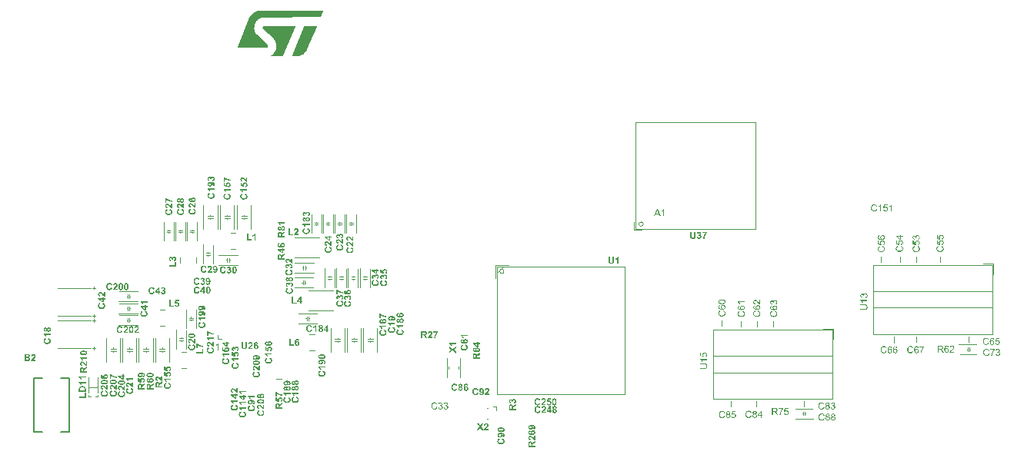
<source format=gto>
G04*
G04 #@! TF.GenerationSoftware,Altium Limited,Altium Designer,24.0.1 (36)*
G04*
G04 Layer_Color=65535*
%FSLAX43Y43*%
%MOMM*%
G71*
G04*
G04 #@! TF.SameCoordinates,62AF21CF-6A65-4154-AE07-A74382C3AF13*
G04*
G04*
G04 #@! TF.FilePolarity,Positive*
G04*
G01*
G75*
%ADD10C,0.120*%
%ADD11C,0.100*%
%ADD12C,0.080*%
%ADD13C,0.200*%
G36*
X74239Y53905D02*
X74144D01*
Y54504D01*
X74144Y54504D01*
X74143Y54502D01*
X74141Y54501D01*
X74138Y54499D01*
X74135Y54496D01*
X74131Y54492D01*
X74126Y54488D01*
X74121Y54484D01*
X74114Y54479D01*
X74107Y54474D01*
X74100Y54469D01*
X74092Y54463D01*
X74083Y54457D01*
X74075Y54451D01*
X74055Y54439D01*
X74054Y54438D01*
X74052Y54437D01*
X74049Y54435D01*
X74045Y54434D01*
X74041Y54431D01*
X74035Y54428D01*
X74029Y54424D01*
X74022Y54421D01*
X74007Y54413D01*
X73990Y54405D01*
X73973Y54397D01*
X73956Y54391D01*
Y54481D01*
X73957Y54482D01*
X73959Y54483D01*
X73964Y54485D01*
X73969Y54488D01*
X73976Y54491D01*
X73984Y54496D01*
X73993Y54501D01*
X74003Y54506D01*
X74013Y54513D01*
X74024Y54520D01*
X74047Y54535D01*
X74071Y54552D01*
X74094Y54571D01*
X74095Y54572D01*
X74097Y54573D01*
X74100Y54576D01*
X74103Y54580D01*
X74108Y54585D01*
X74114Y54590D01*
X74120Y54597D01*
X74127Y54604D01*
X74133Y54612D01*
X74141Y54620D01*
X74154Y54637D01*
X74167Y54655D01*
X74173Y54665D01*
X74178Y54674D01*
X74239D01*
Y53905D01*
D02*
G37*
G36*
X73842D02*
X73726D01*
X73638Y54137D01*
X73316D01*
X73232Y53905D01*
X73126D01*
X73420Y54671D01*
X73528D01*
X73842Y53905D01*
D02*
G37*
G36*
X25193Y39137D02*
X25099D01*
Y39736D01*
X25099Y39736D01*
X25098Y39734D01*
X25096Y39733D01*
X25093Y39731D01*
X25090Y39728D01*
X25085Y39724D01*
X25080Y39720D01*
X25075Y39716D01*
X25069Y39711D01*
X25062Y39706D01*
X25055Y39701D01*
X25047Y39695D01*
X25038Y39689D01*
X25029Y39683D01*
X25010Y39671D01*
X25009Y39670D01*
X25007Y39669D01*
X25004Y39667D01*
X25000Y39666D01*
X24996Y39663D01*
X24990Y39660D01*
X24984Y39656D01*
X24977Y39653D01*
X24961Y39645D01*
X24945Y39637D01*
X24928Y39629D01*
X24911Y39623D01*
Y39713D01*
X24912Y39714D01*
X24914Y39715D01*
X24919Y39717D01*
X24924Y39720D01*
X24931Y39723D01*
X24939Y39728D01*
X24948Y39733D01*
X24958Y39738D01*
X24968Y39745D01*
X24979Y39752D01*
X25002Y39767D01*
X25026Y39784D01*
X25049Y39803D01*
X25049Y39804D01*
X25052Y39805D01*
X25054Y39808D01*
X25058Y39812D01*
X25063Y39817D01*
X25069Y39823D01*
X25075Y39829D01*
X25082Y39836D01*
X25088Y39844D01*
X25095Y39852D01*
X25109Y39869D01*
X25122Y39887D01*
X25128Y39897D01*
X25132Y39906D01*
X25193D01*
Y39137D01*
D02*
G37*
G36*
X36645Y76532D02*
X36659Y76518D01*
X36666D01*
X36673Y76504D01*
X36680Y76490D01*
Y76469D01*
Y76462D01*
X36673Y76455D01*
Y76449D01*
Y76435D01*
X36444Y75879D01*
X36437Y75872D01*
X36423Y75837D01*
X36416Y75830D01*
X36409Y75824D01*
X36388Y75817D01*
X30207Y75810D01*
X30166D01*
X30124Y75803D01*
X30069Y75796D01*
X29999Y75789D01*
X29930Y75768D01*
X29853Y75747D01*
X29777Y75712D01*
X29770Y75706D01*
X29742Y75699D01*
X29707Y75678D01*
X29659Y75650D01*
X29603Y75615D01*
X29548Y75567D01*
X29485Y75518D01*
X29430Y75462D01*
X29423Y75456D01*
X29409Y75435D01*
X29381Y75400D01*
X29353Y75358D01*
X29312Y75303D01*
X29277Y75240D01*
X29242Y75171D01*
X29207Y75094D01*
Y75087D01*
X29194Y75060D01*
X29180Y75018D01*
X29166Y74962D01*
X29152Y74900D01*
X29138Y74824D01*
X29131Y74747D01*
X29124Y74664D01*
Y74657D01*
Y74629D01*
Y74594D01*
X29131Y74539D01*
X29138Y74483D01*
X29145Y74414D01*
X29180Y74261D01*
Y74254D01*
X29194Y74226D01*
X29207Y74185D01*
X29228Y74143D01*
X29263Y74087D01*
X29298Y74025D01*
X29339Y73969D01*
X29395Y73914D01*
X30576Y72796D01*
X30582Y72789D01*
X30596Y72775D01*
X30617Y72754D01*
X30631Y72719D01*
X30638Y72712D01*
X30645Y72692D01*
X30652Y72664D01*
Y72636D01*
Y72629D01*
Y72622D01*
X30645Y72587D01*
X30624Y72539D01*
X30582Y72490D01*
X30569Y72483D01*
X30541Y72462D01*
X30492Y72442D01*
X30437Y72435D01*
X27312D01*
X27298Y72442D01*
X27284Y72456D01*
Y72462D01*
X27277Y72476D01*
X27270Y72511D01*
Y72532D01*
X28617Y75810D01*
Y75817D01*
X28631Y75837D01*
X28645Y75865D01*
X28666Y75900D01*
X28728Y75997D01*
X28805Y76094D01*
X28812Y76101D01*
X28826Y76115D01*
X28853Y76143D01*
X28881Y76178D01*
X28964Y76254D01*
X29069Y76330D01*
X29076Y76337D01*
X29096Y76344D01*
X29124Y76365D01*
X29166Y76386D01*
X29214Y76414D01*
X29270Y76435D01*
X29388Y76483D01*
X29395D01*
X29416Y76490D01*
X29451Y76504D01*
X29499Y76511D01*
X29548Y76525D01*
X29610Y76532D01*
X29735Y76539D01*
X36638D01*
X36645Y76532D01*
D02*
G37*
G36*
X35964Y74872D02*
X35978Y74858D01*
X35985D01*
X35992Y74844D01*
X35999Y74831D01*
Y74817D01*
Y74803D01*
X35992Y74775D01*
X34971Y72310D01*
Y72303D01*
X34964Y72296D01*
X34944Y72254D01*
X34909Y72185D01*
X34853Y72108D01*
X34791Y72018D01*
X34707Y71921D01*
X34610Y71824D01*
X34499Y71740D01*
X34485Y71733D01*
X34444Y71706D01*
X34381Y71671D01*
X34291Y71636D01*
X34187Y71594D01*
X34069Y71560D01*
X33930Y71532D01*
X33791Y71525D01*
X33346D01*
X33325Y71532D01*
X33298Y71553D01*
X33291Y71574D01*
X33284Y71594D01*
Y71601D01*
Y71608D01*
X33291Y71615D01*
Y71622D01*
X34589Y74761D01*
X34596Y74768D01*
X34603Y74789D01*
X34624Y74810D01*
X34652Y74837D01*
X34659Y74844D01*
X34680Y74858D01*
X34707Y74872D01*
X34749Y74879D01*
X35957D01*
X35964Y74872D01*
D02*
G37*
G36*
X33610D02*
X33624Y74858D01*
X33631D01*
X33638Y74844D01*
X33645Y74831D01*
Y74817D01*
Y74803D01*
X33638Y74789D01*
X32339Y71650D01*
Y71643D01*
X32326Y71622D01*
X32305Y71594D01*
X32277Y71560D01*
X32270Y71553D01*
X32249Y71546D01*
X32214Y71532D01*
X32173Y71525D01*
X30888D01*
X30881Y71532D01*
X30874Y71539D01*
X30881Y71546D01*
X30888Y71553D01*
X30895D01*
X30902Y71560D01*
X30937Y71581D01*
X30992Y71615D01*
X31069Y71664D01*
X31145Y71733D01*
X31228Y71810D01*
X31312Y71900D01*
X31388Y72004D01*
Y72011D01*
X31395Y72018D01*
X31416Y72060D01*
X31451Y72122D01*
X31485Y72199D01*
X31520Y72296D01*
X31555Y72407D01*
X31576Y72532D01*
X31582Y72657D01*
Y72664D01*
Y72692D01*
X31576Y72733D01*
X31569Y72789D01*
X31562Y72858D01*
X31548Y72928D01*
X31520Y73004D01*
X31492Y73087D01*
X31485Y73094D01*
X31478Y73122D01*
X31457Y73164D01*
X31430Y73219D01*
X31395Y73275D01*
X31353Y73337D01*
X31305Y73400D01*
X31249Y73462D01*
X30110Y74525D01*
X30103Y74532D01*
X30082Y74560D01*
X30062Y74601D01*
X30055Y74664D01*
Y74671D01*
Y74678D01*
X30062Y74712D01*
X30076Y74761D01*
X30110Y74810D01*
X30124Y74824D01*
X30152Y74844D01*
X30194Y74865D01*
X30249Y74879D01*
X33603D01*
X33610Y74872D01*
D02*
G37*
G36*
X87902Y32655D02*
X87596D01*
X87555Y32448D01*
X87555Y32449D01*
X87558Y32451D01*
X87561Y32453D01*
X87567Y32456D01*
X87573Y32459D01*
X87580Y32464D01*
X87589Y32468D01*
X87598Y32473D01*
X87609Y32477D01*
X87620Y32482D01*
X87632Y32485D01*
X87644Y32489D01*
X87658Y32492D01*
X87671Y32494D01*
X87685Y32496D01*
X87699Y32497D01*
X87704D01*
X87709Y32496D01*
X87716Y32495D01*
X87725Y32494D01*
X87735Y32493D01*
X87746Y32490D01*
X87758Y32488D01*
X87771Y32484D01*
X87785Y32479D01*
X87799Y32474D01*
X87813Y32467D01*
X87828Y32459D01*
X87842Y32450D01*
X87856Y32439D01*
X87869Y32427D01*
X87870Y32426D01*
X87872Y32423D01*
X87876Y32420D01*
X87880Y32414D01*
X87885Y32407D01*
X87891Y32399D01*
X87897Y32389D01*
X87904Y32378D01*
X87910Y32366D01*
X87916Y32353D01*
X87922Y32338D01*
X87928Y32322D01*
X87932Y32305D01*
X87936Y32287D01*
X87938Y32268D01*
X87938Y32248D01*
Y32247D01*
Y32247D01*
Y32245D01*
Y32244D01*
X87938Y32238D01*
X87937Y32231D01*
X87937Y32221D01*
X87935Y32211D01*
X87933Y32199D01*
X87931Y32186D01*
X87927Y32173D01*
X87923Y32158D01*
X87918Y32143D01*
X87913Y32128D01*
X87906Y32113D01*
X87897Y32098D01*
X87888Y32083D01*
X87877Y32069D01*
X87876Y32067D01*
X87874Y32065D01*
X87870Y32060D01*
X87864Y32054D01*
X87856Y32047D01*
X87848Y32039D01*
X87837Y32031D01*
X87825Y32022D01*
X87811Y32013D01*
X87796Y32005D01*
X87779Y31997D01*
X87761Y31990D01*
X87742Y31984D01*
X87721Y31979D01*
X87699Y31977D01*
X87676Y31976D01*
X87671D01*
X87666Y31976D01*
X87659Y31977D01*
X87650Y31977D01*
X87639Y31979D01*
X87628Y31980D01*
X87616Y31983D01*
X87602Y31986D01*
X87588Y31990D01*
X87574Y31994D01*
X87560Y32000D01*
X87546Y32007D01*
X87531Y32014D01*
X87518Y32024D01*
X87505Y32034D01*
X87505Y32034D01*
X87503Y32036D01*
X87499Y32040D01*
X87495Y32044D01*
X87490Y32050D01*
X87484Y32057D01*
X87478Y32066D01*
X87471Y32075D01*
X87464Y32086D01*
X87458Y32097D01*
X87452Y32110D01*
X87446Y32124D01*
X87441Y32139D01*
X87436Y32155D01*
X87432Y32172D01*
X87430Y32189D01*
X87529Y32198D01*
Y32197D01*
X87529Y32194D01*
X87530Y32191D01*
X87531Y32186D01*
X87532Y32180D01*
X87534Y32173D01*
X87536Y32165D01*
X87539Y32157D01*
X87546Y32139D01*
X87550Y32130D01*
X87554Y32121D01*
X87560Y32112D01*
X87565Y32104D01*
X87572Y32096D01*
X87579Y32089D01*
X87580Y32088D01*
X87581Y32087D01*
X87583Y32086D01*
X87586Y32083D01*
X87590Y32081D01*
X87595Y32077D01*
X87600Y32075D01*
X87606Y32071D01*
X87613Y32067D01*
X87621Y32065D01*
X87628Y32061D01*
X87637Y32059D01*
X87646Y32056D01*
X87655Y32055D01*
X87665Y32054D01*
X87676Y32053D01*
X87679D01*
X87683Y32054D01*
X87688D01*
X87693Y32055D01*
X87700Y32056D01*
X87708Y32057D01*
X87716Y32060D01*
X87725Y32062D01*
X87735Y32065D01*
X87744Y32070D01*
X87754Y32075D01*
X87763Y32080D01*
X87773Y32087D01*
X87783Y32095D01*
X87792Y32104D01*
X87792Y32105D01*
X87794Y32106D01*
X87796Y32110D01*
X87799Y32113D01*
X87803Y32118D01*
X87807Y32124D01*
X87811Y32132D01*
X87815Y32140D01*
X87819Y32149D01*
X87824Y32159D01*
X87828Y32170D01*
X87831Y32183D01*
X87834Y32196D01*
X87836Y32210D01*
X87838Y32224D01*
X87839Y32240D01*
Y32241D01*
Y32243D01*
X87838Y32247D01*
Y32253D01*
X87838Y32260D01*
X87836Y32268D01*
X87835Y32276D01*
X87833Y32286D01*
X87830Y32296D01*
X87828Y32306D01*
X87824Y32317D01*
X87819Y32328D01*
X87814Y32338D01*
X87808Y32348D01*
X87801Y32358D01*
X87793Y32367D01*
X87793Y32368D01*
X87791Y32369D01*
X87789Y32371D01*
X87785Y32374D01*
X87781Y32378D01*
X87775Y32382D01*
X87769Y32386D01*
X87762Y32390D01*
X87753Y32395D01*
X87745Y32399D01*
X87735Y32403D01*
X87725Y32406D01*
X87713Y32409D01*
X87701Y32411D01*
X87688Y32413D01*
X87675Y32414D01*
X87670D01*
X87667Y32413D01*
X87663D01*
X87658Y32412D01*
X87653Y32412D01*
X87647Y32411D01*
X87634Y32409D01*
X87621Y32405D01*
X87606Y32400D01*
X87592Y32392D01*
X87592D01*
X87591Y32391D01*
X87589Y32390D01*
X87586Y32389D01*
X87580Y32384D01*
X87571Y32378D01*
X87562Y32370D01*
X87553Y32361D01*
X87544Y32351D01*
X87535Y32339D01*
X87447Y32351D01*
X87521Y32745D01*
X87902D01*
Y32655D01*
D02*
G37*
G36*
X87337Y32672D02*
X87336Y32670D01*
X87334Y32668D01*
X87330Y32663D01*
X87324Y32657D01*
X87318Y32649D01*
X87310Y32640D01*
X87301Y32629D01*
X87292Y32616D01*
X87281Y32602D01*
X87269Y32587D01*
X87257Y32570D01*
X87245Y32551D01*
X87232Y32531D01*
X87219Y32510D01*
X87205Y32488D01*
X87192Y32464D01*
Y32464D01*
X87191Y32463D01*
X87190Y32461D01*
X87189Y32459D01*
X87187Y32456D01*
X87185Y32452D01*
X87183Y32447D01*
X87180Y32442D01*
X87177Y32437D01*
X87174Y32430D01*
X87167Y32416D01*
X87159Y32401D01*
X87151Y32383D01*
X87142Y32364D01*
X87133Y32343D01*
X87124Y32321D01*
X87115Y32298D01*
X87106Y32274D01*
X87097Y32250D01*
X87089Y32224D01*
X87081Y32199D01*
X87081Y32198D01*
X87080Y32194D01*
X87078Y32189D01*
X87077Y32182D01*
X87075Y32173D01*
X87072Y32162D01*
X87069Y32150D01*
X87066Y32136D01*
X87063Y32121D01*
X87060Y32105D01*
X87057Y32087D01*
X87054Y32069D01*
X87051Y32050D01*
X87049Y32030D01*
X87047Y32009D01*
X87045Y31988D01*
X86948D01*
Y31989D01*
Y31992D01*
X86949Y31998D01*
Y32004D01*
X86949Y32013D01*
X86951Y32024D01*
X86952Y32036D01*
X86953Y32049D01*
X86955Y32065D01*
X86957Y32081D01*
X86960Y32099D01*
X86963Y32118D01*
X86968Y32139D01*
X86972Y32160D01*
X86977Y32183D01*
X86983Y32206D01*
Y32207D01*
X86984Y32208D01*
X86984Y32210D01*
X86985Y32212D01*
X86986Y32215D01*
X86987Y32219D01*
X86988Y32224D01*
X86990Y32229D01*
X86993Y32240D01*
X86998Y32253D01*
X87003Y32268D01*
X87008Y32286D01*
X87015Y32304D01*
X87022Y32323D01*
X87030Y32344D01*
X87039Y32365D01*
X87048Y32386D01*
X87058Y32409D01*
X87069Y32431D01*
X87081Y32453D01*
Y32454D01*
X87081Y32454D01*
X87082Y32456D01*
X87083Y32459D01*
X87085Y32462D01*
X87087Y32465D01*
X87092Y32473D01*
X87098Y32483D01*
X87104Y32495D01*
X87113Y32509D01*
X87122Y32523D01*
X87131Y32539D01*
X87142Y32555D01*
X87153Y32571D01*
X87165Y32588D01*
X87190Y32622D01*
X87203Y32639D01*
X87216Y32654D01*
X86841D01*
Y32745D01*
X87337D01*
Y32672D01*
D02*
G37*
G36*
X86458Y32754D02*
X86467D01*
X86477Y32753D01*
X86487Y32753D01*
X86499Y32752D01*
X86511Y32751D01*
X86524Y32750D01*
X86550Y32746D01*
X86562Y32744D01*
X86575Y32741D01*
X86586Y32737D01*
X86597Y32734D01*
X86597D01*
X86599Y32732D01*
X86602Y32731D01*
X86606Y32730D01*
X86610Y32727D01*
X86615Y32724D01*
X86621Y32721D01*
X86627Y32717D01*
X86634Y32712D01*
X86641Y32707D01*
X86648Y32701D01*
X86655Y32694D01*
X86662Y32686D01*
X86669Y32679D01*
X86676Y32670D01*
X86682Y32660D01*
X86683Y32660D01*
X86684Y32658D01*
X86685Y32655D01*
X86687Y32652D01*
X86689Y32647D01*
X86692Y32641D01*
X86695Y32634D01*
X86698Y32627D01*
X86701Y32618D01*
X86704Y32610D01*
X86707Y32600D01*
X86709Y32590D01*
X86711Y32580D01*
X86713Y32569D01*
X86714Y32557D01*
X86714Y32545D01*
Y32544D01*
Y32542D01*
X86714Y32538D01*
Y32531D01*
X86712Y32525D01*
X86711Y32516D01*
X86710Y32508D01*
X86707Y32498D01*
X86705Y32487D01*
X86701Y32476D01*
X86697Y32464D01*
X86692Y32453D01*
X86686Y32441D01*
X86679Y32430D01*
X86670Y32418D01*
X86661Y32408D01*
X86660Y32407D01*
X86659Y32406D01*
X86655Y32403D01*
X86651Y32399D01*
X86645Y32395D01*
X86638Y32390D01*
X86630Y32384D01*
X86621Y32378D01*
X86610Y32372D01*
X86598Y32366D01*
X86585Y32360D01*
X86570Y32354D01*
X86554Y32349D01*
X86537Y32344D01*
X86518Y32340D01*
X86498Y32337D01*
X86499D01*
X86500Y32336D01*
X86502Y32335D01*
X86505Y32334D01*
X86508Y32332D01*
X86512Y32330D01*
X86521Y32325D01*
X86531Y32319D01*
X86541Y32313D01*
X86550Y32306D01*
X86559Y32299D01*
X86560Y32298D01*
X86561Y32297D01*
X86563Y32294D01*
X86567Y32292D01*
X86571Y32287D01*
X86575Y32283D01*
X86581Y32277D01*
X86586Y32271D01*
X86592Y32263D01*
X86599Y32256D01*
X86606Y32247D01*
X86613Y32239D01*
X86620Y32229D01*
X86628Y32219D01*
X86643Y32196D01*
X86776Y31988D01*
X86649D01*
X86547Y32148D01*
X86547Y32148D01*
X86545Y32150D01*
X86543Y32154D01*
X86540Y32159D01*
X86536Y32165D01*
X86532Y32172D01*
X86527Y32179D01*
X86522Y32186D01*
X86510Y32204D01*
X86498Y32221D01*
X86486Y32238D01*
X86480Y32246D01*
X86474Y32253D01*
X86474Y32253D01*
X86473Y32255D01*
X86472Y32256D01*
X86469Y32259D01*
X86464Y32266D01*
X86457Y32273D01*
X86449Y32282D01*
X86441Y32291D01*
X86432Y32298D01*
X86423Y32304D01*
X86422Y32305D01*
X86419Y32307D01*
X86415Y32309D01*
X86408Y32312D01*
X86402Y32315D01*
X86394Y32319D01*
X86386Y32322D01*
X86377Y32325D01*
X86376D01*
X86374Y32325D01*
X86369Y32326D01*
X86364Y32327D01*
X86356Y32328D01*
X86346Y32328D01*
X86334Y32329D01*
X86203D01*
Y31988D01*
X86102D01*
Y32755D01*
X86451D01*
X86458Y32754D01*
D02*
G37*
G36*
X97371Y55196D02*
X97379Y55195D01*
X97389Y55195D01*
X97400Y55193D01*
X97413Y55191D01*
X97427Y55189D01*
X97442Y55186D01*
X97457Y55182D01*
X97474Y55177D01*
X97490Y55171D01*
X97506Y55165D01*
X97522Y55157D01*
X97538Y55148D01*
X97553Y55137D01*
X97554Y55137D01*
X97556Y55135D01*
X97560Y55131D01*
X97565Y55126D01*
X97572Y55121D01*
X97579Y55113D01*
X97587Y55105D01*
X97596Y55095D01*
X97605Y55084D01*
X97614Y55072D01*
X97623Y55058D01*
X97632Y55043D01*
X97641Y55027D01*
X97649Y55010D01*
X97656Y54992D01*
X97662Y54972D01*
X97563Y54949D01*
X97562Y54950D01*
X97562Y54953D01*
X97560Y54957D01*
X97558Y54963D01*
X97555Y54970D01*
X97552Y54977D01*
X97547Y54986D01*
X97543Y54996D01*
X97538Y55006D01*
X97532Y55016D01*
X97526Y55026D01*
X97518Y55036D01*
X97511Y55046D01*
X97503Y55055D01*
X97494Y55063D01*
X97485Y55071D01*
X97484Y55072D01*
X97482Y55073D01*
X97480Y55074D01*
X97476Y55077D01*
X97471Y55080D01*
X97465Y55083D01*
X97457Y55087D01*
X97450Y55090D01*
X97441Y55094D01*
X97431Y55097D01*
X97421Y55100D01*
X97410Y55103D01*
X97398Y55106D01*
X97385Y55108D01*
X97372Y55109D01*
X97357Y55109D01*
X97349D01*
X97343Y55109D01*
X97335Y55108D01*
X97326Y55107D01*
X97316Y55106D01*
X97306Y55104D01*
X97294Y55102D01*
X97283Y55099D01*
X97270Y55095D01*
X97258Y55092D01*
X97245Y55087D01*
X97233Y55080D01*
X97221Y55074D01*
X97209Y55067D01*
X97209Y55066D01*
X97207Y55065D01*
X97204Y55062D01*
X97200Y55059D01*
X97195Y55054D01*
X97189Y55049D01*
X97183Y55043D01*
X97177Y55037D01*
X97170Y55029D01*
X97163Y55021D01*
X97156Y55011D01*
X97150Y55001D01*
X97143Y54990D01*
X97137Y54979D01*
X97131Y54966D01*
X97126Y54953D01*
Y54953D01*
X97125Y54950D01*
X97124Y54946D01*
X97122Y54941D01*
X97121Y54934D01*
X97119Y54927D01*
X97117Y54918D01*
X97115Y54908D01*
X97113Y54897D01*
X97110Y54886D01*
X97108Y54873D01*
X97106Y54861D01*
X97104Y54834D01*
X97103Y54820D01*
X97103Y54806D01*
Y54805D01*
Y54801D01*
Y54796D01*
X97103Y54789D01*
X97104Y54781D01*
X97104Y54771D01*
X97105Y54760D01*
X97106Y54748D01*
X97108Y54735D01*
X97109Y54721D01*
X97115Y54693D01*
X97117Y54678D01*
X97121Y54664D01*
X97126Y54649D01*
X97131Y54635D01*
X97131Y54635D01*
X97132Y54632D01*
X97134Y54629D01*
X97136Y54624D01*
X97139Y54618D01*
X97143Y54610D01*
X97147Y54603D01*
X97152Y54594D01*
X97158Y54586D01*
X97165Y54577D01*
X97172Y54568D01*
X97180Y54559D01*
X97189Y54550D01*
X97198Y54542D01*
X97208Y54534D01*
X97219Y54527D01*
X97220Y54526D01*
X97222Y54525D01*
X97225Y54523D01*
X97230Y54521D01*
X97235Y54518D01*
X97242Y54515D01*
X97250Y54512D01*
X97258Y54509D01*
X97268Y54505D01*
X97278Y54502D01*
X97289Y54499D01*
X97300Y54496D01*
X97312Y54494D01*
X97324Y54492D01*
X97337Y54491D01*
X97350Y54491D01*
X97353D01*
X97358Y54491D01*
X97364D01*
X97371Y54492D01*
X97379Y54494D01*
X97389Y54495D01*
X97399Y54497D01*
X97410Y54500D01*
X97422Y54503D01*
X97434Y54507D01*
X97446Y54511D01*
X97459Y54517D01*
X97471Y54523D01*
X97482Y54531D01*
X97494Y54539D01*
X97495Y54540D01*
X97497Y54542D01*
X97500Y54544D01*
X97503Y54549D01*
X97508Y54554D01*
X97514Y54560D01*
X97520Y54568D01*
X97526Y54576D01*
X97533Y54586D01*
X97539Y54597D01*
X97547Y54609D01*
X97553Y54622D01*
X97559Y54636D01*
X97565Y54651D01*
X97570Y54667D01*
X97574Y54685D01*
X97676Y54660D01*
Y54659D01*
X97675Y54658D01*
X97675Y54656D01*
X97674Y54654D01*
X97673Y54651D01*
X97672Y54647D01*
X97670Y54639D01*
X97666Y54629D01*
X97661Y54617D01*
X97656Y54604D01*
X97649Y54589D01*
X97642Y54574D01*
X97634Y54558D01*
X97624Y54543D01*
X97614Y54527D01*
X97602Y54511D01*
X97589Y54496D01*
X97575Y54482D01*
X97560Y54469D01*
X97559Y54469D01*
X97557Y54466D01*
X97552Y54463D01*
X97546Y54459D01*
X97538Y54454D01*
X97528Y54449D01*
X97517Y54443D01*
X97504Y54436D01*
X97490Y54430D01*
X97475Y54424D01*
X97458Y54419D01*
X97440Y54414D01*
X97421Y54410D01*
X97401Y54407D01*
X97380Y54404D01*
X97358Y54404D01*
X97350D01*
X97346Y54404D01*
X97337D01*
X97327Y54405D01*
X97315Y54407D01*
X97301Y54408D01*
X97286Y54410D01*
X97270Y54413D01*
X97254Y54416D01*
X97237Y54420D01*
X97220Y54425D01*
X97204Y54431D01*
X97187Y54438D01*
X97171Y54445D01*
X97156Y54454D01*
X97155Y54455D01*
X97153Y54456D01*
X97149Y54460D01*
X97144Y54464D01*
X97137Y54469D01*
X97130Y54475D01*
X97121Y54482D01*
X97113Y54491D01*
X97103Y54501D01*
X97094Y54512D01*
X97084Y54524D01*
X97074Y54537D01*
X97064Y54551D01*
X97055Y54566D01*
X97046Y54583D01*
X97038Y54600D01*
Y54600D01*
X97038Y54601D01*
X97037Y54604D01*
X97034Y54609D01*
X97032Y54616D01*
X97029Y54625D01*
X97026Y54636D01*
X97022Y54648D01*
X97018Y54661D01*
X97015Y54676D01*
X97011Y54692D01*
X97007Y54709D01*
X97004Y54727D01*
X97002Y54745D01*
X97000Y54765D01*
X96998Y54785D01*
X96998Y54805D01*
Y54806D01*
Y54807D01*
Y54809D01*
Y54811D01*
Y54814D01*
X96998Y54817D01*
Y54825D01*
X97000Y54836D01*
X97000Y54848D01*
X97002Y54862D01*
X97003Y54877D01*
X97006Y54892D01*
X97009Y54909D01*
X97013Y54927D01*
X97017Y54944D01*
X97022Y54962D01*
X97028Y54980D01*
X97036Y54997D01*
X97043Y55014D01*
X97044Y55015D01*
X97046Y55018D01*
X97048Y55022D01*
X97052Y55029D01*
X97057Y55036D01*
X97062Y55044D01*
X97069Y55054D01*
X97077Y55064D01*
X97085Y55075D01*
X97095Y55087D01*
X97106Y55098D01*
X97117Y55109D01*
X97130Y55120D01*
X97144Y55130D01*
X97158Y55140D01*
X97173Y55150D01*
X97175Y55150D01*
X97177Y55152D01*
X97182Y55154D01*
X97188Y55157D01*
X97196Y55161D01*
X97206Y55165D01*
X97217Y55168D01*
X97228Y55173D01*
X97242Y55177D01*
X97256Y55181D01*
X97271Y55186D01*
X97287Y55189D01*
X97305Y55192D01*
X97322Y55194D01*
X97341Y55196D01*
X97359Y55196D01*
X97367D01*
X97371Y55196D01*
D02*
G37*
G36*
X98830Y55083D02*
X98523D01*
X98482Y54877D01*
X98482Y54877D01*
X98485Y54879D01*
X98489Y54881D01*
X98494Y54884D01*
X98500Y54888D01*
X98507Y54892D01*
X98516Y54896D01*
X98526Y54901D01*
X98536Y54905D01*
X98547Y54910D01*
X98559Y54914D01*
X98572Y54917D01*
X98585Y54920D01*
X98598Y54923D01*
X98613Y54924D01*
X98626Y54925D01*
X98631D01*
X98636Y54924D01*
X98643Y54924D01*
X98652Y54923D01*
X98662Y54921D01*
X98673Y54919D01*
X98686Y54916D01*
X98698Y54913D01*
X98712Y54908D01*
X98726Y54902D01*
X98740Y54896D01*
X98755Y54887D01*
X98769Y54878D01*
X98783Y54867D01*
X98796Y54855D01*
X98797Y54855D01*
X98799Y54852D01*
X98803Y54848D01*
X98807Y54842D01*
X98812Y54836D01*
X98819Y54827D01*
X98825Y54817D01*
X98831Y54806D01*
X98837Y54794D01*
X98843Y54781D01*
X98850Y54766D01*
X98855Y54750D01*
X98859Y54733D01*
X98863Y54715D01*
X98865Y54696D01*
X98866Y54676D01*
Y54676D01*
Y54675D01*
Y54673D01*
Y54672D01*
X98865Y54666D01*
X98864Y54659D01*
X98864Y54650D01*
X98862Y54639D01*
X98861Y54628D01*
X98858Y54615D01*
X98855Y54601D01*
X98851Y54587D01*
X98846Y54572D01*
X98840Y54557D01*
X98833Y54541D01*
X98825Y54526D01*
X98815Y54511D01*
X98805Y54497D01*
X98804Y54496D01*
X98801Y54493D01*
X98797Y54489D01*
X98791Y54482D01*
X98784Y54475D01*
X98775Y54467D01*
X98764Y54459D01*
X98752Y54450D01*
X98738Y54441D01*
X98723Y54433D01*
X98707Y54425D01*
X98688Y54418D01*
X98669Y54413D01*
X98649Y54408D01*
X98626Y54405D01*
X98603Y54404D01*
X98599D01*
X98593Y54404D01*
X98586Y54405D01*
X98577Y54405D01*
X98567Y54407D01*
X98555Y54409D01*
X98543Y54411D01*
X98529Y54414D01*
X98516Y54418D01*
X98501Y54423D01*
X98487Y54428D01*
X98473Y54435D01*
X98459Y54443D01*
X98445Y54452D01*
X98433Y54462D01*
X98432Y54463D01*
X98430Y54465D01*
X98426Y54468D01*
X98422Y54472D01*
X98417Y54479D01*
X98411Y54486D01*
X98405Y54494D01*
X98398Y54503D01*
X98392Y54514D01*
X98386Y54526D01*
X98379Y54538D01*
X98373Y54552D01*
X98368Y54567D01*
X98363Y54583D01*
X98359Y54600D01*
X98357Y54618D01*
X98456Y54626D01*
Y54625D01*
X98456Y54623D01*
X98457Y54619D01*
X98458Y54614D01*
X98460Y54608D01*
X98461Y54601D01*
X98464Y54593D01*
X98466Y54585D01*
X98473Y54568D01*
X98477Y54558D01*
X98481Y54549D01*
X98487Y54541D01*
X98492Y54532D01*
X98499Y54525D01*
X98506Y54517D01*
X98507Y54517D01*
X98508Y54516D01*
X98510Y54514D01*
X98513Y54512D01*
X98517Y54509D01*
X98522Y54506D01*
X98527Y54503D01*
X98533Y54500D01*
X98540Y54496D01*
X98548Y54493D01*
X98555Y54490D01*
X98564Y54487D01*
X98573Y54485D01*
X98583Y54483D01*
X98593Y54482D01*
X98603Y54481D01*
X98606D01*
X98610Y54482D01*
X98615D01*
X98620Y54483D01*
X98627Y54484D01*
X98635Y54486D01*
X98644Y54488D01*
X98652Y54490D01*
X98662Y54494D01*
X98671Y54498D01*
X98681Y54503D01*
X98691Y54508D01*
X98701Y54516D01*
X98710Y54523D01*
X98719Y54532D01*
X98719Y54533D01*
X98721Y54534D01*
X98723Y54538D01*
X98726Y54542D01*
X98730Y54547D01*
X98734Y54553D01*
X98738Y54560D01*
X98743Y54568D01*
X98747Y54578D01*
X98751Y54588D01*
X98755Y54599D01*
X98759Y54611D01*
X98761Y54624D01*
X98764Y54638D01*
X98765Y54652D01*
X98766Y54668D01*
Y54669D01*
Y54671D01*
X98765Y54676D01*
Y54681D01*
X98765Y54688D01*
X98764Y54696D01*
X98762Y54704D01*
X98760Y54714D01*
X98758Y54724D01*
X98755Y54734D01*
X98751Y54745D01*
X98747Y54756D01*
X98742Y54766D01*
X98735Y54776D01*
X98728Y54786D01*
X98721Y54795D01*
X98720Y54796D01*
X98718Y54798D01*
X98716Y54800D01*
X98712Y54802D01*
X98708Y54806D01*
X98702Y54810D01*
X98696Y54814D01*
X98689Y54819D01*
X98681Y54823D01*
X98672Y54827D01*
X98662Y54831D01*
X98652Y54835D01*
X98640Y54837D01*
X98628Y54840D01*
X98615Y54841D01*
X98602Y54842D01*
X98598D01*
X98594Y54841D01*
X98590D01*
X98585Y54841D01*
X98580Y54840D01*
X98574Y54839D01*
X98562Y54837D01*
X98548Y54833D01*
X98533Y54828D01*
X98520Y54821D01*
X98519D01*
X98518Y54820D01*
X98516Y54819D01*
X98513Y54817D01*
X98507Y54812D01*
X98498Y54806D01*
X98490Y54799D01*
X98480Y54790D01*
X98471Y54779D01*
X98462Y54768D01*
X98374Y54779D01*
X98448Y55173D01*
X98830D01*
Y55083D01*
D02*
G37*
G36*
X99307Y54417D02*
X99213D01*
Y55016D01*
X99212Y55015D01*
X99211Y55014D01*
X99209Y55012D01*
X99207Y55010D01*
X99203Y55007D01*
X99199Y55003D01*
X99194Y55000D01*
X99189Y54995D01*
X99182Y54991D01*
X99176Y54985D01*
X99168Y54980D01*
X99161Y54974D01*
X99152Y54969D01*
X99143Y54963D01*
X99123Y54950D01*
X99123Y54950D01*
X99121Y54949D01*
X99118Y54947D01*
X99114Y54945D01*
X99109Y54943D01*
X99104Y54939D01*
X99097Y54936D01*
X99090Y54932D01*
X99075Y54924D01*
X99058Y54917D01*
X99041Y54909D01*
X99024Y54902D01*
Y54993D01*
X99026Y54994D01*
X99028Y54995D01*
X99032Y54997D01*
X99038Y55000D01*
X99044Y55003D01*
X99053Y55007D01*
X99062Y55012D01*
X99071Y55018D01*
X99082Y55025D01*
X99093Y55031D01*
X99116Y55047D01*
X99140Y55064D01*
X99162Y55083D01*
X99163Y55083D01*
X99165Y55085D01*
X99168Y55088D01*
X99172Y55092D01*
X99177Y55097D01*
X99182Y55102D01*
X99188Y55109D01*
X99195Y55115D01*
X99202Y55123D01*
X99209Y55131D01*
X99223Y55149D01*
X99235Y55167D01*
X99241Y55176D01*
X99246Y55186D01*
X99307D01*
Y54417D01*
D02*
G37*
G36*
X98116D02*
X98022D01*
Y55016D01*
X98022Y55015D01*
X98021Y55014D01*
X98019Y55012D01*
X98016Y55010D01*
X98013Y55007D01*
X98008Y55003D01*
X98003Y55000D01*
X97998Y54995D01*
X97992Y54991D01*
X97985Y54985D01*
X97978Y54980D01*
X97970Y54974D01*
X97961Y54969D01*
X97952Y54963D01*
X97933Y54950D01*
X97932Y54950D01*
X97930Y54949D01*
X97927Y54947D01*
X97923Y54945D01*
X97919Y54943D01*
X97913Y54939D01*
X97907Y54936D01*
X97900Y54932D01*
X97884Y54924D01*
X97868Y54917D01*
X97851Y54909D01*
X97834Y54902D01*
Y54993D01*
X97835Y54994D01*
X97837Y54995D01*
X97842Y54997D01*
X97847Y55000D01*
X97854Y55003D01*
X97862Y55007D01*
X97871Y55012D01*
X97881Y55018D01*
X97891Y55025D01*
X97902Y55031D01*
X97925Y55047D01*
X97949Y55064D01*
X97972Y55083D01*
X97972Y55083D01*
X97975Y55085D01*
X97977Y55088D01*
X97981Y55092D01*
X97986Y55097D01*
X97992Y55102D01*
X97998Y55109D01*
X98005Y55115D01*
X98011Y55123D01*
X98018Y55131D01*
X98032Y55149D01*
X98045Y55167D01*
X98051Y55176D01*
X98055Y55186D01*
X98116D01*
Y54417D01*
D02*
G37*
G36*
X99690Y39576D02*
X99696D01*
X99704Y39575D01*
X99713Y39574D01*
X99723Y39572D01*
X99734Y39570D01*
X99745Y39568D01*
X99757Y39564D01*
X99769Y39560D01*
X99782Y39555D01*
X99794Y39549D01*
X99806Y39542D01*
X99818Y39534D01*
X99829Y39526D01*
X99830Y39525D01*
X99832Y39523D01*
X99835Y39520D01*
X99839Y39516D01*
X99843Y39511D01*
X99848Y39505D01*
X99854Y39497D01*
X99860Y39489D01*
X99866Y39480D01*
X99872Y39469D01*
X99878Y39457D01*
X99883Y39445D01*
X99888Y39431D01*
X99893Y39417D01*
X99896Y39402D01*
X99899Y39385D01*
X99805Y39378D01*
Y39379D01*
X99805Y39381D01*
X99804Y39384D01*
X99803Y39387D01*
X99801Y39392D01*
X99800Y39397D01*
X99796Y39409D01*
X99791Y39422D01*
X99785Y39435D01*
X99778Y39448D01*
X99774Y39454D01*
X99769Y39459D01*
X99769Y39459D01*
X99768Y39460D01*
X99765Y39462D01*
X99763Y39465D01*
X99759Y39468D01*
X99754Y39471D01*
X99749Y39475D01*
X99743Y39479D01*
X99737Y39482D01*
X99729Y39486D01*
X99722Y39490D01*
X99714Y39493D01*
X99705Y39495D01*
X99696Y39497D01*
X99686Y39498D01*
X99676Y39499D01*
X99671D01*
X99668Y39498D01*
X99664D01*
X99660Y39498D01*
X99655Y39497D01*
X99649Y39496D01*
X99636Y39493D01*
X99623Y39488D01*
X99610Y39482D01*
X99603Y39478D01*
X99597Y39474D01*
X99596Y39473D01*
X99595Y39472D01*
X99592Y39470D01*
X99589Y39467D01*
X99586Y39464D01*
X99581Y39460D01*
X99577Y39455D01*
X99571Y39450D01*
X99566Y39444D01*
X99560Y39436D01*
X99554Y39429D01*
X99548Y39420D01*
X99542Y39411D01*
X99537Y39401D01*
X99531Y39390D01*
X99526Y39379D01*
Y39379D01*
X99525Y39377D01*
X99524Y39373D01*
X99522Y39368D01*
X99520Y39362D01*
X99518Y39354D01*
X99516Y39345D01*
X99514Y39334D01*
X99511Y39322D01*
X99509Y39309D01*
X99506Y39294D01*
X99505Y39279D01*
X99503Y39261D01*
X99501Y39243D01*
X99501Y39223D01*
X99500Y39202D01*
X99501Y39203D01*
X99502Y39204D01*
X99504Y39207D01*
X99506Y39211D01*
X99510Y39215D01*
X99514Y39220D01*
X99518Y39225D01*
X99523Y39232D01*
X99529Y39238D01*
X99535Y39244D01*
X99550Y39256D01*
X99565Y39269D01*
X99574Y39274D01*
X99583Y39279D01*
X99583Y39280D01*
X99585Y39280D01*
X99588Y39281D01*
X99591Y39283D01*
X99596Y39285D01*
X99601Y39287D01*
X99607Y39290D01*
X99614Y39292D01*
X99621Y39294D01*
X99630Y39296D01*
X99647Y39301D01*
X99666Y39304D01*
X99676Y39305D01*
X99691D01*
X99696Y39304D01*
X99702Y39304D01*
X99710Y39302D01*
X99719Y39301D01*
X99730Y39299D01*
X99742Y39296D01*
X99754Y39292D01*
X99767Y39287D01*
X99780Y39282D01*
X99794Y39275D01*
X99807Y39267D01*
X99820Y39258D01*
X99834Y39247D01*
X99846Y39235D01*
X99847Y39234D01*
X99849Y39232D01*
X99852Y39228D01*
X99857Y39222D01*
X99862Y39215D01*
X99867Y39207D01*
X99873Y39198D01*
X99880Y39187D01*
X99886Y39175D01*
X99892Y39161D01*
X99897Y39146D01*
X99902Y39130D01*
X99907Y39113D01*
X99910Y39095D01*
X99912Y39076D01*
X99913Y39056D01*
Y39055D01*
Y39053D01*
Y39049D01*
X99912Y39044D01*
X99912Y39037D01*
X99911Y39030D01*
X99910Y39022D01*
X99909Y39012D01*
X99907Y39002D01*
X99905Y38992D01*
X99903Y38981D01*
X99899Y38969D01*
X99896Y38957D01*
X99892Y38946D01*
X99887Y38934D01*
X99881Y38922D01*
X99881Y38921D01*
X99880Y38919D01*
X99878Y38916D01*
X99876Y38912D01*
X99872Y38907D01*
X99868Y38900D01*
X99864Y38894D01*
X99859Y38887D01*
X99853Y38879D01*
X99847Y38872D01*
X99840Y38864D01*
X99832Y38856D01*
X99824Y38848D01*
X99815Y38841D01*
X99806Y38834D01*
X99796Y38827D01*
X99795Y38827D01*
X99794Y38826D01*
X99790Y38825D01*
X99786Y38822D01*
X99781Y38820D01*
X99775Y38817D01*
X99768Y38814D01*
X99760Y38811D01*
X99752Y38808D01*
X99742Y38805D01*
X99732Y38802D01*
X99721Y38800D01*
X99710Y38797D01*
X99698Y38796D01*
X99685Y38795D01*
X99672Y38795D01*
X99667D01*
X99665Y38795D01*
X99661D01*
X99653Y38796D01*
X99643Y38797D01*
X99631Y38799D01*
X99619Y38802D01*
X99604Y38806D01*
X99589Y38810D01*
X99574Y38816D01*
X99558Y38823D01*
X99542Y38831D01*
X99526Y38841D01*
X99510Y38853D01*
X99495Y38866D01*
X99481Y38881D01*
X99480Y38882D01*
X99478Y38885D01*
X99474Y38890D01*
X99469Y38898D01*
X99464Y38907D01*
X99460Y38913D01*
X99458Y38919D01*
X99454Y38925D01*
X99451Y38933D01*
X99447Y38941D01*
X99444Y38949D01*
X99440Y38958D01*
X99437Y38967D01*
X99433Y38978D01*
X99430Y38988D01*
X99427Y39000D01*
X99424Y39012D01*
X99421Y39024D01*
X99418Y39038D01*
X99416Y39052D01*
X99413Y39066D01*
X99412Y39081D01*
X99410Y39096D01*
X99408Y39113D01*
X99408Y39130D01*
X99407Y39147D01*
Y39166D01*
Y39166D01*
Y39168D01*
Y39171D01*
Y39176D01*
X99407Y39181D01*
Y39187D01*
X99408Y39194D01*
Y39202D01*
X99408Y39211D01*
X99409Y39220D01*
X99410Y39230D01*
X99411Y39242D01*
X99413Y39264D01*
X99417Y39289D01*
X99421Y39315D01*
X99427Y39342D01*
X99433Y39369D01*
X99441Y39395D01*
X99450Y39421D01*
X99461Y39446D01*
X99468Y39457D01*
X99474Y39468D01*
X99481Y39479D01*
X99489Y39488D01*
X99490Y39490D01*
X99492Y39492D01*
X99496Y39497D01*
X99502Y39502D01*
X99509Y39509D01*
X99517Y39516D01*
X99528Y39524D01*
X99540Y39533D01*
X99553Y39541D01*
X99567Y39549D01*
X99583Y39556D01*
X99600Y39563D01*
X99619Y39568D01*
X99638Y39573D01*
X99659Y39575D01*
X99681Y39577D01*
X99685D01*
X99690Y39576D01*
D02*
G37*
G36*
X99095D02*
X99101D01*
X99109Y39575D01*
X99118Y39574D01*
X99128Y39572D01*
X99139Y39570D01*
X99150Y39568D01*
X99162Y39564D01*
X99174Y39560D01*
X99186Y39555D01*
X99199Y39549D01*
X99211Y39542D01*
X99223Y39534D01*
X99234Y39526D01*
X99234Y39525D01*
X99237Y39523D01*
X99239Y39520D01*
X99243Y39516D01*
X99248Y39511D01*
X99253Y39505D01*
X99258Y39497D01*
X99264Y39489D01*
X99270Y39480D01*
X99277Y39469D01*
X99283Y39457D01*
X99288Y39445D01*
X99293Y39431D01*
X99298Y39417D01*
X99301Y39402D01*
X99304Y39385D01*
X99210Y39378D01*
Y39379D01*
X99210Y39381D01*
X99209Y39384D01*
X99208Y39387D01*
X99206Y39392D01*
X99205Y39397D01*
X99201Y39409D01*
X99196Y39422D01*
X99190Y39435D01*
X99182Y39448D01*
X99179Y39454D01*
X99174Y39459D01*
X99174Y39459D01*
X99172Y39460D01*
X99170Y39462D01*
X99167Y39465D01*
X99164Y39468D01*
X99159Y39471D01*
X99154Y39475D01*
X99148Y39479D01*
X99141Y39482D01*
X99134Y39486D01*
X99127Y39490D01*
X99119Y39493D01*
X99110Y39495D01*
X99100Y39497D01*
X99090Y39498D01*
X99081Y39499D01*
X99076D01*
X99073Y39498D01*
X99069D01*
X99064Y39498D01*
X99059Y39497D01*
X99053Y39496D01*
X99041Y39493D01*
X99028Y39488D01*
X99015Y39482D01*
X99008Y39478D01*
X99001Y39474D01*
X99001Y39473D01*
X99000Y39472D01*
X98997Y39470D01*
X98994Y39467D01*
X98990Y39464D01*
X98986Y39460D01*
X98981Y39455D01*
X98976Y39450D01*
X98970Y39444D01*
X98965Y39436D01*
X98959Y39429D01*
X98953Y39420D01*
X98947Y39411D01*
X98942Y39401D01*
X98936Y39390D01*
X98931Y39379D01*
Y39379D01*
X98930Y39377D01*
X98929Y39373D01*
X98927Y39368D01*
X98925Y39362D01*
X98923Y39354D01*
X98920Y39345D01*
X98918Y39334D01*
X98916Y39322D01*
X98913Y39309D01*
X98911Y39294D01*
X98909Y39279D01*
X98908Y39261D01*
X98906Y39243D01*
X98906Y39223D01*
X98905Y39202D01*
X98906Y39203D01*
X98907Y39204D01*
X98908Y39207D01*
X98911Y39211D01*
X98914Y39215D01*
X98918Y39220D01*
X98923Y39225D01*
X98928Y39232D01*
X98934Y39238D01*
X98940Y39244D01*
X98954Y39256D01*
X98970Y39269D01*
X98979Y39274D01*
X98987Y39279D01*
X98988Y39280D01*
X98990Y39280D01*
X98992Y39281D01*
X98996Y39283D01*
X99001Y39285D01*
X99006Y39287D01*
X99012Y39290D01*
X99019Y39292D01*
X99026Y39294D01*
X99035Y39296D01*
X99052Y39301D01*
X99071Y39304D01*
X99081Y39305D01*
X99095D01*
X99100Y39304D01*
X99107Y39304D01*
X99115Y39302D01*
X99124Y39301D01*
X99135Y39299D01*
X99146Y39296D01*
X99159Y39292D01*
X99171Y39287D01*
X99185Y39282D01*
X99198Y39275D01*
X99212Y39267D01*
X99225Y39258D01*
X99238Y39247D01*
X99251Y39235D01*
X99252Y39234D01*
X99254Y39232D01*
X99257Y39228D01*
X99262Y39222D01*
X99267Y39215D01*
X99272Y39207D01*
X99278Y39198D01*
X99284Y39187D01*
X99290Y39175D01*
X99296Y39161D01*
X99302Y39146D01*
X99307Y39130D01*
X99311Y39113D01*
X99315Y39095D01*
X99317Y39076D01*
X99317Y39056D01*
Y39055D01*
Y39053D01*
Y39049D01*
X99317Y39044D01*
X99316Y39037D01*
X99316Y39030D01*
X99315Y39022D01*
X99314Y39012D01*
X99312Y39002D01*
X99310Y38992D01*
X99308Y38981D01*
X99304Y38969D01*
X99300Y38957D01*
X99296Y38946D01*
X99291Y38934D01*
X99286Y38922D01*
X99285Y38921D01*
X99284Y38919D01*
X99283Y38916D01*
X99280Y38912D01*
X99277Y38907D01*
X99273Y38900D01*
X99269Y38894D01*
X99264Y38887D01*
X99258Y38879D01*
X99252Y38872D01*
X99244Y38864D01*
X99237Y38856D01*
X99229Y38848D01*
X99220Y38841D01*
X99211Y38834D01*
X99201Y38827D01*
X99200Y38827D01*
X99198Y38826D01*
X99195Y38825D01*
X99191Y38822D01*
X99186Y38820D01*
X99180Y38817D01*
X99173Y38814D01*
X99165Y38811D01*
X99156Y38808D01*
X99147Y38805D01*
X99136Y38802D01*
X99126Y38800D01*
X99114Y38797D01*
X99103Y38796D01*
X99090Y38795D01*
X99077Y38795D01*
X99072D01*
X99069Y38795D01*
X99066D01*
X99058Y38796D01*
X99048Y38797D01*
X99036Y38799D01*
X99023Y38802D01*
X99009Y38806D01*
X98994Y38810D01*
X98979Y38816D01*
X98963Y38823D01*
X98947Y38831D01*
X98931Y38841D01*
X98915Y38853D01*
X98900Y38866D01*
X98886Y38881D01*
X98885Y38882D01*
X98882Y38885D01*
X98879Y38890D01*
X98874Y38898D01*
X98868Y38907D01*
X98865Y38913D01*
X98862Y38919D01*
X98859Y38925D01*
X98856Y38933D01*
X98852Y38941D01*
X98849Y38949D01*
X98845Y38958D01*
X98842Y38967D01*
X98838Y38978D01*
X98835Y38988D01*
X98832Y39000D01*
X98829Y39012D01*
X98826Y39024D01*
X98823Y39038D01*
X98820Y39052D01*
X98818Y39066D01*
X98816Y39081D01*
X98815Y39096D01*
X98813Y39113D01*
X98812Y39130D01*
X98811Y39147D01*
Y39166D01*
Y39166D01*
Y39168D01*
Y39171D01*
Y39176D01*
X98812Y39181D01*
Y39187D01*
X98812Y39194D01*
Y39202D01*
X98813Y39211D01*
X98814Y39220D01*
X98815Y39230D01*
X98816Y39242D01*
X98818Y39264D01*
X98822Y39289D01*
X98826Y39315D01*
X98831Y39342D01*
X98838Y39369D01*
X98846Y39395D01*
X98855Y39421D01*
X98866Y39446D01*
X98872Y39457D01*
X98879Y39468D01*
X98886Y39479D01*
X98893Y39488D01*
X98894Y39490D01*
X98897Y39492D01*
X98901Y39497D01*
X98907Y39502D01*
X98914Y39509D01*
X98922Y39516D01*
X98933Y39524D01*
X98944Y39533D01*
X98958Y39541D01*
X98972Y39549D01*
X98987Y39556D01*
X99005Y39563D01*
X99023Y39568D01*
X99043Y39573D01*
X99064Y39575D01*
X99086Y39577D01*
X99090D01*
X99095Y39576D01*
D02*
G37*
G36*
X98424Y39586D02*
X98432Y39586D01*
X98442Y39585D01*
X98453Y39584D01*
X98466Y39582D01*
X98480Y39580D01*
X98495Y39577D01*
X98511Y39573D01*
X98527Y39568D01*
X98543Y39562D01*
X98559Y39555D01*
X98576Y39548D01*
X98591Y39539D01*
X98606Y39528D01*
X98607Y39528D01*
X98609Y39526D01*
X98614Y39522D01*
X98619Y39517D01*
X98625Y39512D01*
X98633Y39504D01*
X98640Y39496D01*
X98649Y39486D01*
X98658Y39475D01*
X98667Y39462D01*
X98676Y39449D01*
X98685Y39434D01*
X98694Y39418D01*
X98702Y39401D01*
X98710Y39383D01*
X98716Y39363D01*
X98616Y39340D01*
X98615Y39341D01*
X98615Y39344D01*
X98613Y39348D01*
X98611Y39354D01*
X98608Y39361D01*
X98605Y39368D01*
X98600Y39377D01*
X98596Y39387D01*
X98591Y39397D01*
X98585Y39407D01*
X98579Y39416D01*
X98572Y39427D01*
X98564Y39436D01*
X98556Y39446D01*
X98547Y39454D01*
X98538Y39462D01*
X98537Y39462D01*
X98536Y39464D01*
X98533Y39465D01*
X98529Y39468D01*
X98524Y39471D01*
X98518Y39474D01*
X98511Y39477D01*
X98503Y39481D01*
X98494Y39485D01*
X98485Y39488D01*
X98474Y39491D01*
X98463Y39494D01*
X98451Y39497D01*
X98438Y39498D01*
X98425Y39500D01*
X98410Y39500D01*
X98402D01*
X98396Y39500D01*
X98388Y39499D01*
X98380Y39498D01*
X98370Y39497D01*
X98359Y39495D01*
X98347Y39492D01*
X98336Y39490D01*
X98324Y39486D01*
X98311Y39482D01*
X98299Y39477D01*
X98286Y39471D01*
X98274Y39465D01*
X98263Y39457D01*
X98262Y39457D01*
X98260Y39456D01*
X98257Y39453D01*
X98253Y39450D01*
X98248Y39445D01*
X98243Y39440D01*
X98237Y39434D01*
X98230Y39428D01*
X98223Y39420D01*
X98216Y39412D01*
X98210Y39402D01*
X98203Y39392D01*
X98196Y39381D01*
X98190Y39369D01*
X98185Y39357D01*
X98180Y39344D01*
Y39343D01*
X98178Y39341D01*
X98177Y39337D01*
X98176Y39332D01*
X98174Y39325D01*
X98172Y39317D01*
X98170Y39309D01*
X98168Y39299D01*
X98166Y39288D01*
X98164Y39276D01*
X98161Y39264D01*
X98160Y39251D01*
X98157Y39225D01*
X98156Y39211D01*
X98156Y39197D01*
Y39196D01*
Y39192D01*
Y39187D01*
X98156Y39180D01*
X98157Y39172D01*
X98157Y39162D01*
X98158Y39151D01*
X98159Y39139D01*
X98161Y39126D01*
X98162Y39112D01*
X98168Y39084D01*
X98171Y39069D01*
X98175Y39054D01*
X98179Y39040D01*
X98184Y39026D01*
X98185Y39026D01*
X98185Y39023D01*
X98187Y39019D01*
X98190Y39014D01*
X98192Y39008D01*
X98196Y39001D01*
X98201Y38993D01*
X98206Y38985D01*
X98212Y38977D01*
X98218Y38968D01*
X98226Y38959D01*
X98233Y38950D01*
X98242Y38941D01*
X98252Y38933D01*
X98262Y38925D01*
X98273Y38918D01*
X98273Y38917D01*
X98275Y38916D01*
X98279Y38914D01*
X98283Y38912D01*
X98289Y38909D01*
X98295Y38906D01*
X98303Y38903D01*
X98311Y38900D01*
X98321Y38896D01*
X98331Y38893D01*
X98342Y38890D01*
X98353Y38887D01*
X98365Y38885D01*
X98377Y38883D01*
X98390Y38882D01*
X98403Y38882D01*
X98407D01*
X98411Y38882D01*
X98417D01*
X98424Y38883D01*
X98433Y38884D01*
X98443Y38885D01*
X98453Y38888D01*
X98464Y38890D01*
X98475Y38894D01*
X98487Y38898D01*
X98500Y38902D01*
X98512Y38908D01*
X98524Y38914D01*
X98536Y38922D01*
X98547Y38930D01*
X98548Y38931D01*
X98550Y38933D01*
X98553Y38935D01*
X98557Y38940D01*
X98562Y38945D01*
X98567Y38951D01*
X98573Y38959D01*
X98579Y38967D01*
X98586Y38977D01*
X98593Y38987D01*
X98600Y39000D01*
X98606Y39013D01*
X98613Y39027D01*
X98618Y39042D01*
X98623Y39058D01*
X98628Y39076D01*
X98729Y39050D01*
Y39050D01*
X98728Y39049D01*
X98728Y39047D01*
X98727Y39045D01*
X98727Y39042D01*
X98726Y39038D01*
X98723Y39030D01*
X98719Y39019D01*
X98715Y39008D01*
X98709Y38995D01*
X98702Y38980D01*
X98695Y38965D01*
X98687Y38949D01*
X98677Y38934D01*
X98667Y38918D01*
X98655Y38902D01*
X98643Y38887D01*
X98629Y38873D01*
X98614Y38860D01*
X98613Y38859D01*
X98610Y38857D01*
X98605Y38854D01*
X98599Y38850D01*
X98591Y38845D01*
X98581Y38840D01*
X98570Y38833D01*
X98557Y38827D01*
X98543Y38821D01*
X98528Y38815D01*
X98511Y38810D01*
X98494Y38805D01*
X98474Y38801D01*
X98454Y38797D01*
X98433Y38795D01*
X98411Y38795D01*
X98403D01*
X98399Y38795D01*
X98391D01*
X98380Y38796D01*
X98368Y38797D01*
X98354Y38799D01*
X98340Y38801D01*
X98324Y38804D01*
X98308Y38807D01*
X98290Y38811D01*
X98274Y38816D01*
X98257Y38822D01*
X98241Y38828D01*
X98224Y38836D01*
X98210Y38845D01*
X98208Y38846D01*
X98206Y38847D01*
X98202Y38851D01*
X98197Y38854D01*
X98190Y38859D01*
X98183Y38866D01*
X98175Y38873D01*
X98166Y38882D01*
X98156Y38892D01*
X98147Y38903D01*
X98137Y38915D01*
X98127Y38928D01*
X98118Y38942D01*
X98108Y38957D01*
X98099Y38974D01*
X98092Y38991D01*
Y38991D01*
X98091Y38992D01*
X98090Y38995D01*
X98088Y39000D01*
X98085Y39007D01*
X98082Y39016D01*
X98079Y39027D01*
X98075Y39039D01*
X98072Y39052D01*
X98068Y39067D01*
X98064Y39083D01*
X98061Y39100D01*
X98057Y39118D01*
X98055Y39136D01*
X98053Y39156D01*
X98052Y39176D01*
X98051Y39196D01*
Y39197D01*
Y39198D01*
Y39199D01*
Y39202D01*
Y39204D01*
X98052Y39208D01*
Y39216D01*
X98053Y39227D01*
X98053Y39239D01*
X98055Y39253D01*
X98057Y39268D01*
X98059Y39283D01*
X98062Y39300D01*
X98066Y39317D01*
X98071Y39335D01*
X98076Y39353D01*
X98082Y39371D01*
X98089Y39388D01*
X98097Y39405D01*
X98097Y39406D01*
X98099Y39409D01*
X98102Y39413D01*
X98105Y39420D01*
X98110Y39427D01*
X98115Y39435D01*
X98123Y39445D01*
X98130Y39455D01*
X98139Y39466D01*
X98149Y39477D01*
X98159Y39488D01*
X98171Y39500D01*
X98183Y39511D01*
X98197Y39521D01*
X98211Y39531D01*
X98227Y39541D01*
X98228Y39541D01*
X98231Y39543D01*
X98235Y39545D01*
X98242Y39548D01*
X98249Y39552D01*
X98259Y39555D01*
X98270Y39559D01*
X98281Y39564D01*
X98295Y39568D01*
X98309Y39572D01*
X98325Y39577D01*
X98341Y39580D01*
X98358Y39583D01*
X98376Y39585D01*
X98394Y39586D01*
X98413Y39587D01*
X98420D01*
X98424Y39586D01*
D02*
G37*
G36*
X80644Y32446D02*
X80652Y32445D01*
X80662Y32445D01*
X80673Y32443D01*
X80686Y32441D01*
X80700Y32439D01*
X80715Y32436D01*
X80731Y32432D01*
X80747Y32427D01*
X80763Y32421D01*
X80779Y32415D01*
X80796Y32407D01*
X80811Y32398D01*
X80826Y32387D01*
X80827Y32387D01*
X80829Y32385D01*
X80834Y32381D01*
X80839Y32376D01*
X80845Y32371D01*
X80853Y32363D01*
X80860Y32355D01*
X80869Y32345D01*
X80878Y32334D01*
X80887Y32322D01*
X80896Y32308D01*
X80905Y32293D01*
X80914Y32277D01*
X80922Y32260D01*
X80930Y32242D01*
X80936Y32222D01*
X80836Y32199D01*
X80835Y32200D01*
X80835Y32203D01*
X80833Y32207D01*
X80831Y32213D01*
X80828Y32220D01*
X80825Y32227D01*
X80820Y32236D01*
X80816Y32246D01*
X80811Y32256D01*
X80805Y32266D01*
X80799Y32276D01*
X80792Y32286D01*
X80784Y32296D01*
X80776Y32305D01*
X80767Y32313D01*
X80758Y32321D01*
X80757Y32322D01*
X80756Y32323D01*
X80753Y32324D01*
X80749Y32327D01*
X80744Y32330D01*
X80738Y32333D01*
X80731Y32337D01*
X80723Y32340D01*
X80714Y32344D01*
X80705Y32347D01*
X80694Y32350D01*
X80683Y32353D01*
X80671Y32356D01*
X80658Y32358D01*
X80645Y32359D01*
X80631Y32359D01*
X80622D01*
X80616Y32359D01*
X80608Y32358D01*
X80600Y32357D01*
X80590Y32356D01*
X80579Y32354D01*
X80567Y32352D01*
X80556Y32349D01*
X80544Y32345D01*
X80531Y32342D01*
X80519Y32337D01*
X80506Y32330D01*
X80494Y32324D01*
X80483Y32317D01*
X80482Y32316D01*
X80480Y32315D01*
X80477Y32312D01*
X80473Y32309D01*
X80468Y32304D01*
X80463Y32299D01*
X80457Y32293D01*
X80450Y32287D01*
X80443Y32279D01*
X80436Y32271D01*
X80430Y32261D01*
X80423Y32251D01*
X80416Y32240D01*
X80410Y32229D01*
X80405Y32216D01*
X80400Y32203D01*
Y32203D01*
X80399Y32200D01*
X80397Y32196D01*
X80396Y32191D01*
X80394Y32184D01*
X80392Y32177D01*
X80390Y32168D01*
X80388Y32158D01*
X80386Y32147D01*
X80384Y32136D01*
X80381Y32123D01*
X80380Y32111D01*
X80377Y32084D01*
X80376Y32070D01*
X80376Y32056D01*
Y32055D01*
Y32051D01*
Y32046D01*
X80376Y32039D01*
X80377Y32031D01*
X80377Y32021D01*
X80378Y32010D01*
X80379Y31998D01*
X80381Y31985D01*
X80382Y31971D01*
X80388Y31943D01*
X80391Y31928D01*
X80395Y31914D01*
X80399Y31899D01*
X80404Y31885D01*
X80405Y31885D01*
X80405Y31882D01*
X80407Y31879D01*
X80410Y31874D01*
X80412Y31868D01*
X80416Y31860D01*
X80421Y31853D01*
X80426Y31844D01*
X80432Y31836D01*
X80438Y31827D01*
X80446Y31818D01*
X80453Y31809D01*
X80462Y31800D01*
X80472Y31792D01*
X80482Y31784D01*
X80493Y31777D01*
X80493Y31776D01*
X80495Y31775D01*
X80499Y31773D01*
X80503Y31771D01*
X80509Y31768D01*
X80515Y31765D01*
X80523Y31762D01*
X80531Y31759D01*
X80541Y31755D01*
X80551Y31752D01*
X80562Y31749D01*
X80573Y31746D01*
X80585Y31744D01*
X80597Y31742D01*
X80610Y31741D01*
X80623Y31741D01*
X80627D01*
X80631Y31741D01*
X80637D01*
X80644Y31742D01*
X80653Y31744D01*
X80663Y31745D01*
X80673Y31747D01*
X80684Y31750D01*
X80695Y31753D01*
X80707Y31757D01*
X80720Y31761D01*
X80732Y31767D01*
X80744Y31773D01*
X80756Y31781D01*
X80767Y31789D01*
X80768Y31790D01*
X80770Y31792D01*
X80773Y31794D01*
X80777Y31799D01*
X80782Y31804D01*
X80787Y31810D01*
X80793Y31818D01*
X80799Y31826D01*
X80806Y31836D01*
X80813Y31847D01*
X80820Y31859D01*
X80826Y31872D01*
X80833Y31886D01*
X80838Y31901D01*
X80843Y31917D01*
X80848Y31935D01*
X80949Y31910D01*
Y31909D01*
X80948Y31908D01*
X80948Y31906D01*
X80947Y31904D01*
X80947Y31901D01*
X80946Y31897D01*
X80943Y31889D01*
X80939Y31879D01*
X80935Y31867D01*
X80929Y31854D01*
X80922Y31839D01*
X80915Y31824D01*
X80907Y31808D01*
X80897Y31793D01*
X80887Y31777D01*
X80875Y31761D01*
X80863Y31746D01*
X80849Y31732D01*
X80834Y31719D01*
X80833Y31719D01*
X80830Y31716D01*
X80825Y31713D01*
X80819Y31709D01*
X80811Y31704D01*
X80801Y31699D01*
X80790Y31693D01*
X80777Y31686D01*
X80763Y31680D01*
X80748Y31674D01*
X80731Y31669D01*
X80714Y31664D01*
X80694Y31660D01*
X80674Y31657D01*
X80653Y31654D01*
X80631Y31654D01*
X80623D01*
X80619Y31654D01*
X80611D01*
X80600Y31655D01*
X80588Y31657D01*
X80574Y31658D01*
X80560Y31660D01*
X80544Y31663D01*
X80528Y31666D01*
X80510Y31670D01*
X80494Y31675D01*
X80477Y31681D01*
X80461Y31688D01*
X80444Y31695D01*
X80430Y31704D01*
X80428Y31705D01*
X80426Y31706D01*
X80422Y31710D01*
X80417Y31714D01*
X80410Y31719D01*
X80403Y31725D01*
X80395Y31732D01*
X80386Y31741D01*
X80376Y31751D01*
X80367Y31762D01*
X80357Y31774D01*
X80347Y31787D01*
X80338Y31801D01*
X80328Y31816D01*
X80319Y31833D01*
X80312Y31850D01*
Y31850D01*
X80311Y31851D01*
X80310Y31854D01*
X80308Y31859D01*
X80305Y31866D01*
X80302Y31875D01*
X80299Y31886D01*
X80295Y31898D01*
X80292Y31911D01*
X80288Y31926D01*
X80284Y31942D01*
X80281Y31959D01*
X80277Y31977D01*
X80275Y31995D01*
X80273Y32015D01*
X80272Y32035D01*
X80271Y32055D01*
Y32056D01*
Y32057D01*
Y32059D01*
Y32061D01*
Y32064D01*
X80272Y32067D01*
Y32075D01*
X80273Y32086D01*
X80273Y32098D01*
X80275Y32112D01*
X80277Y32127D01*
X80279Y32142D01*
X80282Y32159D01*
X80286Y32177D01*
X80291Y32194D01*
X80296Y32212D01*
X80302Y32230D01*
X80309Y32247D01*
X80317Y32264D01*
X80317Y32265D01*
X80319Y32268D01*
X80322Y32272D01*
X80325Y32279D01*
X80330Y32286D01*
X80335Y32294D01*
X80343Y32304D01*
X80350Y32314D01*
X80359Y32325D01*
X80369Y32337D01*
X80379Y32348D01*
X80391Y32359D01*
X80403Y32370D01*
X80417Y32380D01*
X80431Y32390D01*
X80447Y32400D01*
X80448Y32400D01*
X80451Y32402D01*
X80455Y32404D01*
X80462Y32407D01*
X80469Y32411D01*
X80479Y32415D01*
X80490Y32418D01*
X80502Y32423D01*
X80515Y32427D01*
X80529Y32431D01*
X80545Y32436D01*
X80561Y32439D01*
X80578Y32442D01*
X80596Y32444D01*
X80614Y32446D01*
X80633Y32446D01*
X80640D01*
X80644Y32446D01*
D02*
G37*
G36*
X82103Y32333D02*
X81796D01*
X81755Y32127D01*
X81756Y32127D01*
X81758Y32129D01*
X81762Y32131D01*
X81767Y32134D01*
X81773Y32138D01*
X81781Y32142D01*
X81789Y32146D01*
X81799Y32151D01*
X81809Y32155D01*
X81820Y32160D01*
X81833Y32164D01*
X81845Y32167D01*
X81858Y32170D01*
X81871Y32173D01*
X81886Y32174D01*
X81900Y32175D01*
X81904D01*
X81910Y32174D01*
X81916Y32174D01*
X81925Y32173D01*
X81935Y32171D01*
X81947Y32169D01*
X81959Y32166D01*
X81972Y32163D01*
X81985Y32158D01*
X81999Y32152D01*
X82014Y32146D01*
X82028Y32137D01*
X82043Y32128D01*
X82056Y32117D01*
X82070Y32105D01*
X82070Y32105D01*
X82072Y32102D01*
X82076Y32098D01*
X82081Y32092D01*
X82086Y32086D01*
X82092Y32077D01*
X82098Y32067D01*
X82105Y32056D01*
X82111Y32044D01*
X82117Y32031D01*
X82123Y32016D01*
X82128Y32000D01*
X82132Y31983D01*
X82136Y31965D01*
X82138Y31946D01*
X82139Y31926D01*
Y31926D01*
Y31925D01*
Y31923D01*
Y31922D01*
X82138Y31916D01*
X82138Y31909D01*
X82137Y31900D01*
X82136Y31889D01*
X82134Y31878D01*
X82131Y31865D01*
X82128Y31851D01*
X82124Y31837D01*
X82119Y31822D01*
X82113Y31807D01*
X82106Y31791D01*
X82098Y31776D01*
X82088Y31761D01*
X82078Y31747D01*
X82077Y31746D01*
X82075Y31743D01*
X82070Y31739D01*
X82065Y31732D01*
X82057Y31725D01*
X82048Y31717D01*
X82038Y31709D01*
X82025Y31700D01*
X82011Y31691D01*
X81997Y31683D01*
X81980Y31675D01*
X81962Y31668D01*
X81942Y31663D01*
X81922Y31658D01*
X81900Y31655D01*
X81876Y31654D01*
X81872D01*
X81866Y31654D01*
X81859Y31655D01*
X81850Y31655D01*
X81840Y31657D01*
X81828Y31659D01*
X81816Y31661D01*
X81803Y31664D01*
X81789Y31668D01*
X81774Y31673D01*
X81760Y31678D01*
X81746Y31685D01*
X81732Y31693D01*
X81719Y31702D01*
X81706Y31712D01*
X81705Y31713D01*
X81703Y31715D01*
X81700Y31718D01*
X81695Y31722D01*
X81690Y31729D01*
X81684Y31736D01*
X81678Y31744D01*
X81672Y31753D01*
X81665Y31764D01*
X81659Y31776D01*
X81652Y31788D01*
X81646Y31802D01*
X81641Y31817D01*
X81637Y31833D01*
X81633Y31850D01*
X81631Y31868D01*
X81729Y31876D01*
Y31875D01*
X81730Y31873D01*
X81730Y31869D01*
X81731Y31864D01*
X81733Y31858D01*
X81735Y31851D01*
X81737Y31843D01*
X81740Y31835D01*
X81746Y31818D01*
X81750Y31808D01*
X81755Y31799D01*
X81760Y31791D01*
X81766Y31782D01*
X81772Y31775D01*
X81779Y31767D01*
X81780Y31767D01*
X81781Y31766D01*
X81783Y31764D01*
X81787Y31762D01*
X81791Y31759D01*
X81796Y31756D01*
X81801Y31753D01*
X81807Y31750D01*
X81813Y31746D01*
X81821Y31743D01*
X81829Y31740D01*
X81838Y31737D01*
X81846Y31735D01*
X81856Y31733D01*
X81866Y31732D01*
X81876Y31731D01*
X81880D01*
X81883Y31732D01*
X81888D01*
X81894Y31733D01*
X81901Y31734D01*
X81909Y31736D01*
X81917Y31738D01*
X81926Y31740D01*
X81935Y31744D01*
X81944Y31748D01*
X81954Y31753D01*
X81964Y31758D01*
X81974Y31766D01*
X81983Y31773D01*
X81992Y31782D01*
X81993Y31783D01*
X81994Y31784D01*
X81997Y31788D01*
X81999Y31792D01*
X82003Y31797D01*
X82007Y31803D01*
X82011Y31810D01*
X82016Y31818D01*
X82020Y31828D01*
X82024Y31838D01*
X82028Y31849D01*
X82032Y31861D01*
X82035Y31874D01*
X82037Y31888D01*
X82039Y31902D01*
X82039Y31918D01*
Y31919D01*
Y31921D01*
X82039Y31926D01*
Y31931D01*
X82038Y31938D01*
X82037Y31946D01*
X82035Y31954D01*
X82034Y31964D01*
X82031Y31974D01*
X82028Y31984D01*
X82024Y31995D01*
X82020Y32006D01*
X82015Y32016D01*
X82009Y32026D01*
X82002Y32036D01*
X81994Y32045D01*
X81993Y32046D01*
X81992Y32048D01*
X81989Y32050D01*
X81985Y32052D01*
X81981Y32056D01*
X81976Y32060D01*
X81969Y32064D01*
X81962Y32069D01*
X81954Y32073D01*
X81945Y32077D01*
X81936Y32081D01*
X81925Y32085D01*
X81913Y32087D01*
X81901Y32090D01*
X81889Y32091D01*
X81875Y32092D01*
X81871D01*
X81868Y32091D01*
X81864D01*
X81859Y32091D01*
X81854Y32090D01*
X81848Y32089D01*
X81835Y32087D01*
X81821Y32083D01*
X81807Y32078D01*
X81793Y32071D01*
X81792D01*
X81791Y32070D01*
X81789Y32069D01*
X81787Y32067D01*
X81780Y32062D01*
X81772Y32056D01*
X81763Y32049D01*
X81753Y32040D01*
X81744Y32029D01*
X81736Y32018D01*
X81647Y32029D01*
X81721Y32423D01*
X82103D01*
Y32333D01*
D02*
G37*
G36*
X81294Y32435D02*
X81302Y32435D01*
X81310Y32434D01*
X81320Y32432D01*
X81331Y32431D01*
X81343Y32428D01*
X81355Y32425D01*
X81369Y32421D01*
X81382Y32417D01*
X81395Y32411D01*
X81408Y32404D01*
X81422Y32396D01*
X81435Y32387D01*
X81446Y32377D01*
X81447Y32376D01*
X81449Y32374D01*
X81452Y32371D01*
X81456Y32366D01*
X81461Y32361D01*
X81466Y32354D01*
X81471Y32347D01*
X81477Y32338D01*
X81483Y32328D01*
X81488Y32317D01*
X81493Y32305D01*
X81498Y32293D01*
X81502Y32280D01*
X81505Y32265D01*
X81507Y32251D01*
X81508Y32235D01*
Y32235D01*
Y32233D01*
Y32230D01*
X81507Y32226D01*
X81507Y32222D01*
X81506Y32216D01*
X81505Y32210D01*
X81504Y32204D01*
X81501Y32189D01*
X81496Y32174D01*
X81493Y32166D01*
X81489Y32158D01*
X81484Y32151D01*
X81479Y32143D01*
X81479Y32142D01*
X81478Y32141D01*
X81477Y32139D01*
X81474Y32136D01*
X81471Y32133D01*
X81467Y32129D01*
X81463Y32125D01*
X81458Y32121D01*
X81452Y32116D01*
X81446Y32111D01*
X81439Y32106D01*
X81432Y32101D01*
X81423Y32096D01*
X81414Y32091D01*
X81405Y32086D01*
X81394Y32082D01*
X81395D01*
X81397Y32081D01*
X81401Y32080D01*
X81406Y32077D01*
X81412Y32075D01*
X81418Y32072D01*
X81426Y32069D01*
X81434Y32064D01*
X81443Y32059D01*
X81452Y32054D01*
X81461Y32048D01*
X81469Y32041D01*
X81478Y32034D01*
X81487Y32025D01*
X81495Y32017D01*
X81502Y32008D01*
X81503Y32007D01*
X81504Y32005D01*
X81505Y32003D01*
X81508Y31999D01*
X81511Y31994D01*
X81514Y31988D01*
X81517Y31981D01*
X81521Y31973D01*
X81524Y31964D01*
X81528Y31956D01*
X81530Y31945D01*
X81534Y31935D01*
X81536Y31923D01*
X81538Y31911D01*
X81539Y31899D01*
X81539Y31885D01*
Y31884D01*
Y31881D01*
X81539Y31876D01*
X81538Y31869D01*
X81537Y31860D01*
X81535Y31851D01*
X81533Y31840D01*
X81530Y31828D01*
X81527Y31815D01*
X81522Y31802D01*
X81516Y31788D01*
X81510Y31775D01*
X81502Y31760D01*
X81493Y31747D01*
X81482Y31733D01*
X81469Y31720D01*
X81469Y31720D01*
X81466Y31717D01*
X81462Y31714D01*
X81457Y31710D01*
X81450Y31705D01*
X81441Y31699D01*
X81432Y31693D01*
X81421Y31687D01*
X81408Y31681D01*
X81394Y31675D01*
X81379Y31669D01*
X81363Y31664D01*
X81345Y31660D01*
X81327Y31657D01*
X81307Y31654D01*
X81287Y31654D01*
X81282D01*
X81276Y31654D01*
X81268Y31655D01*
X81258Y31656D01*
X81247Y31657D01*
X81235Y31659D01*
X81221Y31662D01*
X81207Y31666D01*
X81192Y31670D01*
X81177Y31675D01*
X81162Y31682D01*
X81146Y31690D01*
X81131Y31699D01*
X81117Y31709D01*
X81103Y31721D01*
X81103Y31721D01*
X81101Y31724D01*
X81097Y31727D01*
X81093Y31733D01*
X81087Y31740D01*
X81081Y31747D01*
X81075Y31756D01*
X81069Y31767D01*
X81062Y31778D01*
X81056Y31791D01*
X81050Y31805D01*
X81045Y31819D01*
X81041Y31835D01*
X81037Y31852D01*
X81035Y31870D01*
X81034Y31888D01*
Y31889D01*
Y31891D01*
Y31895D01*
X81035Y31901D01*
X81035Y31907D01*
X81036Y31915D01*
X81037Y31923D01*
X81039Y31932D01*
X81041Y31941D01*
X81044Y31952D01*
X81046Y31962D01*
X81050Y31972D01*
X81055Y31983D01*
X81060Y31993D01*
X81065Y32003D01*
X81072Y32013D01*
X81072Y32014D01*
X81073Y32015D01*
X81076Y32018D01*
X81079Y32021D01*
X81083Y32025D01*
X81088Y32030D01*
X81093Y32035D01*
X81100Y32041D01*
X81107Y32046D01*
X81115Y32052D01*
X81124Y32058D01*
X81134Y32064D01*
X81144Y32069D01*
X81155Y32074D01*
X81168Y32078D01*
X81180Y32082D01*
X81180D01*
X81178Y32083D01*
X81175Y32084D01*
X81171Y32086D01*
X81166Y32088D01*
X81160Y32091D01*
X81154Y32094D01*
X81148Y32097D01*
X81133Y32106D01*
X81119Y32117D01*
X81105Y32129D01*
X81099Y32136D01*
X81093Y32143D01*
X81093Y32143D01*
X81092Y32144D01*
X81091Y32147D01*
X81089Y32150D01*
X81087Y32154D01*
X81085Y32158D01*
X81082Y32164D01*
X81080Y32170D01*
X81077Y32177D01*
X81074Y32184D01*
X81072Y32191D01*
X81070Y32200D01*
X81066Y32218D01*
X81066Y32228D01*
X81065Y32238D01*
Y32239D01*
Y32242D01*
X81066Y32246D01*
X81066Y32252D01*
X81067Y32259D01*
X81069Y32267D01*
X81070Y32277D01*
X81073Y32287D01*
X81076Y32298D01*
X81080Y32309D01*
X81085Y32320D01*
X81091Y32333D01*
X81097Y32344D01*
X81105Y32356D01*
X81114Y32368D01*
X81125Y32379D01*
X81126Y32379D01*
X81128Y32381D01*
X81131Y32384D01*
X81136Y32387D01*
X81142Y32392D01*
X81149Y32397D01*
X81158Y32402D01*
X81168Y32407D01*
X81178Y32412D01*
X81190Y32417D01*
X81204Y32422D01*
X81218Y32427D01*
X81233Y32431D01*
X81250Y32433D01*
X81267Y32435D01*
X81285Y32436D01*
X81289D01*
X81294Y32435D01*
D02*
G37*
G36*
X105347Y39651D02*
X105353D01*
X105361Y39650D01*
X105369Y39648D01*
X105379Y39647D01*
X105391Y39645D01*
X105402Y39642D01*
X105414Y39639D01*
X105426Y39635D01*
X105438Y39630D01*
X105451Y39624D01*
X105463Y39617D01*
X105475Y39609D01*
X105486Y39600D01*
X105486Y39600D01*
X105489Y39598D01*
X105491Y39595D01*
X105495Y39591D01*
X105500Y39586D01*
X105505Y39579D01*
X105510Y39572D01*
X105516Y39564D01*
X105522Y39554D01*
X105528Y39544D01*
X105535Y39532D01*
X105539Y39519D01*
X105545Y39506D01*
X105549Y39492D01*
X105553Y39476D01*
X105556Y39460D01*
X105462Y39453D01*
Y39454D01*
X105461Y39455D01*
X105461Y39458D01*
X105460Y39462D01*
X105458Y39467D01*
X105457Y39472D01*
X105453Y39484D01*
X105448Y39497D01*
X105441Y39510D01*
X105434Y39523D01*
X105430Y39528D01*
X105426Y39533D01*
X105425Y39534D01*
X105424Y39535D01*
X105422Y39537D01*
X105419Y39539D01*
X105415Y39543D01*
X105411Y39546D01*
X105406Y39550D01*
X105400Y39554D01*
X105393Y39557D01*
X105386Y39561D01*
X105379Y39564D01*
X105371Y39568D01*
X105362Y39570D01*
X105352Y39572D01*
X105342Y39573D01*
X105332Y39574D01*
X105328D01*
X105325Y39573D01*
X105321D01*
X105316Y39573D01*
X105311Y39571D01*
X105305Y39570D01*
X105293Y39568D01*
X105280Y39563D01*
X105267Y39557D01*
X105260Y39553D01*
X105253Y39548D01*
X105253Y39548D01*
X105252Y39547D01*
X105249Y39545D01*
X105246Y39542D01*
X105242Y39539D01*
X105238Y39535D01*
X105233Y39530D01*
X105228Y39524D01*
X105222Y39518D01*
X105217Y39511D01*
X105211Y39503D01*
X105205Y39495D01*
X105199Y39486D01*
X105193Y39476D01*
X105188Y39465D01*
X105183Y39454D01*
Y39454D01*
X105182Y39451D01*
X105181Y39447D01*
X105179Y39442D01*
X105177Y39436D01*
X105175Y39429D01*
X105172Y39419D01*
X105170Y39409D01*
X105168Y39397D01*
X105165Y39384D01*
X105163Y39369D01*
X105161Y39353D01*
X105160Y39336D01*
X105158Y39318D01*
X105157Y39298D01*
X105157Y39277D01*
X105157Y39277D01*
X105159Y39279D01*
X105160Y39282D01*
X105163Y39285D01*
X105166Y39290D01*
X105170Y39295D01*
X105175Y39300D01*
X105180Y39306D01*
X105186Y39312D01*
X105192Y39318D01*
X105206Y39331D01*
X105222Y39343D01*
X105231Y39349D01*
X105239Y39354D01*
X105240Y39354D01*
X105242Y39355D01*
X105244Y39356D01*
X105248Y39358D01*
X105253Y39360D01*
X105258Y39362D01*
X105264Y39364D01*
X105271Y39367D01*
X105278Y39369D01*
X105286Y39371D01*
X105304Y39375D01*
X105323Y39378D01*
X105333Y39379D01*
X105347D01*
X105352Y39379D01*
X105358Y39378D01*
X105367Y39377D01*
X105376Y39375D01*
X105387Y39373D01*
X105398Y39370D01*
X105410Y39367D01*
X105423Y39362D01*
X105436Y39357D01*
X105450Y39350D01*
X105464Y39342D01*
X105477Y39333D01*
X105490Y39322D01*
X105503Y39310D01*
X105503Y39309D01*
X105506Y39306D01*
X105509Y39302D01*
X105513Y39297D01*
X105518Y39290D01*
X105524Y39282D01*
X105530Y39272D01*
X105536Y39261D01*
X105542Y39249D01*
X105548Y39235D01*
X105554Y39221D01*
X105559Y39205D01*
X105563Y39188D01*
X105567Y39170D01*
X105569Y39151D01*
X105569Y39131D01*
Y39130D01*
Y39127D01*
Y39124D01*
X105569Y39119D01*
X105568Y39112D01*
X105568Y39105D01*
X105567Y39096D01*
X105566Y39087D01*
X105564Y39077D01*
X105562Y39066D01*
X105559Y39055D01*
X105556Y39044D01*
X105552Y39032D01*
X105548Y39021D01*
X105543Y39008D01*
X105538Y38997D01*
X105537Y38996D01*
X105536Y38994D01*
X105535Y38991D01*
X105532Y38987D01*
X105529Y38981D01*
X105525Y38975D01*
X105521Y38969D01*
X105516Y38962D01*
X105510Y38954D01*
X105503Y38946D01*
X105496Y38939D01*
X105489Y38931D01*
X105481Y38923D01*
X105472Y38915D01*
X105463Y38909D01*
X105453Y38902D01*
X105452Y38901D01*
X105450Y38900D01*
X105447Y38899D01*
X105443Y38897D01*
X105438Y38894D01*
X105432Y38891D01*
X105425Y38889D01*
X105417Y38886D01*
X105408Y38883D01*
X105399Y38880D01*
X105388Y38877D01*
X105378Y38874D01*
X105366Y38872D01*
X105355Y38871D01*
X105342Y38870D01*
X105329Y38869D01*
X105324D01*
X105321Y38870D01*
X105318D01*
X105310Y38870D01*
X105300Y38872D01*
X105288Y38874D01*
X105275Y38877D01*
X105261Y38880D01*
X105246Y38885D01*
X105231Y38890D01*
X105215Y38898D01*
X105199Y38906D01*
X105183Y38916D01*
X105167Y38927D01*
X105152Y38941D01*
X105137Y38956D01*
X105137Y38957D01*
X105134Y38960D01*
X105131Y38965D01*
X105126Y38972D01*
X105120Y38982D01*
X105117Y38987D01*
X105114Y38993D01*
X105111Y39000D01*
X105108Y39007D01*
X105104Y39016D01*
X105100Y39024D01*
X105097Y39033D01*
X105094Y39042D01*
X105090Y39053D01*
X105087Y39063D01*
X105084Y39075D01*
X105080Y39086D01*
X105078Y39099D01*
X105075Y39112D01*
X105072Y39126D01*
X105070Y39141D01*
X105068Y39156D01*
X105067Y39171D01*
X105065Y39188D01*
X105064Y39204D01*
X105063Y39222D01*
Y39240D01*
Y39241D01*
Y39243D01*
Y39246D01*
Y39250D01*
X105064Y39255D01*
Y39261D01*
X105064Y39269D01*
Y39277D01*
X105065Y39285D01*
X105066Y39295D01*
X105067Y39305D01*
X105068Y39316D01*
X105070Y39339D01*
X105074Y39364D01*
X105078Y39390D01*
X105083Y39417D01*
X105090Y39444D01*
X105098Y39470D01*
X105107Y39496D01*
X105118Y39521D01*
X105124Y39532D01*
X105131Y39543D01*
X105138Y39553D01*
X105145Y39563D01*
X105146Y39564D01*
X105149Y39567D01*
X105152Y39571D01*
X105159Y39577D01*
X105166Y39584D01*
X105174Y39591D01*
X105185Y39599D01*
X105196Y39607D01*
X105209Y39615D01*
X105224Y39624D01*
X105239Y39631D01*
X105257Y39637D01*
X105275Y39643D01*
X105295Y39647D01*
X105316Y39650D01*
X105338Y39651D01*
X105342D01*
X105347Y39651D01*
D02*
G37*
G36*
X105927D02*
X105935Y39650D01*
X105944Y39650D01*
X105955Y39648D01*
X105967Y39646D01*
X105980Y39643D01*
X105994Y39640D01*
X106007Y39636D01*
X106022Y39631D01*
X106037Y39625D01*
X106051Y39618D01*
X106065Y39610D01*
X106078Y39601D01*
X106091Y39590D01*
X106092Y39589D01*
X106094Y39587D01*
X106097Y39584D01*
X106101Y39579D01*
X106106Y39573D01*
X106111Y39566D01*
X106118Y39558D01*
X106124Y39548D01*
X106129Y39538D01*
X106135Y39526D01*
X106141Y39513D01*
X106146Y39500D01*
X106150Y39486D01*
X106153Y39471D01*
X106155Y39455D01*
X106156Y39438D01*
Y39437D01*
Y39436D01*
Y39434D01*
Y39430D01*
X106155Y39426D01*
X106155Y39421D01*
X106154Y39416D01*
X106154Y39410D01*
X106151Y39396D01*
X106148Y39380D01*
X106143Y39364D01*
X106137Y39348D01*
Y39347D01*
X106136Y39346D01*
X106135Y39343D01*
X106133Y39340D01*
X106131Y39336D01*
X106129Y39331D01*
X106126Y39326D01*
X106122Y39320D01*
X106118Y39313D01*
X106114Y39306D01*
X106103Y39290D01*
X106097Y39281D01*
X106090Y39272D01*
X106082Y39264D01*
X106074Y39254D01*
X106074Y39254D01*
X106072Y39252D01*
X106070Y39249D01*
X106066Y39245D01*
X106061Y39240D01*
X106055Y39234D01*
X106048Y39227D01*
X106040Y39219D01*
X106031Y39210D01*
X106020Y39200D01*
X106008Y39189D01*
X105995Y39177D01*
X105980Y39164D01*
X105965Y39150D01*
X105948Y39135D01*
X105929Y39120D01*
X105928Y39119D01*
X105925Y39116D01*
X105922Y39113D01*
X105916Y39108D01*
X105909Y39102D01*
X105902Y39096D01*
X105893Y39089D01*
X105884Y39081D01*
X105866Y39065D01*
X105857Y39056D01*
X105848Y39049D01*
X105840Y39041D01*
X105832Y39034D01*
X105826Y39028D01*
X105821Y39023D01*
X105820Y39022D01*
X105817Y39018D01*
X105812Y39013D01*
X105807Y39007D01*
X105801Y38999D01*
X105794Y38991D01*
X105788Y38982D01*
X105781Y38972D01*
X106157D01*
Y38882D01*
X105651D01*
Y38883D01*
Y38884D01*
Y38885D01*
Y38888D01*
Y38891D01*
X105651Y38894D01*
X105652Y38903D01*
X105653Y38913D01*
X105655Y38924D01*
X105657Y38935D01*
X105661Y38947D01*
Y38947D01*
X105662Y38949D01*
X105664Y38952D01*
X105665Y38956D01*
X105667Y38961D01*
X105670Y38966D01*
X105673Y38972D01*
X105676Y38979D01*
X105680Y38987D01*
X105685Y38994D01*
X105696Y39012D01*
X105708Y39030D01*
X105723Y39049D01*
X105724Y39049D01*
X105726Y39051D01*
X105728Y39054D01*
X105731Y39058D01*
X105735Y39063D01*
X105741Y39068D01*
X105747Y39075D01*
X105755Y39082D01*
X105763Y39090D01*
X105772Y39099D01*
X105782Y39109D01*
X105793Y39119D01*
X105805Y39130D01*
X105818Y39141D01*
X105832Y39152D01*
X105846Y39164D01*
X105847Y39165D01*
X105848Y39166D01*
X105850Y39167D01*
X105852Y39169D01*
X105855Y39172D01*
X105858Y39174D01*
X105866Y39182D01*
X105877Y39190D01*
X105888Y39200D01*
X105901Y39212D01*
X105914Y39224D01*
X105928Y39236D01*
X105942Y39250D01*
X105956Y39263D01*
X105970Y39277D01*
X105983Y39290D01*
X105995Y39303D01*
X106006Y39316D01*
X106015Y39327D01*
X106015Y39328D01*
X106016Y39330D01*
X106018Y39333D01*
X106022Y39337D01*
X106025Y39343D01*
X106028Y39349D01*
X106033Y39356D01*
X106037Y39364D01*
X106041Y39372D01*
X106045Y39381D01*
X106052Y39400D01*
X106055Y39410D01*
X106057Y39420D01*
X106058Y39430D01*
X106059Y39440D01*
Y39441D01*
Y39443D01*
Y39446D01*
X106058Y39450D01*
X106058Y39455D01*
X106057Y39460D01*
X106056Y39466D01*
X106054Y39473D01*
X106052Y39480D01*
X106049Y39488D01*
X106046Y39496D01*
X106042Y39503D01*
X106037Y39512D01*
X106032Y39519D01*
X106026Y39527D01*
X106018Y39534D01*
X106018Y39535D01*
X106017Y39536D01*
X106015Y39538D01*
X106011Y39540D01*
X106007Y39543D01*
X106002Y39547D01*
X105997Y39550D01*
X105991Y39554D01*
X105984Y39558D01*
X105976Y39561D01*
X105967Y39564D01*
X105958Y39567D01*
X105948Y39570D01*
X105938Y39571D01*
X105927Y39573D01*
X105915Y39573D01*
X105908D01*
X105904Y39573D01*
X105898Y39572D01*
X105891Y39571D01*
X105884Y39570D01*
X105876Y39568D01*
X105867Y39566D01*
X105858Y39563D01*
X105850Y39560D01*
X105840Y39556D01*
X105831Y39551D01*
X105822Y39545D01*
X105814Y39539D01*
X105806Y39532D01*
X105805Y39532D01*
X105804Y39530D01*
X105802Y39528D01*
X105800Y39525D01*
X105796Y39521D01*
X105793Y39516D01*
X105789Y39509D01*
X105786Y39503D01*
X105782Y39496D01*
X105778Y39487D01*
X105775Y39478D01*
X105771Y39468D01*
X105769Y39457D01*
X105767Y39445D01*
X105766Y39433D01*
X105765Y39420D01*
X105669Y39430D01*
Y39430D01*
Y39431D01*
X105669Y39432D01*
Y39435D01*
X105670Y39440D01*
X105671Y39447D01*
X105673Y39456D01*
X105675Y39467D01*
X105678Y39478D01*
X105681Y39491D01*
X105686Y39504D01*
X105691Y39517D01*
X105697Y39531D01*
X105704Y39545D01*
X105712Y39558D01*
X105721Y39571D01*
X105731Y39583D01*
X105743Y39594D01*
X105743Y39595D01*
X105745Y39596D01*
X105749Y39600D01*
X105754Y39603D01*
X105761Y39607D01*
X105769Y39612D01*
X105778Y39617D01*
X105789Y39623D01*
X105801Y39628D01*
X105814Y39633D01*
X105828Y39638D01*
X105843Y39642D01*
X105860Y39646D01*
X105878Y39649D01*
X105897Y39651D01*
X105917Y39651D01*
X105922D01*
X105927Y39651D01*
D02*
G37*
G36*
X104690Y39648D02*
X104699D01*
X104709Y39647D01*
X104719Y39647D01*
X104732Y39646D01*
X104744Y39645D01*
X104757Y39643D01*
X104783Y39640D01*
X104795Y39637D01*
X104807Y39635D01*
X104819Y39631D01*
X104829Y39627D01*
X104830D01*
X104831Y39626D01*
X104834Y39625D01*
X104838Y39624D01*
X104842Y39621D01*
X104847Y39618D01*
X104853Y39615D01*
X104860Y39611D01*
X104866Y39606D01*
X104873Y39601D01*
X104881Y39595D01*
X104888Y39588D01*
X104894Y39580D01*
X104902Y39573D01*
X104908Y39564D01*
X104914Y39554D01*
X104915Y39554D01*
X104916Y39552D01*
X104917Y39549D01*
X104919Y39545D01*
X104922Y39540D01*
X104924Y39534D01*
X104928Y39528D01*
X104930Y39521D01*
X104933Y39512D01*
X104936Y39503D01*
X104939Y39494D01*
X104941Y39484D01*
X104944Y39473D01*
X104945Y39462D01*
X104946Y39451D01*
X104946Y39439D01*
Y39438D01*
Y39436D01*
X104946Y39431D01*
Y39425D01*
X104945Y39419D01*
X104944Y39410D01*
X104942Y39401D01*
X104940Y39391D01*
X104937Y39381D01*
X104934Y39370D01*
X104929Y39358D01*
X104924Y39347D01*
X104918Y39335D01*
X104911Y39324D01*
X104903Y39312D01*
X104893Y39302D01*
X104893Y39301D01*
X104891Y39300D01*
X104888Y39297D01*
X104883Y39293D01*
X104878Y39289D01*
X104871Y39284D01*
X104863Y39278D01*
X104853Y39272D01*
X104842Y39266D01*
X104831Y39260D01*
X104817Y39254D01*
X104802Y39248D01*
X104786Y39243D01*
X104769Y39238D01*
X104750Y39234D01*
X104730Y39231D01*
X104731D01*
X104732Y39230D01*
X104734Y39229D01*
X104737Y39228D01*
X104740Y39226D01*
X104744Y39224D01*
X104753Y39219D01*
X104763Y39213D01*
X104773Y39207D01*
X104783Y39200D01*
X104791Y39193D01*
X104792Y39192D01*
X104794Y39191D01*
X104796Y39188D01*
X104799Y39186D01*
X104803Y39181D01*
X104807Y39177D01*
X104813Y39171D01*
X104819Y39164D01*
X104825Y39157D01*
X104831Y39150D01*
X104838Y39141D01*
X104846Y39132D01*
X104853Y39122D01*
X104861Y39112D01*
X104876Y39090D01*
X105008Y38882D01*
X104881D01*
X104780Y39042D01*
X104779Y39042D01*
X104778Y39044D01*
X104775Y39048D01*
X104773Y39053D01*
X104769Y39059D01*
X104764Y39065D01*
X104759Y39073D01*
X104754Y39080D01*
X104743Y39097D01*
X104730Y39115D01*
X104718Y39132D01*
X104712Y39140D01*
X104707Y39147D01*
X104706Y39147D01*
X104706Y39148D01*
X104704Y39150D01*
X104702Y39153D01*
X104696Y39159D01*
X104690Y39167D01*
X104681Y39176D01*
X104673Y39184D01*
X104664Y39192D01*
X104655Y39198D01*
X104654Y39199D01*
X104651Y39200D01*
X104647Y39203D01*
X104641Y39206D01*
X104634Y39209D01*
X104626Y39213D01*
X104618Y39216D01*
X104609Y39219D01*
X104609D01*
X104606Y39219D01*
X104601Y39220D01*
X104596Y39221D01*
X104588Y39222D01*
X104578Y39222D01*
X104567Y39223D01*
X104435D01*
Y38882D01*
X104334D01*
Y39648D01*
X104683D01*
X104690Y39648D01*
D02*
G37*
G36*
X100330Y51726D02*
X100513D01*
Y51632D01*
X100330D01*
Y51300D01*
X100244D01*
X99747Y51649D01*
Y51726D01*
X100244D01*
Y51829D01*
X100330D01*
Y51726D01*
D02*
G37*
G36*
X100264Y51242D02*
X100271Y51242D01*
X100280Y51241D01*
X100291Y51240D01*
X100302Y51238D01*
X100315Y51235D01*
X100329Y51232D01*
X100343Y51228D01*
X100358Y51223D01*
X100373Y51218D01*
X100389Y51210D01*
X100404Y51202D01*
X100419Y51193D01*
X100433Y51182D01*
X100434Y51181D01*
X100437Y51179D01*
X100441Y51174D01*
X100448Y51169D01*
X100455Y51161D01*
X100463Y51152D01*
X100471Y51142D01*
X100480Y51130D01*
X100489Y51116D01*
X100497Y51101D01*
X100505Y51084D01*
X100512Y51066D01*
X100517Y51046D01*
X100522Y51026D01*
X100525Y51004D01*
X100526Y50981D01*
Y50976D01*
X100526Y50971D01*
X100525Y50963D01*
X100525Y50955D01*
X100523Y50944D01*
X100521Y50932D01*
X100519Y50920D01*
X100516Y50907D01*
X100512Y50893D01*
X100507Y50879D01*
X100502Y50864D01*
X100495Y50850D01*
X100487Y50836D01*
X100478Y50823D01*
X100468Y50810D01*
X100467Y50809D01*
X100465Y50807D01*
X100462Y50804D01*
X100458Y50799D01*
X100451Y50795D01*
X100444Y50788D01*
X100436Y50782D01*
X100427Y50776D01*
X100416Y50769D01*
X100404Y50763D01*
X100392Y50756D01*
X100378Y50750D01*
X100363Y50745D01*
X100347Y50741D01*
X100330Y50737D01*
X100312Y50735D01*
X100304Y50833D01*
X100305D01*
X100307Y50834D01*
X100311Y50834D01*
X100316Y50835D01*
X100322Y50837D01*
X100329Y50839D01*
X100337Y50841D01*
X100345Y50844D01*
X100362Y50850D01*
X100372Y50854D01*
X100381Y50859D01*
X100389Y50864D01*
X100398Y50870D01*
X100405Y50876D01*
X100413Y50884D01*
X100413Y50884D01*
X100414Y50885D01*
X100416Y50888D01*
X100418Y50891D01*
X100421Y50895D01*
X100424Y50900D01*
X100427Y50905D01*
X100430Y50911D01*
X100434Y50917D01*
X100437Y50925D01*
X100440Y50933D01*
X100443Y50942D01*
X100445Y50951D01*
X100447Y50960D01*
X100448Y50970D01*
X100449Y50981D01*
Y50984D01*
X100448Y50987D01*
Y50992D01*
X100447Y50998D01*
X100446Y51005D01*
X100444Y51013D01*
X100442Y51021D01*
X100440Y51030D01*
X100436Y51039D01*
X100432Y51049D01*
X100427Y51059D01*
X100422Y51068D01*
X100414Y51078D01*
X100407Y51087D01*
X100398Y51096D01*
X100397Y51097D01*
X100396Y51099D01*
X100392Y51101D01*
X100388Y51103D01*
X100383Y51107D01*
X100377Y51111D01*
X100370Y51116D01*
X100362Y51120D01*
X100352Y51124D01*
X100342Y51128D01*
X100331Y51132D01*
X100319Y51136D01*
X100306Y51139D01*
X100292Y51141D01*
X100278Y51143D01*
X100262Y51143D01*
X100261D01*
X100259D01*
X100254Y51143D01*
X100249D01*
X100242Y51142D01*
X100234Y51141D01*
X100226Y51139D01*
X100216Y51138D01*
X100206Y51135D01*
X100196Y51132D01*
X100185Y51128D01*
X100174Y51124D01*
X100163Y51119D01*
X100154Y51113D01*
X100144Y51106D01*
X100135Y51098D01*
X100134Y51097D01*
X100132Y51096D01*
X100130Y51094D01*
X100128Y51090D01*
X100124Y51085D01*
X100120Y51080D01*
X100116Y51074D01*
X100111Y51066D01*
X100107Y51058D01*
X100103Y51049D01*
X100099Y51040D01*
X100095Y51029D01*
X100093Y51018D01*
X100090Y51005D01*
X100089Y50993D01*
X100088Y50979D01*
Y50975D01*
X100089Y50972D01*
Y50968D01*
X100089Y50963D01*
X100090Y50958D01*
X100091Y50952D01*
X100093Y50939D01*
X100097Y50925D01*
X100102Y50911D01*
X100109Y50897D01*
Y50896D01*
X100110Y50895D01*
X100111Y50894D01*
X100113Y50891D01*
X100118Y50884D01*
X100124Y50876D01*
X100131Y50867D01*
X100140Y50858D01*
X100151Y50848D01*
X100162Y50840D01*
X100151Y50751D01*
X99757Y50826D01*
Y51207D01*
X99847D01*
Y50900D01*
X100053Y50859D01*
X100053Y50860D01*
X100051Y50863D01*
X100049Y50866D01*
X100046Y50871D01*
X100042Y50878D01*
X100038Y50885D01*
X100034Y50894D01*
X100029Y50903D01*
X100025Y50914D01*
X100020Y50925D01*
X100016Y50937D01*
X100013Y50949D01*
X100010Y50962D01*
X100007Y50976D01*
X100006Y50990D01*
X100005Y51004D01*
Y51008D01*
X100006Y51014D01*
X100006Y51020D01*
X100007Y51029D01*
X100009Y51039D01*
X100011Y51051D01*
X100014Y51063D01*
X100017Y51076D01*
X100022Y51090D01*
X100028Y51103D01*
X100034Y51118D01*
X100043Y51132D01*
X100052Y51147D01*
X100063Y51161D01*
X100075Y51174D01*
X100075Y51174D01*
X100078Y51177D01*
X100082Y51180D01*
X100088Y51185D01*
X100094Y51190D01*
X100103Y51196D01*
X100113Y51202D01*
X100124Y51209D01*
X100136Y51215D01*
X100149Y51221D01*
X100164Y51227D01*
X100180Y51233D01*
X100197Y51236D01*
X100215Y51240D01*
X100234Y51242D01*
X100254Y51243D01*
X100254D01*
X100255D01*
X100257D01*
X100258D01*
X100264Y51242D01*
D02*
G37*
G36*
X100272Y50648D02*
X100274Y50647D01*
X100276Y50647D01*
X100279Y50646D01*
X100283Y50645D01*
X100291Y50642D01*
X100301Y50638D01*
X100313Y50634D01*
X100326Y50628D01*
X100341Y50622D01*
X100356Y50615D01*
X100372Y50606D01*
X100387Y50597D01*
X100403Y50586D01*
X100419Y50575D01*
X100434Y50562D01*
X100448Y50548D01*
X100461Y50533D01*
X100461Y50532D01*
X100464Y50529D01*
X100467Y50525D01*
X100471Y50518D01*
X100476Y50510D01*
X100481Y50500D01*
X100487Y50489D01*
X100494Y50477D01*
X100500Y50463D01*
X100506Y50447D01*
X100511Y50431D01*
X100516Y50413D01*
X100520Y50394D01*
X100523Y50374D01*
X100526Y50353D01*
X100526Y50331D01*
Y50322D01*
X100526Y50318D01*
Y50310D01*
X100525Y50299D01*
X100523Y50287D01*
X100522Y50273D01*
X100520Y50259D01*
X100517Y50243D01*
X100514Y50227D01*
X100510Y50210D01*
X100505Y50193D01*
X100499Y50177D01*
X100492Y50160D01*
X100485Y50144D01*
X100476Y50129D01*
X100475Y50128D01*
X100474Y50126D01*
X100470Y50122D01*
X100466Y50116D01*
X100461Y50110D01*
X100455Y50102D01*
X100448Y50094D01*
X100439Y50085D01*
X100429Y50076D01*
X100418Y50066D01*
X100406Y50056D01*
X100393Y50046D01*
X100379Y50037D01*
X100364Y50028D01*
X100347Y50019D01*
X100330Y50011D01*
X100330D01*
X100329Y50010D01*
X100326Y50009D01*
X100321Y50007D01*
X100314Y50005D01*
X100305Y50002D01*
X100294Y49998D01*
X100282Y49994D01*
X100269Y49991D01*
X100254Y49987D01*
X100238Y49983D01*
X100221Y49980D01*
X100203Y49977D01*
X100185Y49974D01*
X100165Y49972D01*
X100145Y49971D01*
X100125Y49971D01*
X100124D01*
X100123D01*
X100121D01*
X100119D01*
X100116D01*
X100113Y49971D01*
X100105D01*
X100094Y49972D01*
X100082Y49973D01*
X100068Y49974D01*
X100053Y49976D01*
X100038Y49979D01*
X100021Y49982D01*
X100003Y49986D01*
X99986Y49990D01*
X99968Y49995D01*
X99950Y50001D01*
X99933Y50008D01*
X99916Y50016D01*
X99915Y50017D01*
X99912Y50018D01*
X99908Y50021D01*
X99901Y50024D01*
X99894Y50029D01*
X99886Y50035D01*
X99876Y50042D01*
X99866Y50050D01*
X99855Y50058D01*
X99843Y50068D01*
X99832Y50079D01*
X99821Y50090D01*
X99810Y50103D01*
X99800Y50116D01*
X99790Y50131D01*
X99780Y50146D01*
X99780Y50147D01*
X99778Y50150D01*
X99776Y50154D01*
X99773Y50161D01*
X99769Y50169D01*
X99765Y50178D01*
X99761Y50189D01*
X99757Y50201D01*
X99753Y50214D01*
X99749Y50229D01*
X99744Y50244D01*
X99741Y50260D01*
X99738Y50277D01*
X99736Y50295D01*
X99734Y50313D01*
X99734Y50332D01*
Y50340D01*
X99734Y50343D01*
X99735Y50352D01*
X99735Y50362D01*
X99737Y50373D01*
X99739Y50385D01*
X99741Y50400D01*
X99744Y50415D01*
X99748Y50430D01*
X99753Y50446D01*
X99759Y50462D01*
X99765Y50478D01*
X99773Y50495D01*
X99782Y50510D01*
X99793Y50525D01*
X99793Y50527D01*
X99795Y50529D01*
X99799Y50533D01*
X99804Y50538D01*
X99809Y50545D01*
X99817Y50552D01*
X99825Y50560D01*
X99835Y50569D01*
X99846Y50577D01*
X99858Y50587D01*
X99872Y50596D01*
X99887Y50605D01*
X99903Y50613D01*
X99920Y50621D01*
X99938Y50629D01*
X99958Y50635D01*
X99981Y50535D01*
X99980Y50535D01*
X99977Y50534D01*
X99973Y50533D01*
X99967Y50530D01*
X99960Y50528D01*
X99953Y50524D01*
X99944Y50520D01*
X99934Y50515D01*
X99924Y50510D01*
X99914Y50504D01*
X99904Y50498D01*
X99894Y50491D01*
X99884Y50483D01*
X99875Y50476D01*
X99867Y50467D01*
X99859Y50457D01*
X99858Y50457D01*
X99857Y50455D01*
X99856Y50452D01*
X99853Y50448D01*
X99850Y50443D01*
X99847Y50437D01*
X99843Y50430D01*
X99840Y50422D01*
X99836Y50414D01*
X99833Y50404D01*
X99830Y50394D01*
X99827Y50383D01*
X99824Y50370D01*
X99822Y50358D01*
X99821Y50344D01*
X99821Y50330D01*
Y50322D01*
X99821Y50316D01*
X99822Y50308D01*
X99823Y50299D01*
X99824Y50289D01*
X99826Y50278D01*
X99828Y50267D01*
X99831Y50255D01*
X99835Y50243D01*
X99838Y50230D01*
X99843Y50218D01*
X99850Y50206D01*
X99856Y50194D01*
X99863Y50182D01*
X99864Y50182D01*
X99865Y50179D01*
X99868Y50177D01*
X99871Y50173D01*
X99876Y50168D01*
X99881Y50162D01*
X99887Y50156D01*
X99893Y50149D01*
X99901Y50143D01*
X99909Y50136D01*
X99919Y50129D01*
X99929Y50122D01*
X99940Y50116D01*
X99951Y50110D01*
X99964Y50104D01*
X99977Y50099D01*
X99977D01*
X99980Y50098D01*
X99984Y50097D01*
X99989Y50095D01*
X99996Y50094D01*
X100003Y50091D01*
X100012Y50090D01*
X100022Y50087D01*
X100033Y50085D01*
X100044Y50083D01*
X100057Y50081D01*
X100069Y50079D01*
X100096Y50076D01*
X100110Y50076D01*
X100124Y50075D01*
X100125D01*
X100129D01*
X100134D01*
X100141Y50076D01*
X100149Y50076D01*
X100159Y50077D01*
X100170Y50077D01*
X100182Y50079D01*
X100195Y50080D01*
X100209Y50082D01*
X100237Y50087D01*
X100252Y50090D01*
X100266Y50094D01*
X100281Y50098D01*
X100295Y50103D01*
X100295Y50104D01*
X100298Y50105D01*
X100301Y50106D01*
X100306Y50109D01*
X100312Y50112D01*
X100320Y50116D01*
X100327Y50120D01*
X100336Y50125D01*
X100344Y50131D01*
X100353Y50138D01*
X100362Y50145D01*
X100371Y50153D01*
X100380Y50162D01*
X100388Y50171D01*
X100396Y50181D01*
X100403Y50192D01*
X100404Y50193D01*
X100405Y50195D01*
X100407Y50198D01*
X100409Y50203D01*
X100412Y50208D01*
X100415Y50215D01*
X100418Y50223D01*
X100421Y50231D01*
X100425Y50240D01*
X100428Y50250D01*
X100431Y50261D01*
X100434Y50272D01*
X100436Y50285D01*
X100438Y50297D01*
X100439Y50309D01*
X100439Y50322D01*
Y50326D01*
X100439Y50331D01*
Y50337D01*
X100438Y50344D01*
X100436Y50352D01*
X100435Y50362D01*
X100433Y50372D01*
X100430Y50383D01*
X100427Y50395D01*
X100423Y50407D01*
X100419Y50419D01*
X100413Y50431D01*
X100407Y50443D01*
X100399Y50455D01*
X100391Y50467D01*
X100390Y50467D01*
X100388Y50469D01*
X100386Y50472D01*
X100381Y50476D01*
X100376Y50481D01*
X100370Y50487D01*
X100362Y50493D01*
X100354Y50499D01*
X100344Y50505D01*
X100333Y50512D01*
X100321Y50519D01*
X100308Y50525D01*
X100294Y50532D01*
X100279Y50538D01*
X100263Y50543D01*
X100245Y50547D01*
X100270Y50648D01*
X100271D01*
X100272Y50648D01*
D02*
G37*
G36*
X83099Y44413D02*
X82500D01*
X82500Y44413D01*
X82501Y44412D01*
X82503Y44410D01*
X82505Y44407D01*
X82508Y44404D01*
X82512Y44399D01*
X82516Y44394D01*
X82520Y44389D01*
X82524Y44383D01*
X82530Y44376D01*
X82535Y44369D01*
X82541Y44361D01*
X82547Y44352D01*
X82553Y44343D01*
X82565Y44324D01*
X82565Y44323D01*
X82567Y44321D01*
X82568Y44318D01*
X82570Y44314D01*
X82573Y44310D01*
X82576Y44304D01*
X82579Y44298D01*
X82583Y44291D01*
X82591Y44275D01*
X82599Y44259D01*
X82606Y44242D01*
X82613Y44225D01*
X82522D01*
X82522Y44226D01*
X82521Y44228D01*
X82518Y44233D01*
X82516Y44238D01*
X82512Y44245D01*
X82508Y44253D01*
X82503Y44262D01*
X82497Y44271D01*
X82491Y44282D01*
X82484Y44293D01*
X82469Y44316D01*
X82451Y44340D01*
X82433Y44363D01*
X82432Y44363D01*
X82430Y44366D01*
X82428Y44368D01*
X82424Y44372D01*
X82419Y44377D01*
X82413Y44383D01*
X82407Y44389D01*
X82400Y44396D01*
X82392Y44402D01*
X82384Y44409D01*
X82367Y44423D01*
X82348Y44436D01*
X82339Y44441D01*
X82330Y44446D01*
Y44507D01*
X83099D01*
Y44413D01*
D02*
G37*
G36*
X82862Y44059D02*
X82869Y44059D01*
X82876Y44058D01*
X82884Y44057D01*
X82894Y44056D01*
X82904Y44054D01*
X82914Y44052D01*
X82925Y44050D01*
X82937Y44047D01*
X82949Y44043D01*
X82960Y44039D01*
X82972Y44034D01*
X82984Y44028D01*
X82985Y44028D01*
X82987Y44027D01*
X82990Y44025D01*
X82994Y44023D01*
X83000Y44020D01*
X83006Y44016D01*
X83012Y44011D01*
X83019Y44006D01*
X83027Y44000D01*
X83034Y43994D01*
X83042Y43987D01*
X83050Y43979D01*
X83058Y43971D01*
X83065Y43963D01*
X83072Y43953D01*
X83079Y43943D01*
X83079Y43943D01*
X83080Y43941D01*
X83081Y43938D01*
X83084Y43934D01*
X83086Y43928D01*
X83089Y43922D01*
X83092Y43915D01*
X83095Y43907D01*
X83098Y43899D01*
X83101Y43889D01*
X83104Y43879D01*
X83106Y43868D01*
X83109Y43857D01*
X83110Y43845D01*
X83111Y43832D01*
X83111Y43820D01*
Y43815D01*
X83111Y43812D01*
Y43809D01*
X83110Y43800D01*
X83109Y43790D01*
X83107Y43779D01*
X83104Y43766D01*
X83100Y43752D01*
X83096Y43737D01*
X83090Y43721D01*
X83083Y43706D01*
X83075Y43690D01*
X83065Y43673D01*
X83053Y43657D01*
X83040Y43642D01*
X83025Y43628D01*
X83024Y43628D01*
X83021Y43625D01*
X83016Y43621D01*
X83008Y43616D01*
X82999Y43611D01*
X82993Y43608D01*
X82987Y43605D01*
X82981Y43601D01*
X82974Y43598D01*
X82965Y43594D01*
X82957Y43591D01*
X82948Y43588D01*
X82939Y43584D01*
X82928Y43580D01*
X82918Y43577D01*
X82906Y43574D01*
X82894Y43571D01*
X82882Y43568D01*
X82868Y43565D01*
X82854Y43563D01*
X82840Y43561D01*
X82825Y43559D01*
X82810Y43557D01*
X82793Y43556D01*
X82776Y43555D01*
X82759Y43554D01*
X82740D01*
X82740D01*
X82738D01*
X82735D01*
X82730D01*
X82725Y43554D01*
X82719D01*
X82712Y43555D01*
X82704D01*
X82696Y43556D01*
X82686Y43557D01*
X82676Y43557D01*
X82665Y43558D01*
X82642Y43561D01*
X82617Y43564D01*
X82591Y43568D01*
X82564Y43574D01*
X82537Y43580D01*
X82511Y43588D01*
X82485Y43598D01*
X82460Y43609D01*
X82449Y43615D01*
X82438Y43621D01*
X82428Y43629D01*
X82418Y43636D01*
X82416Y43637D01*
X82414Y43639D01*
X82409Y43643D01*
X82404Y43649D01*
X82397Y43656D01*
X82390Y43665D01*
X82382Y43675D01*
X82373Y43687D01*
X82366Y43700D01*
X82357Y43714D01*
X82350Y43730D01*
X82343Y43747D01*
X82338Y43766D01*
X82333Y43785D01*
X82331Y43806D01*
X82330Y43829D01*
Y43832D01*
X82330Y43837D01*
Y43843D01*
X82331Y43851D01*
X82332Y43860D01*
X82334Y43870D01*
X82336Y43881D01*
X82338Y43892D01*
X82342Y43904D01*
X82346Y43917D01*
X82351Y43929D01*
X82357Y43941D01*
X82364Y43954D01*
X82372Y43965D01*
X82380Y43976D01*
X82381Y43977D01*
X82383Y43979D01*
X82386Y43982D01*
X82390Y43986D01*
X82395Y43990D01*
X82402Y43995D01*
X82409Y44001D01*
X82417Y44007D01*
X82426Y44013D01*
X82437Y44019D01*
X82449Y44025D01*
X82461Y44030D01*
X82475Y44036D01*
X82489Y44040D01*
X82505Y44043D01*
X82521Y44046D01*
X82528Y43953D01*
X82527D01*
X82526Y43952D01*
X82522Y43951D01*
X82519Y43950D01*
X82514Y43949D01*
X82509Y43948D01*
X82497Y43943D01*
X82484Y43938D01*
X82471Y43932D01*
X82458Y43925D01*
X82452Y43921D01*
X82447Y43917D01*
X82447Y43916D01*
X82446Y43915D01*
X82444Y43913D01*
X82441Y43910D01*
X82438Y43906D01*
X82435Y43902D01*
X82431Y43897D01*
X82427Y43891D01*
X82424Y43884D01*
X82420Y43877D01*
X82416Y43869D01*
X82413Y43861D01*
X82411Y43852D01*
X82409Y43843D01*
X82408Y43833D01*
X82407Y43823D01*
Y43819D01*
X82408Y43815D01*
Y43811D01*
X82408Y43807D01*
X82409Y43802D01*
X82410Y43796D01*
X82413Y43784D01*
X82418Y43770D01*
X82424Y43757D01*
X82428Y43750D01*
X82433Y43744D01*
X82433Y43743D01*
X82434Y43742D01*
X82436Y43739D01*
X82439Y43737D01*
X82442Y43733D01*
X82446Y43728D01*
X82451Y43724D01*
X82456Y43718D01*
X82462Y43713D01*
X82470Y43707D01*
X82477Y43701D01*
X82486Y43696D01*
X82495Y43690D01*
X82505Y43684D01*
X82516Y43678D01*
X82527Y43673D01*
X82527D01*
X82529Y43672D01*
X82533Y43671D01*
X82538Y43670D01*
X82544Y43667D01*
X82552Y43665D01*
X82562Y43663D01*
X82572Y43661D01*
X82584Y43659D01*
X82597Y43656D01*
X82612Y43654D01*
X82627Y43652D01*
X82645Y43650D01*
X82663Y43649D01*
X82683Y43648D01*
X82704Y43647D01*
X82703Y43648D01*
X82702Y43649D01*
X82699Y43651D01*
X82696Y43654D01*
X82691Y43657D01*
X82686Y43661D01*
X82681Y43665D01*
X82675Y43671D01*
X82668Y43676D01*
X82662Y43682D01*
X82650Y43697D01*
X82637Y43712D01*
X82632Y43721D01*
X82627Y43730D01*
X82626Y43730D01*
X82626Y43732D01*
X82625Y43735D01*
X82623Y43738D01*
X82621Y43743D01*
X82619Y43748D01*
X82616Y43754D01*
X82614Y43762D01*
X82612Y43769D01*
X82610Y43777D01*
X82605Y43794D01*
X82603Y43814D01*
X82601Y43824D01*
Y43838D01*
X82602Y43843D01*
X82603Y43849D01*
X82604Y43857D01*
X82605Y43867D01*
X82608Y43877D01*
X82610Y43889D01*
X82614Y43901D01*
X82619Y43914D01*
X82624Y43927D01*
X82631Y43941D01*
X82639Y43954D01*
X82648Y43967D01*
X82659Y43981D01*
X82671Y43994D01*
X82672Y43994D01*
X82675Y43996D01*
X82678Y44000D01*
X82684Y44004D01*
X82691Y44009D01*
X82699Y44015D01*
X82708Y44021D01*
X82719Y44027D01*
X82732Y44033D01*
X82745Y44039D01*
X82760Y44044D01*
X82776Y44049D01*
X82793Y44054D01*
X82811Y44057D01*
X82830Y44059D01*
X82850Y44060D01*
X82851D01*
X82853D01*
X82857D01*
X82862Y44059D01*
D02*
G37*
G36*
X82857Y43471D02*
X82859Y43470D01*
X82861Y43470D01*
X82864Y43469D01*
X82868Y43468D01*
X82876Y43465D01*
X82887Y43461D01*
X82898Y43457D01*
X82911Y43451D01*
X82926Y43445D01*
X82941Y43438D01*
X82957Y43429D01*
X82972Y43420D01*
X82988Y43409D01*
X83004Y43398D01*
X83019Y43385D01*
X83033Y43371D01*
X83046Y43356D01*
X83047Y43355D01*
X83049Y43352D01*
X83052Y43348D01*
X83056Y43341D01*
X83061Y43333D01*
X83067Y43324D01*
X83073Y43312D01*
X83079Y43300D01*
X83085Y43286D01*
X83091Y43270D01*
X83096Y43254D01*
X83101Y43236D01*
X83105Y43217D01*
X83109Y43197D01*
X83111Y43176D01*
X83111Y43154D01*
Y43145D01*
X83111Y43141D01*
Y43133D01*
X83110Y43123D01*
X83109Y43110D01*
X83107Y43096D01*
X83105Y43082D01*
X83103Y43066D01*
X83099Y43050D01*
X83095Y43033D01*
X83090Y43016D01*
X83084Y43000D01*
X83078Y42983D01*
X83070Y42967D01*
X83061Y42952D01*
X83060Y42951D01*
X83059Y42949D01*
X83055Y42945D01*
X83052Y42939D01*
X83047Y42933D01*
X83040Y42925D01*
X83033Y42917D01*
X83024Y42908D01*
X83014Y42899D01*
X83003Y42889D01*
X82991Y42879D01*
X82979Y42869D01*
X82964Y42860D01*
X82949Y42851D01*
X82933Y42842D01*
X82915Y42834D01*
X82915D01*
X82914Y42833D01*
X82911Y42832D01*
X82906Y42830D01*
X82899Y42828D01*
X82890Y42825D01*
X82879Y42821D01*
X82867Y42817D01*
X82854Y42814D01*
X82839Y42810D01*
X82823Y42806D01*
X82806Y42803D01*
X82788Y42800D01*
X82770Y42797D01*
X82750Y42795D01*
X82730Y42794D01*
X82710Y42794D01*
X82709D01*
X82708D01*
X82707D01*
X82704D01*
X82702D01*
X82698Y42794D01*
X82690D01*
X82679Y42795D01*
X82667Y42796D01*
X82653Y42797D01*
X82639Y42799D01*
X82623Y42802D01*
X82606Y42805D01*
X82589Y42809D01*
X82571Y42813D01*
X82553Y42818D01*
X82536Y42824D01*
X82518Y42831D01*
X82501Y42839D01*
X82500Y42840D01*
X82497Y42841D01*
X82493Y42844D01*
X82486Y42847D01*
X82479Y42852D01*
X82471Y42858D01*
X82461Y42865D01*
X82451Y42873D01*
X82440Y42881D01*
X82429Y42891D01*
X82418Y42902D01*
X82407Y42913D01*
X82395Y42926D01*
X82385Y42939D01*
X82375Y42954D01*
X82366Y42969D01*
X82365Y42970D01*
X82363Y42973D01*
X82361Y42977D01*
X82358Y42984D01*
X82354Y42992D01*
X82351Y43001D01*
X82347Y43012D01*
X82342Y43024D01*
X82338Y43037D01*
X82334Y43052D01*
X82330Y43067D01*
X82326Y43083D01*
X82323Y43100D01*
X82321Y43118D01*
X82320Y43136D01*
X82319Y43155D01*
Y43163D01*
X82320Y43166D01*
X82320Y43175D01*
X82321Y43185D01*
X82322Y43196D01*
X82324Y43208D01*
X82326Y43223D01*
X82330Y43238D01*
X82333Y43253D01*
X82338Y43269D01*
X82344Y43285D01*
X82351Y43301D01*
X82358Y43318D01*
X82367Y43333D01*
X82378Y43348D01*
X82378Y43350D01*
X82380Y43352D01*
X82384Y43356D01*
X82389Y43361D01*
X82394Y43368D01*
X82402Y43375D01*
X82410Y43383D01*
X82420Y43392D01*
X82431Y43400D01*
X82444Y43410D01*
X82457Y43419D01*
X82472Y43428D01*
X82488Y43436D01*
X82505Y43444D01*
X82523Y43452D01*
X82543Y43458D01*
X82566Y43358D01*
X82565Y43358D01*
X82562Y43357D01*
X82558Y43356D01*
X82552Y43353D01*
X82545Y43351D01*
X82538Y43347D01*
X82529Y43343D01*
X82519Y43338D01*
X82509Y43333D01*
X82500Y43327D01*
X82490Y43321D01*
X82479Y43314D01*
X82470Y43306D01*
X82460Y43299D01*
X82452Y43290D01*
X82444Y43280D01*
X82444Y43280D01*
X82442Y43278D01*
X82441Y43275D01*
X82438Y43271D01*
X82435Y43266D01*
X82432Y43260D01*
X82429Y43253D01*
X82425Y43245D01*
X82421Y43237D01*
X82418Y43227D01*
X82415Y43217D01*
X82412Y43206D01*
X82409Y43193D01*
X82408Y43181D01*
X82407Y43167D01*
X82406Y43153D01*
Y43145D01*
X82407Y43139D01*
X82407Y43131D01*
X82408Y43122D01*
X82409Y43112D01*
X82411Y43101D01*
X82414Y43090D01*
X82416Y43078D01*
X82420Y43066D01*
X82424Y43053D01*
X82429Y43041D01*
X82435Y43029D01*
X82441Y43017D01*
X82449Y43005D01*
X82449Y43005D01*
X82450Y43002D01*
X82453Y43000D01*
X82456Y42996D01*
X82461Y42991D01*
X82466Y42985D01*
X82472Y42979D01*
X82478Y42972D01*
X82486Y42966D01*
X82495Y42959D01*
X82504Y42952D01*
X82514Y42945D01*
X82525Y42939D01*
X82537Y42933D01*
X82549Y42927D01*
X82562Y42922D01*
X82563D01*
X82565Y42921D01*
X82569Y42920D01*
X82574Y42918D01*
X82581Y42917D01*
X82589Y42914D01*
X82598Y42913D01*
X82608Y42910D01*
X82618Y42908D01*
X82630Y42906D01*
X82642Y42904D01*
X82655Y42902D01*
X82681Y42899D01*
X82695Y42899D01*
X82709Y42898D01*
X82711D01*
X82714D01*
X82719D01*
X82726Y42899D01*
X82734Y42899D01*
X82744Y42900D01*
X82755Y42900D01*
X82767Y42902D01*
X82780Y42903D01*
X82794Y42905D01*
X82822Y42910D01*
X82837Y42913D01*
X82852Y42917D01*
X82866Y42922D01*
X82880Y42926D01*
X82880Y42927D01*
X82883Y42928D01*
X82887Y42929D01*
X82892Y42932D01*
X82898Y42935D01*
X82905Y42939D01*
X82913Y42943D01*
X82921Y42948D01*
X82929Y42954D01*
X82938Y42961D01*
X82947Y42968D01*
X82956Y42976D01*
X82965Y42985D01*
X82974Y42994D01*
X82981Y43004D01*
X82988Y43015D01*
X82989Y43016D01*
X82990Y43018D01*
X82992Y43021D01*
X82994Y43026D01*
X82997Y43031D01*
X83000Y43038D01*
X83003Y43046D01*
X83006Y43054D01*
X83010Y43063D01*
X83013Y43073D01*
X83016Y43084D01*
X83019Y43095D01*
X83021Y43108D01*
X83023Y43120D01*
X83024Y43132D01*
X83024Y43145D01*
Y43149D01*
X83024Y43154D01*
Y43160D01*
X83023Y43167D01*
X83022Y43175D01*
X83021Y43185D01*
X83018Y43195D01*
X83016Y43206D01*
X83012Y43218D01*
X83008Y43230D01*
X83004Y43242D01*
X82998Y43254D01*
X82992Y43266D01*
X82984Y43278D01*
X82976Y43290D01*
X82975Y43290D01*
X82974Y43293D01*
X82971Y43295D01*
X82966Y43299D01*
X82961Y43304D01*
X82955Y43310D01*
X82947Y43316D01*
X82939Y43322D01*
X82929Y43328D01*
X82919Y43335D01*
X82907Y43342D01*
X82893Y43348D01*
X82879Y43355D01*
X82864Y43361D01*
X82848Y43366D01*
X82830Y43370D01*
X82856Y43471D01*
X82856D01*
X82857Y43471D01*
D02*
G37*
G36*
X110352Y40498D02*
X110358D01*
X110366Y40497D01*
X110375Y40496D01*
X110385Y40494D01*
X110396Y40493D01*
X110407Y40490D01*
X110419Y40487D01*
X110431Y40482D01*
X110443Y40477D01*
X110456Y40472D01*
X110468Y40464D01*
X110480Y40457D01*
X110491Y40448D01*
X110492Y40447D01*
X110494Y40446D01*
X110497Y40442D01*
X110500Y40438D01*
X110505Y40433D01*
X110510Y40427D01*
X110515Y40420D01*
X110521Y40411D01*
X110528Y40402D01*
X110534Y40391D01*
X110540Y40380D01*
X110545Y40367D01*
X110550Y40354D01*
X110555Y40339D01*
X110558Y40324D01*
X110561Y40308D01*
X110467Y40300D01*
Y40301D01*
X110467Y40303D01*
X110466Y40306D01*
X110465Y40309D01*
X110463Y40314D01*
X110462Y40319D01*
X110458Y40331D01*
X110453Y40344D01*
X110447Y40357D01*
X110440Y40370D01*
X110436Y40376D01*
X110431Y40381D01*
X110431Y40381D01*
X110430Y40382D01*
X110427Y40385D01*
X110425Y40387D01*
X110421Y40390D01*
X110416Y40393D01*
X110411Y40397D01*
X110405Y40401D01*
X110399Y40405D01*
X110391Y40408D01*
X110384Y40412D01*
X110376Y40415D01*
X110367Y40417D01*
X110358Y40420D01*
X110348Y40421D01*
X110338Y40421D01*
X110333D01*
X110330Y40421D01*
X110326D01*
X110322Y40420D01*
X110317Y40419D01*
X110311Y40418D01*
X110298Y40415D01*
X110285Y40411D01*
X110272Y40404D01*
X110265Y40400D01*
X110258Y40396D01*
X110258Y40395D01*
X110257Y40394D01*
X110254Y40392D01*
X110251Y40390D01*
X110247Y40386D01*
X110243Y40382D01*
X110239Y40377D01*
X110233Y40372D01*
X110227Y40366D01*
X110222Y40359D01*
X110216Y40351D01*
X110210Y40343D01*
X110204Y40333D01*
X110199Y40323D01*
X110193Y40313D01*
X110188Y40302D01*
Y40301D01*
X110187Y40299D01*
X110186Y40295D01*
X110184Y40290D01*
X110182Y40284D01*
X110180Y40276D01*
X110178Y40267D01*
X110175Y40256D01*
X110173Y40245D01*
X110170Y40231D01*
X110168Y40216D01*
X110167Y40201D01*
X110165Y40184D01*
X110163Y40165D01*
X110163Y40145D01*
X110162Y40124D01*
X110163Y40125D01*
X110164Y40127D01*
X110165Y40129D01*
X110168Y40133D01*
X110172Y40137D01*
X110175Y40142D01*
X110180Y40148D01*
X110185Y40154D01*
X110191Y40160D01*
X110197Y40166D01*
X110211Y40179D01*
X110227Y40191D01*
X110236Y40196D01*
X110245Y40201D01*
X110245Y40202D01*
X110247Y40202D01*
X110250Y40204D01*
X110253Y40205D01*
X110258Y40207D01*
X110263Y40210D01*
X110269Y40212D01*
X110276Y40214D01*
X110283Y40216D01*
X110292Y40218D01*
X110309Y40223D01*
X110328Y40226D01*
X110338Y40227D01*
X110353D01*
X110358Y40226D01*
X110364Y40226D01*
X110372Y40225D01*
X110381Y40223D01*
X110392Y40221D01*
X110404Y40218D01*
X110416Y40215D01*
X110428Y40210D01*
X110442Y40204D01*
X110456Y40197D01*
X110469Y40189D01*
X110482Y40180D01*
X110495Y40169D01*
X110508Y40157D01*
X110509Y40156D01*
X110511Y40154D01*
X110514Y40150D01*
X110519Y40144D01*
X110524Y40138D01*
X110529Y40129D01*
X110535Y40120D01*
X110541Y40109D01*
X110548Y40097D01*
X110554Y40083D01*
X110559Y40068D01*
X110564Y40052D01*
X110569Y40035D01*
X110572Y40018D01*
X110574Y39998D01*
X110575Y39978D01*
Y39978D01*
Y39975D01*
Y39971D01*
X110574Y39966D01*
X110574Y39959D01*
X110573Y39952D01*
X110572Y39944D01*
X110571Y39934D01*
X110569Y39924D01*
X110567Y39914D01*
X110565Y39903D01*
X110561Y39891D01*
X110557Y39880D01*
X110554Y39868D01*
X110549Y39856D01*
X110543Y39844D01*
X110543Y39844D01*
X110541Y39841D01*
X110540Y39838D01*
X110538Y39834D01*
X110534Y39829D01*
X110530Y39823D01*
X110526Y39817D01*
X110521Y39809D01*
X110515Y39802D01*
X110509Y39794D01*
X110502Y39786D01*
X110494Y39778D01*
X110486Y39771D01*
X110477Y39763D01*
X110468Y39756D01*
X110458Y39750D01*
X110457Y39749D01*
X110456Y39748D01*
X110452Y39747D01*
X110448Y39745D01*
X110443Y39742D01*
X110437Y39739D01*
X110430Y39736D01*
X110422Y39733D01*
X110413Y39730D01*
X110404Y39727D01*
X110394Y39725D01*
X110383Y39722D01*
X110371Y39720D01*
X110360Y39718D01*
X110347Y39717D01*
X110334Y39717D01*
X110329D01*
X110327Y39717D01*
X110323D01*
X110315Y39718D01*
X110305Y39720D01*
X110293Y39721D01*
X110281Y39724D01*
X110266Y39728D01*
X110251Y39732D01*
X110236Y39738D01*
X110220Y39745D01*
X110204Y39753D01*
X110188Y39763D01*
X110172Y39775D01*
X110157Y39788D01*
X110143Y39803D01*
X110142Y39804D01*
X110139Y39807D01*
X110136Y39813D01*
X110131Y39820D01*
X110126Y39829D01*
X110122Y39835D01*
X110119Y39841D01*
X110116Y39848D01*
X110113Y39855D01*
X110109Y39863D01*
X110106Y39871D01*
X110102Y39880D01*
X110099Y39890D01*
X110095Y39900D01*
X110092Y39911D01*
X110089Y39922D01*
X110086Y39934D01*
X110083Y39947D01*
X110080Y39960D01*
X110077Y39974D01*
X110075Y39988D01*
X110074Y40003D01*
X110072Y40019D01*
X110070Y40035D01*
X110070Y40052D01*
X110069Y40070D01*
Y40088D01*
Y40088D01*
Y40091D01*
Y40093D01*
Y40098D01*
X110069Y40103D01*
Y40109D01*
X110070Y40116D01*
Y40124D01*
X110070Y40133D01*
X110071Y40143D01*
X110072Y40153D01*
X110073Y40164D01*
X110075Y40186D01*
X110079Y40211D01*
X110083Y40237D01*
X110088Y40264D01*
X110095Y40291D01*
X110103Y40318D01*
X110112Y40344D01*
X110123Y40368D01*
X110129Y40380D01*
X110136Y40390D01*
X110143Y40401D01*
X110150Y40411D01*
X110152Y40412D01*
X110154Y40415D01*
X110158Y40419D01*
X110164Y40424D01*
X110171Y40431D01*
X110179Y40438D01*
X110190Y40447D01*
X110201Y40455D01*
X110215Y40463D01*
X110229Y40471D01*
X110245Y40478D01*
X110262Y40485D01*
X110281Y40490D01*
X110300Y40495D01*
X110321Y40498D01*
X110343Y40499D01*
X110347D01*
X110352Y40498D01*
D02*
G37*
G36*
X109681Y40509D02*
X109689Y40508D01*
X109699Y40508D01*
X109710Y40506D01*
X109723Y40504D01*
X109737Y40502D01*
X109752Y40499D01*
X109768Y40495D01*
X109784Y40490D01*
X109800Y40484D01*
X109816Y40478D01*
X109833Y40470D01*
X109848Y40461D01*
X109863Y40451D01*
X109864Y40450D01*
X109866Y40448D01*
X109871Y40444D01*
X109876Y40439D01*
X109882Y40434D01*
X109890Y40426D01*
X109897Y40418D01*
X109906Y40408D01*
X109915Y40397D01*
X109925Y40385D01*
X109933Y40371D01*
X109942Y40356D01*
X109951Y40340D01*
X109959Y40323D01*
X109967Y40305D01*
X109973Y40285D01*
X109873Y40262D01*
X109873Y40263D01*
X109872Y40266D01*
X109870Y40270D01*
X109868Y40276D01*
X109865Y40283D01*
X109862Y40290D01*
X109858Y40299D01*
X109853Y40309D01*
X109848Y40319D01*
X109842Y40329D01*
X109836Y40339D01*
X109829Y40349D01*
X109821Y40359D01*
X109813Y40368D01*
X109804Y40376D01*
X109795Y40384D01*
X109794Y40385D01*
X109793Y40386D01*
X109790Y40387D01*
X109786Y40390D01*
X109781Y40393D01*
X109775Y40396D01*
X109768Y40400D01*
X109760Y40403D01*
X109751Y40407D01*
X109742Y40410D01*
X109731Y40413D01*
X109720Y40416D01*
X109708Y40419D01*
X109695Y40421D01*
X109682Y40422D01*
X109668Y40422D01*
X109659D01*
X109653Y40422D01*
X109645Y40421D01*
X109637Y40420D01*
X109627Y40419D01*
X109616Y40417D01*
X109605Y40415D01*
X109593Y40412D01*
X109581Y40408D01*
X109568Y40405D01*
X109556Y40400D01*
X109544Y40393D01*
X109531Y40387D01*
X109520Y40380D01*
X109519Y40379D01*
X109517Y40378D01*
X109514Y40375D01*
X109510Y40372D01*
X109505Y40367D01*
X109500Y40362D01*
X109494Y40356D01*
X109487Y40350D01*
X109480Y40342D01*
X109473Y40334D01*
X109467Y40324D01*
X109460Y40314D01*
X109453Y40303D01*
X109447Y40292D01*
X109442Y40279D01*
X109437Y40266D01*
Y40266D01*
X109436Y40263D01*
X109435Y40259D01*
X109433Y40254D01*
X109431Y40247D01*
X109429Y40240D01*
X109427Y40231D01*
X109425Y40221D01*
X109423Y40210D01*
X109421Y40199D01*
X109418Y40186D01*
X109417Y40174D01*
X109414Y40147D01*
X109413Y40133D01*
X109413Y40119D01*
Y40118D01*
Y40114D01*
Y40109D01*
X109413Y40102D01*
X109414Y40094D01*
X109415Y40084D01*
X109415Y40073D01*
X109416Y40061D01*
X109418Y40048D01*
X109420Y40034D01*
X109425Y40006D01*
X109428Y39991D01*
X109432Y39977D01*
X109436Y39962D01*
X109441Y39948D01*
X109442Y39948D01*
X109442Y39945D01*
X109444Y39942D01*
X109447Y39937D01*
X109449Y39931D01*
X109453Y39923D01*
X109458Y39916D01*
X109463Y39907D01*
X109469Y39899D01*
X109476Y39890D01*
X109483Y39881D01*
X109490Y39872D01*
X109499Y39863D01*
X109509Y39855D01*
X109519Y39847D01*
X109530Y39840D01*
X109530Y39839D01*
X109533Y39838D01*
X109536Y39836D01*
X109540Y39834D01*
X109546Y39831D01*
X109552Y39828D01*
X109560Y39825D01*
X109569Y39822D01*
X109578Y39818D01*
X109588Y39815D01*
X109599Y39812D01*
X109610Y39809D01*
X109622Y39807D01*
X109634Y39805D01*
X109647Y39804D01*
X109660Y39804D01*
X109664D01*
X109668Y39804D01*
X109674D01*
X109681Y39805D01*
X109690Y39807D01*
X109700Y39808D01*
X109710Y39810D01*
X109721Y39813D01*
X109732Y39816D01*
X109745Y39820D01*
X109757Y39824D01*
X109769Y39830D01*
X109781Y39836D01*
X109793Y39844D01*
X109804Y39853D01*
X109805Y39853D01*
X109807Y39855D01*
X109810Y39857D01*
X109814Y39862D01*
X109819Y39867D01*
X109824Y39873D01*
X109830Y39881D01*
X109837Y39889D01*
X109843Y39899D01*
X109850Y39910D01*
X109857Y39922D01*
X109863Y39935D01*
X109870Y39949D01*
X109875Y39964D01*
X109880Y39980D01*
X109885Y39998D01*
X109986Y39973D01*
Y39972D01*
X109985Y39971D01*
X109985Y39969D01*
X109984Y39967D01*
X109984Y39964D01*
X109983Y39960D01*
X109980Y39952D01*
X109976Y39942D01*
X109972Y39930D01*
X109966Y39917D01*
X109959Y39902D01*
X109952Y39887D01*
X109944Y39871D01*
X109935Y39856D01*
X109924Y39840D01*
X109912Y39824D01*
X109900Y39809D01*
X109886Y39795D01*
X109871Y39782D01*
X109870Y39782D01*
X109867Y39779D01*
X109863Y39776D01*
X109856Y39772D01*
X109848Y39767D01*
X109838Y39762D01*
X109827Y39756D01*
X109814Y39750D01*
X109801Y39743D01*
X109785Y39737D01*
X109768Y39732D01*
X109751Y39727D01*
X109731Y39723D01*
X109711Y39720D01*
X109690Y39717D01*
X109668Y39717D01*
X109660D01*
X109656Y39717D01*
X109648D01*
X109637Y39718D01*
X109625Y39720D01*
X109611Y39721D01*
X109597Y39723D01*
X109581Y39726D01*
X109565Y39729D01*
X109547Y39733D01*
X109531Y39738D01*
X109514Y39744D01*
X109498Y39751D01*
X109482Y39758D01*
X109467Y39767D01*
X109466Y39768D01*
X109463Y39769D01*
X109459Y39773D01*
X109454Y39777D01*
X109447Y39782D01*
X109440Y39788D01*
X109432Y39795D01*
X109423Y39804D01*
X109413Y39814D01*
X109404Y39825D01*
X109394Y39837D01*
X109384Y39850D01*
X109375Y39864D01*
X109365Y39879D01*
X109356Y39896D01*
X109349Y39913D01*
Y39913D01*
X109348Y39914D01*
X109347Y39917D01*
X109345Y39922D01*
X109343Y39929D01*
X109339Y39938D01*
X109336Y39949D01*
X109332Y39961D01*
X109329Y39974D01*
X109325Y39989D01*
X109321Y40005D01*
X109318Y40022D01*
X109314Y40040D01*
X109312Y40058D01*
X109310Y40078D01*
X109309Y40098D01*
X109308Y40118D01*
Y40119D01*
Y40120D01*
Y40122D01*
Y40124D01*
Y40127D01*
X109309Y40130D01*
Y40138D01*
X109310Y40149D01*
X109310Y40161D01*
X109312Y40175D01*
X109314Y40190D01*
X109317Y40205D01*
X109319Y40222D01*
X109323Y40240D01*
X109328Y40257D01*
X109333Y40275D01*
X109339Y40293D01*
X109346Y40310D01*
X109354Y40327D01*
X109354Y40328D01*
X109356Y40331D01*
X109359Y40335D01*
X109362Y40342D01*
X109367Y40349D01*
X109373Y40357D01*
X109380Y40367D01*
X109387Y40377D01*
X109396Y40388D01*
X109406Y40400D01*
X109416Y40411D01*
X109428Y40422D01*
X109441Y40433D01*
X109454Y40443D01*
X109468Y40453D01*
X109484Y40463D01*
X109485Y40463D01*
X109488Y40465D01*
X109492Y40467D01*
X109499Y40470D01*
X109507Y40474D01*
X109516Y40478D01*
X109527Y40482D01*
X109539Y40486D01*
X109552Y40490D01*
X109566Y40494D01*
X109582Y40499D01*
X109598Y40502D01*
X109615Y40505D01*
X109633Y40507D01*
X109651Y40509D01*
X109670Y40509D01*
X109678D01*
X109681Y40509D01*
D02*
G37*
G36*
X111140Y40396D02*
X110833D01*
X110792Y40190D01*
X110793Y40190D01*
X110796Y40192D01*
X110799Y40194D01*
X110804Y40197D01*
X110811Y40201D01*
X110818Y40205D01*
X110827Y40209D01*
X110836Y40214D01*
X110847Y40218D01*
X110858Y40223D01*
X110870Y40227D01*
X110882Y40230D01*
X110895Y40233D01*
X110909Y40236D01*
X110923Y40237D01*
X110937Y40238D01*
X110941D01*
X110947Y40237D01*
X110953Y40237D01*
X110962Y40236D01*
X110972Y40234D01*
X110984Y40232D01*
X110996Y40229D01*
X111009Y40226D01*
X111023Y40221D01*
X111036Y40215D01*
X111051Y40209D01*
X111065Y40200D01*
X111080Y40191D01*
X111093Y40180D01*
X111107Y40168D01*
X111107Y40168D01*
X111110Y40165D01*
X111113Y40161D01*
X111118Y40155D01*
X111123Y40149D01*
X111129Y40140D01*
X111135Y40130D01*
X111142Y40119D01*
X111148Y40107D01*
X111154Y40094D01*
X111160Y40079D01*
X111165Y40063D01*
X111169Y40046D01*
X111173Y40028D01*
X111175Y40009D01*
X111176Y39989D01*
Y39989D01*
Y39988D01*
Y39986D01*
Y39985D01*
X111175Y39979D01*
X111175Y39972D01*
X111174Y39963D01*
X111173Y39952D01*
X111171Y39941D01*
X111168Y39928D01*
X111165Y39914D01*
X111161Y39900D01*
X111156Y39885D01*
X111150Y39870D01*
X111143Y39854D01*
X111135Y39839D01*
X111126Y39824D01*
X111115Y39810D01*
X111114Y39809D01*
X111112Y39806D01*
X111107Y39802D01*
X111102Y39795D01*
X111094Y39788D01*
X111085Y39781D01*
X111075Y39772D01*
X111062Y39763D01*
X111049Y39754D01*
X111034Y39746D01*
X111017Y39738D01*
X110999Y39731D01*
X110979Y39726D01*
X110959Y39721D01*
X110937Y39718D01*
X110914Y39717D01*
X110909D01*
X110904Y39717D01*
X110896Y39718D01*
X110887Y39718D01*
X110877Y39720D01*
X110865Y39722D01*
X110853Y39724D01*
X110840Y39727D01*
X110826Y39731D01*
X110812Y39736D01*
X110797Y39741D01*
X110783Y39748D01*
X110769Y39756D01*
X110756Y39765D01*
X110743Y39775D01*
X110742Y39776D01*
X110740Y39778D01*
X110737Y39781D01*
X110732Y39785D01*
X110727Y39792D01*
X110721Y39799D01*
X110715Y39807D01*
X110709Y39817D01*
X110702Y39827D01*
X110696Y39839D01*
X110689Y39851D01*
X110683Y39865D01*
X110678Y39880D01*
X110674Y39896D01*
X110670Y39913D01*
X110668Y39931D01*
X110766Y39939D01*
Y39938D01*
X110767Y39936D01*
X110767Y39932D01*
X110768Y39927D01*
X110770Y39921D01*
X110772Y39914D01*
X110774Y39906D01*
X110777Y39898D01*
X110783Y39881D01*
X110787Y39871D01*
X110792Y39862D01*
X110797Y39854D01*
X110803Y39845D01*
X110809Y39838D01*
X110817Y39830D01*
X110817Y39830D01*
X110818Y39829D01*
X110820Y39827D01*
X110824Y39825D01*
X110828Y39822D01*
X110833Y39819D01*
X110838Y39816D01*
X110844Y39813D01*
X110850Y39809D01*
X110858Y39806D01*
X110866Y39803D01*
X110875Y39800D01*
X110884Y39798D01*
X110893Y39796D01*
X110903Y39795D01*
X110914Y39794D01*
X110917D01*
X110920Y39795D01*
X110925D01*
X110931Y39796D01*
X110938Y39797D01*
X110946Y39799D01*
X110954Y39801D01*
X110963Y39803D01*
X110972Y39807D01*
X110982Y39811D01*
X110992Y39816D01*
X111001Y39821D01*
X111011Y39829D01*
X111020Y39836D01*
X111029Y39845D01*
X111030Y39846D01*
X111031Y39848D01*
X111034Y39851D01*
X111036Y39855D01*
X111040Y39860D01*
X111044Y39866D01*
X111049Y39873D01*
X111053Y39881D01*
X111057Y39891D01*
X111061Y39901D01*
X111065Y39912D01*
X111069Y39924D01*
X111072Y39937D01*
X111074Y39951D01*
X111076Y39965D01*
X111076Y39981D01*
Y39982D01*
Y39984D01*
X111076Y39989D01*
Y39994D01*
X111075Y40001D01*
X111074Y40009D01*
X111072Y40018D01*
X111071Y40027D01*
X111068Y40037D01*
X111065Y40047D01*
X111061Y40058D01*
X111057Y40069D01*
X111052Y40080D01*
X111046Y40089D01*
X111039Y40099D01*
X111031Y40108D01*
X111030Y40109D01*
X111029Y40111D01*
X111026Y40113D01*
X111023Y40116D01*
X111018Y40119D01*
X111013Y40123D01*
X111007Y40127D01*
X110999Y40132D01*
X110991Y40136D01*
X110982Y40140D01*
X110973Y40144D01*
X110962Y40148D01*
X110951Y40150D01*
X110938Y40153D01*
X110926Y40154D01*
X110912Y40155D01*
X110908D01*
X110905Y40154D01*
X110901D01*
X110896Y40154D01*
X110891Y40153D01*
X110885Y40152D01*
X110872Y40150D01*
X110858Y40146D01*
X110844Y40141D01*
X110830Y40134D01*
X110829D01*
X110828Y40133D01*
X110827Y40132D01*
X110824Y40130D01*
X110817Y40125D01*
X110809Y40119D01*
X110800Y40112D01*
X110791Y40103D01*
X110781Y40092D01*
X110773Y40081D01*
X110684Y40092D01*
X110758Y40486D01*
X111140D01*
Y40396D01*
D02*
G37*
G36*
X104739Y51833D02*
X104746Y51833D01*
X104755Y51832D01*
X104766Y51831D01*
X104777Y51829D01*
X104790Y51826D01*
X104804Y51823D01*
X104818Y51819D01*
X104833Y51814D01*
X104848Y51808D01*
X104864Y51801D01*
X104879Y51793D01*
X104894Y51783D01*
X104908Y51773D01*
X104909Y51772D01*
X104912Y51770D01*
X104916Y51765D01*
X104923Y51760D01*
X104930Y51752D01*
X104938Y51743D01*
X104946Y51733D01*
X104955Y51720D01*
X104964Y51707D01*
X104972Y51692D01*
X104980Y51675D01*
X104987Y51657D01*
X104992Y51637D01*
X104997Y51617D01*
X105000Y51595D01*
X105001Y51571D01*
Y51567D01*
X105001Y51561D01*
X105000Y51554D01*
X105000Y51545D01*
X104998Y51535D01*
X104996Y51523D01*
X104994Y51511D01*
X104991Y51498D01*
X104987Y51484D01*
X104982Y51470D01*
X104977Y51455D01*
X104970Y51441D01*
X104962Y51427D01*
X104953Y51414D01*
X104943Y51401D01*
X104942Y51400D01*
X104940Y51398D01*
X104937Y51395D01*
X104933Y51390D01*
X104926Y51385D01*
X104919Y51379D01*
X104911Y51373D01*
X104902Y51367D01*
X104891Y51360D01*
X104879Y51354D01*
X104867Y51347D01*
X104853Y51341D01*
X104838Y51336D01*
X104822Y51332D01*
X104805Y51328D01*
X104787Y51326D01*
X104779Y51424D01*
X104780D01*
X104782Y51425D01*
X104786Y51425D01*
X104791Y51426D01*
X104797Y51428D01*
X104804Y51430D01*
X104812Y51432D01*
X104820Y51435D01*
X104837Y51441D01*
X104847Y51445D01*
X104856Y51450D01*
X104864Y51455D01*
X104873Y51461D01*
X104880Y51467D01*
X104888Y51474D01*
X104888Y51475D01*
X104889Y51476D01*
X104891Y51478D01*
X104893Y51482D01*
X104896Y51486D01*
X104899Y51491D01*
X104902Y51496D01*
X104905Y51502D01*
X104909Y51508D01*
X104912Y51516D01*
X104915Y51524D01*
X104918Y51533D01*
X104920Y51541D01*
X104922Y51551D01*
X104923Y51561D01*
X104924Y51571D01*
Y51575D01*
X104923Y51578D01*
Y51583D01*
X104922Y51589D01*
X104921Y51596D01*
X104919Y51604D01*
X104917Y51612D01*
X104915Y51621D01*
X104911Y51630D01*
X104907Y51639D01*
X104902Y51649D01*
X104897Y51659D01*
X104889Y51669D01*
X104882Y51678D01*
X104873Y51687D01*
X104872Y51688D01*
X104871Y51689D01*
X104867Y51692D01*
X104863Y51694D01*
X104858Y51698D01*
X104852Y51702D01*
X104845Y51707D01*
X104837Y51711D01*
X104827Y51715D01*
X104817Y51719D01*
X104806Y51723D01*
X104794Y51727D01*
X104781Y51730D01*
X104767Y51732D01*
X104753Y51734D01*
X104737Y51734D01*
X104736D01*
X104734D01*
X104729Y51734D01*
X104724D01*
X104717Y51733D01*
X104709Y51732D01*
X104701Y51730D01*
X104691Y51729D01*
X104681Y51726D01*
X104671Y51723D01*
X104660Y51719D01*
X104649Y51715D01*
X104638Y51710D01*
X104629Y51704D01*
X104619Y51697D01*
X104610Y51689D01*
X104609Y51688D01*
X104607Y51687D01*
X104605Y51684D01*
X104603Y51680D01*
X104599Y51676D01*
X104595Y51671D01*
X104591Y51664D01*
X104586Y51657D01*
X104582Y51649D01*
X104578Y51640D01*
X104574Y51631D01*
X104570Y51620D01*
X104568Y51608D01*
X104565Y51596D01*
X104564Y51584D01*
X104563Y51570D01*
Y51566D01*
X104564Y51563D01*
Y51559D01*
X104564Y51554D01*
X104565Y51549D01*
X104566Y51543D01*
X104568Y51530D01*
X104572Y51516D01*
X104577Y51502D01*
X104584Y51488D01*
Y51487D01*
X104585Y51486D01*
X104586Y51484D01*
X104588Y51482D01*
X104593Y51475D01*
X104599Y51467D01*
X104606Y51458D01*
X104615Y51448D01*
X104626Y51439D01*
X104637Y51431D01*
X104626Y51342D01*
X104232Y51416D01*
Y51798D01*
X104322D01*
Y51491D01*
X104528Y51450D01*
X104528Y51451D01*
X104526Y51453D01*
X104524Y51457D01*
X104521Y51462D01*
X104517Y51468D01*
X104513Y51476D01*
X104509Y51484D01*
X104504Y51494D01*
X104500Y51504D01*
X104495Y51515D01*
X104491Y51528D01*
X104488Y51540D01*
X104485Y51553D01*
X104482Y51566D01*
X104481Y51581D01*
X104480Y51595D01*
Y51599D01*
X104481Y51605D01*
X104481Y51611D01*
X104482Y51620D01*
X104484Y51630D01*
X104486Y51642D01*
X104489Y51654D01*
X104492Y51667D01*
X104497Y51680D01*
X104503Y51694D01*
X104509Y51709D01*
X104518Y51723D01*
X104527Y51737D01*
X104538Y51751D01*
X104550Y51765D01*
X104550Y51765D01*
X104553Y51767D01*
X104557Y51771D01*
X104563Y51776D01*
X104569Y51781D01*
X104578Y51787D01*
X104588Y51793D01*
X104599Y51800D01*
X104611Y51806D01*
X104624Y51812D01*
X104639Y51818D01*
X104655Y51823D01*
X104672Y51827D01*
X104690Y51831D01*
X104709Y51833D01*
X104729Y51834D01*
X104729D01*
X104730D01*
X104732D01*
X104733D01*
X104739Y51833D01*
D02*
G37*
G36*
Y51238D02*
X104746Y51237D01*
X104755Y51237D01*
X104766Y51235D01*
X104777Y51234D01*
X104790Y51231D01*
X104804Y51228D01*
X104818Y51224D01*
X104833Y51219D01*
X104848Y51213D01*
X104864Y51206D01*
X104879Y51198D01*
X104894Y51188D01*
X104908Y51178D01*
X104909Y51177D01*
X104912Y51174D01*
X104916Y51170D01*
X104923Y51164D01*
X104930Y51157D01*
X104938Y51148D01*
X104946Y51137D01*
X104955Y51125D01*
X104964Y51111D01*
X104972Y51096D01*
X104980Y51080D01*
X104987Y51061D01*
X104992Y51042D01*
X104997Y51022D01*
X105000Y50999D01*
X105001Y50976D01*
Y50972D01*
X105001Y50966D01*
X105000Y50959D01*
X105000Y50950D01*
X104998Y50940D01*
X104996Y50928D01*
X104994Y50916D01*
X104991Y50902D01*
X104987Y50889D01*
X104982Y50874D01*
X104977Y50860D01*
X104970Y50846D01*
X104962Y50832D01*
X104953Y50818D01*
X104943Y50806D01*
X104942Y50805D01*
X104940Y50803D01*
X104937Y50799D01*
X104933Y50795D01*
X104926Y50790D01*
X104919Y50784D01*
X104911Y50778D01*
X104902Y50771D01*
X104891Y50765D01*
X104879Y50759D01*
X104867Y50752D01*
X104853Y50746D01*
X104838Y50741D01*
X104822Y50736D01*
X104805Y50732D01*
X104787Y50730D01*
X104779Y50829D01*
X104780D01*
X104782Y50829D01*
X104786Y50830D01*
X104791Y50831D01*
X104797Y50833D01*
X104804Y50834D01*
X104812Y50837D01*
X104820Y50839D01*
X104837Y50846D01*
X104847Y50850D01*
X104856Y50854D01*
X104864Y50860D01*
X104873Y50865D01*
X104880Y50872D01*
X104888Y50879D01*
X104888Y50880D01*
X104889Y50881D01*
X104891Y50883D01*
X104893Y50886D01*
X104896Y50890D01*
X104899Y50895D01*
X104902Y50900D01*
X104905Y50906D01*
X104909Y50913D01*
X104912Y50921D01*
X104915Y50929D01*
X104918Y50937D01*
X104920Y50946D01*
X104922Y50956D01*
X104923Y50966D01*
X104924Y50976D01*
Y50979D01*
X104923Y50983D01*
Y50988D01*
X104922Y50993D01*
X104921Y51000D01*
X104919Y51008D01*
X104917Y51017D01*
X104915Y51025D01*
X104911Y51035D01*
X104907Y51044D01*
X104902Y51054D01*
X104897Y51064D01*
X104889Y51074D01*
X104882Y51083D01*
X104873Y51092D01*
X104872Y51092D01*
X104871Y51094D01*
X104867Y51096D01*
X104863Y51099D01*
X104858Y51103D01*
X104852Y51107D01*
X104845Y51111D01*
X104837Y51116D01*
X104827Y51120D01*
X104817Y51124D01*
X104806Y51128D01*
X104794Y51132D01*
X104781Y51134D01*
X104767Y51137D01*
X104753Y51138D01*
X104737Y51139D01*
X104736D01*
X104734D01*
X104729Y51138D01*
X104724D01*
X104717Y51138D01*
X104709Y51137D01*
X104701Y51135D01*
X104691Y51133D01*
X104681Y51131D01*
X104671Y51128D01*
X104660Y51124D01*
X104649Y51120D01*
X104638Y51115D01*
X104629Y51108D01*
X104619Y51101D01*
X104610Y51094D01*
X104609Y51093D01*
X104607Y51091D01*
X104605Y51089D01*
X104603Y51085D01*
X104599Y51081D01*
X104595Y51075D01*
X104591Y51069D01*
X104586Y51062D01*
X104582Y51054D01*
X104578Y51045D01*
X104574Y51035D01*
X104570Y51025D01*
X104568Y51013D01*
X104565Y51001D01*
X104564Y50988D01*
X104563Y50975D01*
Y50971D01*
X104564Y50967D01*
Y50963D01*
X104564Y50958D01*
X104565Y50953D01*
X104566Y50947D01*
X104568Y50935D01*
X104572Y50921D01*
X104577Y50906D01*
X104584Y50893D01*
Y50892D01*
X104585Y50891D01*
X104586Y50889D01*
X104588Y50886D01*
X104593Y50880D01*
X104599Y50871D01*
X104606Y50863D01*
X104615Y50853D01*
X104626Y50844D01*
X104637Y50835D01*
X104626Y50747D01*
X104232Y50821D01*
Y51203D01*
X104322D01*
Y50896D01*
X104528Y50855D01*
X104528Y50855D01*
X104526Y50858D01*
X104524Y50862D01*
X104521Y50867D01*
X104517Y50873D01*
X104513Y50880D01*
X104509Y50889D01*
X104504Y50899D01*
X104500Y50909D01*
X104495Y50920D01*
X104491Y50932D01*
X104488Y50945D01*
X104485Y50958D01*
X104482Y50971D01*
X104481Y50986D01*
X104480Y50999D01*
Y51004D01*
X104481Y51009D01*
X104481Y51016D01*
X104482Y51025D01*
X104484Y51035D01*
X104486Y51046D01*
X104489Y51059D01*
X104492Y51071D01*
X104497Y51085D01*
X104503Y51099D01*
X104509Y51113D01*
X104518Y51128D01*
X104527Y51142D01*
X104538Y51156D01*
X104550Y51169D01*
X104550Y51170D01*
X104553Y51172D01*
X104557Y51176D01*
X104563Y51180D01*
X104569Y51185D01*
X104578Y51192D01*
X104588Y51198D01*
X104599Y51204D01*
X104611Y51210D01*
X104624Y51216D01*
X104639Y51223D01*
X104655Y51228D01*
X104672Y51232D01*
X104690Y51236D01*
X104709Y51238D01*
X104729Y51239D01*
X104729D01*
X104730D01*
X104732D01*
X104733D01*
X104739Y51238D01*
D02*
G37*
G36*
X104747Y50643D02*
X104749Y50643D01*
X104751Y50642D01*
X104754Y50642D01*
X104758Y50641D01*
X104766Y50638D01*
X104776Y50634D01*
X104788Y50630D01*
X104801Y50624D01*
X104816Y50617D01*
X104831Y50610D01*
X104847Y50602D01*
X104862Y50592D01*
X104878Y50582D01*
X104894Y50570D01*
X104909Y50558D01*
X104923Y50544D01*
X104936Y50529D01*
X104936Y50528D01*
X104939Y50525D01*
X104942Y50520D01*
X104946Y50514D01*
X104951Y50506D01*
X104956Y50496D01*
X104962Y50485D01*
X104969Y50472D01*
X104975Y50458D01*
X104981Y50443D01*
X104986Y50426D01*
X104991Y50409D01*
X104995Y50389D01*
X104998Y50369D01*
X105001Y50348D01*
X105001Y50326D01*
Y50318D01*
X105001Y50314D01*
Y50306D01*
X105000Y50295D01*
X104998Y50283D01*
X104997Y50269D01*
X104995Y50255D01*
X104992Y50239D01*
X104989Y50223D01*
X104985Y50205D01*
X104980Y50189D01*
X104974Y50172D01*
X104967Y50156D01*
X104960Y50139D01*
X104951Y50125D01*
X104950Y50123D01*
X104949Y50121D01*
X104945Y50117D01*
X104941Y50112D01*
X104936Y50105D01*
X104930Y50098D01*
X104923Y50090D01*
X104914Y50081D01*
X104904Y50071D01*
X104893Y50062D01*
X104881Y50052D01*
X104868Y50042D01*
X104854Y50033D01*
X104839Y50023D01*
X104822Y50014D01*
X104805Y50007D01*
X104805D01*
X104804Y50006D01*
X104801Y50005D01*
X104796Y50003D01*
X104789Y50000D01*
X104780Y49997D01*
X104769Y49994D01*
X104757Y49990D01*
X104744Y49987D01*
X104729Y49983D01*
X104713Y49979D01*
X104696Y49976D01*
X104678Y49972D01*
X104660Y49970D01*
X104640Y49968D01*
X104620Y49967D01*
X104600Y49966D01*
X104599D01*
X104598D01*
X104596D01*
X104594D01*
X104591D01*
X104588Y49967D01*
X104580D01*
X104569Y49968D01*
X104557Y49968D01*
X104543Y49970D01*
X104528Y49972D01*
X104513Y49974D01*
X104496Y49977D01*
X104478Y49981D01*
X104461Y49986D01*
X104443Y49991D01*
X104425Y49997D01*
X104408Y50004D01*
X104391Y50012D01*
X104390Y50012D01*
X104387Y50014D01*
X104383Y50017D01*
X104376Y50020D01*
X104369Y50025D01*
X104361Y50030D01*
X104351Y50038D01*
X104341Y50045D01*
X104330Y50054D01*
X104318Y50064D01*
X104307Y50074D01*
X104296Y50086D01*
X104285Y50098D01*
X104275Y50112D01*
X104265Y50126D01*
X104255Y50142D01*
X104255Y50143D01*
X104253Y50146D01*
X104251Y50150D01*
X104248Y50157D01*
X104244Y50164D01*
X104240Y50174D01*
X104237Y50185D01*
X104232Y50196D01*
X104228Y50210D01*
X104224Y50224D01*
X104219Y50240D01*
X104216Y50256D01*
X104213Y50273D01*
X104211Y50291D01*
X104209Y50309D01*
X104209Y50328D01*
Y50335D01*
X104209Y50339D01*
X104210Y50347D01*
X104210Y50357D01*
X104212Y50368D01*
X104214Y50381D01*
X104216Y50395D01*
X104219Y50410D01*
X104223Y50426D01*
X104228Y50442D01*
X104234Y50458D01*
X104240Y50474D01*
X104248Y50491D01*
X104257Y50506D01*
X104268Y50521D01*
X104268Y50522D01*
X104270Y50524D01*
X104274Y50529D01*
X104279Y50534D01*
X104284Y50540D01*
X104292Y50548D01*
X104300Y50555D01*
X104310Y50564D01*
X104321Y50573D01*
X104333Y50582D01*
X104347Y50591D01*
X104362Y50600D01*
X104378Y50609D01*
X104395Y50617D01*
X104413Y50625D01*
X104433Y50631D01*
X104456Y50531D01*
X104455Y50530D01*
X104452Y50530D01*
X104448Y50528D01*
X104442Y50526D01*
X104435Y50523D01*
X104428Y50520D01*
X104419Y50515D01*
X104409Y50511D01*
X104399Y50506D01*
X104389Y50500D01*
X104379Y50494D01*
X104369Y50487D01*
X104359Y50479D01*
X104350Y50471D01*
X104342Y50462D01*
X104334Y50453D01*
X104333Y50452D01*
X104332Y50451D01*
X104331Y50448D01*
X104328Y50444D01*
X104325Y50439D01*
X104322Y50433D01*
X104318Y50426D01*
X104315Y50418D01*
X104311Y50409D01*
X104308Y50400D01*
X104305Y50389D01*
X104302Y50378D01*
X104299Y50366D01*
X104297Y50353D01*
X104296Y50340D01*
X104296Y50326D01*
Y50317D01*
X104296Y50311D01*
X104297Y50303D01*
X104298Y50295D01*
X104299Y50285D01*
X104301Y50274D01*
X104303Y50262D01*
X104306Y50251D01*
X104310Y50239D01*
X104313Y50226D01*
X104318Y50214D01*
X104325Y50201D01*
X104331Y50189D01*
X104338Y50178D01*
X104339Y50177D01*
X104340Y50175D01*
X104343Y50172D01*
X104346Y50168D01*
X104351Y50163D01*
X104356Y50158D01*
X104362Y50152D01*
X104368Y50145D01*
X104376Y50138D01*
X104384Y50131D01*
X104394Y50125D01*
X104404Y50118D01*
X104415Y50111D01*
X104426Y50105D01*
X104439Y50100D01*
X104452Y50095D01*
X104452D01*
X104455Y50094D01*
X104459Y50092D01*
X104464Y50091D01*
X104471Y50089D01*
X104478Y50087D01*
X104487Y50085D01*
X104497Y50083D01*
X104508Y50081D01*
X104519Y50079D01*
X104532Y50076D01*
X104544Y50075D01*
X104571Y50072D01*
X104585Y50071D01*
X104599Y50071D01*
X104600D01*
X104604D01*
X104609D01*
X104616Y50071D01*
X104624Y50072D01*
X104634Y50072D01*
X104645Y50073D01*
X104657Y50074D01*
X104670Y50076D01*
X104684Y50077D01*
X104712Y50083D01*
X104727Y50086D01*
X104741Y50090D01*
X104756Y50094D01*
X104770Y50099D01*
X104770Y50100D01*
X104773Y50100D01*
X104776Y50102D01*
X104781Y50105D01*
X104787Y50107D01*
X104795Y50111D01*
X104802Y50116D01*
X104811Y50121D01*
X104819Y50127D01*
X104828Y50133D01*
X104837Y50141D01*
X104846Y50148D01*
X104855Y50157D01*
X104863Y50167D01*
X104871Y50177D01*
X104878Y50188D01*
X104879Y50188D01*
X104880Y50190D01*
X104882Y50194D01*
X104884Y50198D01*
X104887Y50204D01*
X104890Y50210D01*
X104893Y50218D01*
X104896Y50226D01*
X104900Y50236D01*
X104903Y50246D01*
X104906Y50257D01*
X104909Y50268D01*
X104911Y50280D01*
X104913Y50292D01*
X104914Y50305D01*
X104914Y50318D01*
Y50322D01*
X104914Y50326D01*
Y50332D01*
X104913Y50339D01*
X104911Y50348D01*
X104910Y50358D01*
X104908Y50368D01*
X104905Y50379D01*
X104902Y50390D01*
X104898Y50402D01*
X104894Y50415D01*
X104888Y50427D01*
X104882Y50439D01*
X104874Y50451D01*
X104866Y50462D01*
X104865Y50463D01*
X104863Y50465D01*
X104861Y50468D01*
X104856Y50472D01*
X104851Y50477D01*
X104845Y50482D01*
X104837Y50488D01*
X104829Y50494D01*
X104819Y50501D01*
X104808Y50508D01*
X104796Y50515D01*
X104783Y50521D01*
X104769Y50528D01*
X104754Y50533D01*
X104738Y50538D01*
X104720Y50543D01*
X104745Y50644D01*
X104746D01*
X104747Y50643D01*
D02*
G37*
G36*
X102142Y51805D02*
X102149Y51805D01*
X102157Y51804D01*
X102167Y51802D01*
X102178Y51800D01*
X102191Y51796D01*
X102204Y51793D01*
X102217Y51788D01*
X102232Y51782D01*
X102246Y51775D01*
X102260Y51766D01*
X102275Y51757D01*
X102289Y51745D01*
X102302Y51732D01*
X102303Y51731D01*
X102305Y51729D01*
X102309Y51725D01*
X102313Y51719D01*
X102318Y51712D01*
X102324Y51703D01*
X102330Y51693D01*
X102337Y51682D01*
X102343Y51669D01*
X102350Y51655D01*
X102356Y51640D01*
X102361Y51623D01*
X102365Y51606D01*
X102369Y51587D01*
X102371Y51568D01*
X102372Y51547D01*
Y51543D01*
X102371Y51537D01*
X102371Y51531D01*
X102370Y51522D01*
X102368Y51512D01*
X102367Y51501D01*
X102364Y51489D01*
X102361Y51476D01*
X102357Y51462D01*
X102352Y51448D01*
X102346Y51434D01*
X102340Y51420D01*
X102332Y51406D01*
X102322Y51392D01*
X102312Y51379D01*
X102311Y51379D01*
X102309Y51377D01*
X102306Y51373D01*
X102301Y51369D01*
X102295Y51364D01*
X102288Y51358D01*
X102279Y51352D01*
X102270Y51345D01*
X102259Y51338D01*
X102247Y51332D01*
X102234Y51326D01*
X102221Y51320D01*
X102206Y51315D01*
X102190Y51310D01*
X102174Y51306D01*
X102156Y51304D01*
X102143Y51398D01*
X102144D01*
X102146Y51399D01*
X102151Y51400D01*
X102156Y51402D01*
X102163Y51403D01*
X102170Y51405D01*
X102178Y51408D01*
X102187Y51411D01*
X102207Y51419D01*
X102226Y51428D01*
X102235Y51434D01*
X102244Y51440D01*
X102252Y51446D01*
X102259Y51453D01*
X102259Y51454D01*
X102260Y51455D01*
X102262Y51457D01*
X102264Y51460D01*
X102267Y51464D01*
X102270Y51469D01*
X102273Y51474D01*
X102276Y51480D01*
X102279Y51486D01*
X102283Y51494D01*
X102285Y51501D01*
X102288Y51510D01*
X102290Y51518D01*
X102292Y51528D01*
X102293Y51537D01*
X102294Y51548D01*
Y51551D01*
X102293Y51554D01*
Y51559D01*
X102292Y51565D01*
X102291Y51572D01*
X102290Y51579D01*
X102288Y51587D01*
X102285Y51595D01*
X102283Y51605D01*
X102279Y51614D01*
X102274Y51624D01*
X102269Y51633D01*
X102263Y51642D01*
X102256Y51651D01*
X102248Y51660D01*
X102247Y51661D01*
X102245Y51662D01*
X102243Y51665D01*
X102239Y51667D01*
X102235Y51671D01*
X102229Y51675D01*
X102223Y51679D01*
X102216Y51683D01*
X102208Y51687D01*
X102200Y51692D01*
X102191Y51696D01*
X102180Y51699D01*
X102170Y51702D01*
X102159Y51704D01*
X102146Y51706D01*
X102134Y51706D01*
X102134D01*
X102131D01*
X102128D01*
X102123Y51706D01*
X102118Y51705D01*
X102111Y51704D01*
X102104Y51703D01*
X102097Y51701D01*
X102088Y51698D01*
X102079Y51696D01*
X102071Y51692D01*
X102062Y51688D01*
X102053Y51683D01*
X102044Y51677D01*
X102036Y51671D01*
X102027Y51664D01*
X102027Y51663D01*
X102026Y51662D01*
X102023Y51659D01*
X102021Y51656D01*
X102017Y51652D01*
X102014Y51647D01*
X102010Y51641D01*
X102006Y51634D01*
X102002Y51627D01*
X101999Y51619D01*
X101995Y51610D01*
X101992Y51600D01*
X101989Y51590D01*
X101987Y51579D01*
X101986Y51568D01*
X101985Y51556D01*
Y51551D01*
X101986Y51546D01*
X101986Y51538D01*
X101987Y51528D01*
X101990Y51517D01*
X101992Y51504D01*
X101995Y51490D01*
X101913Y51500D01*
Y51502D01*
X101913Y51503D01*
Y51506D01*
X101914Y51511D01*
Y51521D01*
X101913Y51525D01*
X101913Y51531D01*
X101912Y51537D01*
X101911Y51543D01*
X101910Y51551D01*
X101908Y51559D01*
X101906Y51568D01*
X101901Y51586D01*
X101897Y51595D01*
X101893Y51605D01*
X101888Y51614D01*
X101883Y51623D01*
X101882Y51624D01*
X101881Y51625D01*
X101879Y51628D01*
X101877Y51631D01*
X101873Y51634D01*
X101870Y51639D01*
X101865Y51642D01*
X101859Y51647D01*
X101852Y51652D01*
X101845Y51656D01*
X101837Y51660D01*
X101829Y51664D01*
X101819Y51667D01*
X101809Y51669D01*
X101798Y51671D01*
X101786Y51671D01*
X101785D01*
X101784D01*
X101781D01*
X101777Y51671D01*
X101773Y51670D01*
X101768Y51670D01*
X101762Y51668D01*
X101756Y51667D01*
X101743Y51662D01*
X101736Y51660D01*
X101728Y51656D01*
X101721Y51652D01*
X101714Y51647D01*
X101707Y51642D01*
X101701Y51636D01*
X101700Y51635D01*
X101699Y51634D01*
X101697Y51632D01*
X101695Y51630D01*
X101693Y51626D01*
X101690Y51622D01*
X101687Y51617D01*
X101683Y51611D01*
X101680Y51605D01*
X101677Y51599D01*
X101674Y51591D01*
X101672Y51583D01*
X101670Y51574D01*
X101668Y51565D01*
X101667Y51556D01*
X101666Y51546D01*
Y51540D01*
X101667Y51537D01*
X101667Y51532D01*
X101668Y51526D01*
X101669Y51520D01*
X101671Y51513D01*
X101675Y51499D01*
X101677Y51492D01*
X101681Y51484D01*
X101685Y51476D01*
X101690Y51469D01*
X101695Y51461D01*
X101701Y51454D01*
X101702Y51454D01*
X101703Y51453D01*
X101705Y51451D01*
X101708Y51448D01*
X101711Y51445D01*
X101716Y51442D01*
X101721Y51439D01*
X101727Y51435D01*
X101734Y51431D01*
X101742Y51427D01*
X101750Y51423D01*
X101759Y51419D01*
X101769Y51415D01*
X101780Y51413D01*
X101791Y51410D01*
X101804Y51408D01*
X101788Y51314D01*
X101787D01*
X101786D01*
X101783Y51315D01*
X101779Y51316D01*
X101772Y51317D01*
X101764Y51320D01*
X101755Y51322D01*
X101745Y51326D01*
X101734Y51330D01*
X101722Y51335D01*
X101710Y51340D01*
X101698Y51347D01*
X101686Y51354D01*
X101674Y51362D01*
X101662Y51371D01*
X101651Y51381D01*
X101641Y51392D01*
X101640Y51392D01*
X101639Y51394D01*
X101636Y51398D01*
X101633Y51403D01*
X101629Y51409D01*
X101624Y51416D01*
X101620Y51424D01*
X101615Y51434D01*
X101610Y51444D01*
X101605Y51456D01*
X101601Y51468D01*
X101597Y51481D01*
X101594Y51496D01*
X101591Y51511D01*
X101589Y51527D01*
X101589Y51544D01*
Y51550D01*
X101589Y51554D01*
Y51560D01*
X101590Y51567D01*
X101591Y51574D01*
X101592Y51582D01*
X101594Y51590D01*
X101595Y51599D01*
X101600Y51619D01*
X101603Y51629D01*
X101607Y51639D01*
X101611Y51649D01*
X101616Y51659D01*
X101616Y51660D01*
X101617Y51661D01*
X101619Y51664D01*
X101621Y51668D01*
X101624Y51672D01*
X101627Y51677D01*
X101631Y51683D01*
X101635Y51689D01*
X101646Y51702D01*
X101659Y51716D01*
X101673Y51728D01*
X101681Y51734D01*
X101690Y51740D01*
X101690Y51740D01*
X101692Y51741D01*
X101694Y51743D01*
X101698Y51744D01*
X101702Y51747D01*
X101707Y51749D01*
X101713Y51752D01*
X101719Y51754D01*
X101727Y51757D01*
X101734Y51759D01*
X101750Y51764D01*
X101769Y51767D01*
X101778Y51768D01*
X101788Y51768D01*
X101789D01*
X101790D01*
X101793D01*
X101796Y51768D01*
X101801D01*
X101806Y51766D01*
X101812Y51766D01*
X101818Y51765D01*
X101832Y51762D01*
X101847Y51757D01*
X101855Y51754D01*
X101863Y51750D01*
X101871Y51746D01*
X101879Y51741D01*
X101879Y51740D01*
X101881Y51740D01*
X101883Y51738D01*
X101886Y51736D01*
X101889Y51733D01*
X101893Y51730D01*
X101897Y51726D01*
X101902Y51721D01*
X101907Y51716D01*
X101912Y51710D01*
X101918Y51704D01*
X101923Y51697D01*
X101928Y51689D01*
X101934Y51681D01*
X101939Y51672D01*
X101943Y51662D01*
Y51663D01*
X101944Y51665D01*
X101945Y51669D01*
X101946Y51673D01*
X101948Y51680D01*
X101951Y51686D01*
X101954Y51693D01*
X101958Y51701D01*
X101961Y51709D01*
X101966Y51718D01*
X101971Y51727D01*
X101977Y51736D01*
X101984Y51744D01*
X101991Y51753D01*
X102000Y51761D01*
X102008Y51768D01*
X102009Y51769D01*
X102011Y51770D01*
X102013Y51771D01*
X102017Y51774D01*
X102022Y51777D01*
X102028Y51780D01*
X102035Y51784D01*
X102042Y51787D01*
X102051Y51790D01*
X102061Y51794D01*
X102071Y51797D01*
X102082Y51800D01*
X102093Y51802D01*
X102105Y51804D01*
X102118Y51805D01*
X102132Y51806D01*
X102133D01*
X102136D01*
X102142Y51805D01*
D02*
G37*
G36*
X102108Y51216D02*
X102115Y51216D01*
X102125Y51215D01*
X102135Y51213D01*
X102147Y51212D01*
X102160Y51209D01*
X102174Y51206D01*
X102188Y51202D01*
X102203Y51197D01*
X102218Y51191D01*
X102233Y51184D01*
X102248Y51176D01*
X102263Y51166D01*
X102278Y51156D01*
X102279Y51155D01*
X102281Y51152D01*
X102286Y51148D01*
X102292Y51142D01*
X102299Y51135D01*
X102307Y51126D01*
X102315Y51115D01*
X102324Y51103D01*
X102333Y51089D01*
X102341Y51074D01*
X102349Y51058D01*
X102356Y51039D01*
X102362Y51020D01*
X102367Y51000D01*
X102370Y50977D01*
X102371Y50954D01*
Y50950D01*
X102370Y50944D01*
X102370Y50937D01*
X102369Y50928D01*
X102367Y50918D01*
X102366Y50906D01*
X102363Y50894D01*
X102360Y50881D01*
X102356Y50867D01*
X102352Y50852D01*
X102346Y50838D01*
X102340Y50824D01*
X102332Y50810D01*
X102322Y50796D01*
X102312Y50784D01*
X102312Y50783D01*
X102310Y50781D01*
X102306Y50778D01*
X102302Y50773D01*
X102296Y50768D01*
X102289Y50762D01*
X102280Y50756D01*
X102271Y50749D01*
X102260Y50743D01*
X102249Y50737D01*
X102236Y50730D01*
X102222Y50724D01*
X102207Y50719D01*
X102191Y50714D01*
X102175Y50711D01*
X102157Y50708D01*
X102149Y50807D01*
X102149D01*
X102152Y50807D01*
X102155Y50808D01*
X102160Y50809D01*
X102166Y50811D01*
X102174Y50812D01*
X102181Y50815D01*
X102190Y50817D01*
X102207Y50824D01*
X102216Y50828D01*
X102225Y50832D01*
X102234Y50838D01*
X102242Y50843D01*
X102250Y50850D01*
X102257Y50857D01*
X102258Y50858D01*
X102259Y50859D01*
X102260Y50861D01*
X102263Y50864D01*
X102265Y50868D01*
X102269Y50873D01*
X102272Y50878D01*
X102275Y50884D01*
X102279Y50891D01*
X102281Y50899D01*
X102285Y50907D01*
X102288Y50915D01*
X102290Y50924D01*
X102291Y50934D01*
X102293Y50944D01*
X102293Y50954D01*
Y50958D01*
X102293Y50961D01*
Y50966D01*
X102291Y50971D01*
X102290Y50979D01*
X102289Y50986D01*
X102286Y50995D01*
X102284Y51003D01*
X102281Y51013D01*
X102276Y51022D01*
X102272Y51032D01*
X102266Y51042D01*
X102259Y51052D01*
X102251Y51061D01*
X102242Y51070D01*
X102242Y51070D01*
X102240Y51072D01*
X102237Y51074D01*
X102233Y51077D01*
X102228Y51081D01*
X102222Y51085D01*
X102214Y51089D01*
X102206Y51094D01*
X102197Y51098D01*
X102187Y51102D01*
X102176Y51106D01*
X102164Y51110D01*
X102150Y51113D01*
X102136Y51115D01*
X102122Y51116D01*
X102107Y51117D01*
X102105D01*
X102103D01*
X102099Y51116D01*
X102093D01*
X102087Y51116D01*
X102078Y51115D01*
X102070Y51113D01*
X102060Y51111D01*
X102050Y51109D01*
X102040Y51106D01*
X102030Y51102D01*
X102018Y51098D01*
X102008Y51093D01*
X101998Y51087D01*
X101988Y51079D01*
X101979Y51072D01*
X101979Y51071D01*
X101977Y51069D01*
X101975Y51067D01*
X101972Y51063D01*
X101968Y51059D01*
X101964Y51053D01*
X101960Y51047D01*
X101956Y51040D01*
X101951Y51032D01*
X101948Y51023D01*
X101943Y51013D01*
X101940Y51003D01*
X101937Y50991D01*
X101935Y50979D01*
X101933Y50966D01*
X101933Y50953D01*
Y50949D01*
X101933Y50945D01*
Y50941D01*
X101934Y50936D01*
X101934Y50931D01*
X101935Y50925D01*
X101938Y50913D01*
X101941Y50899D01*
X101946Y50884D01*
X101954Y50871D01*
Y50870D01*
X101955Y50869D01*
X101956Y50867D01*
X101958Y50864D01*
X101962Y50858D01*
X101968Y50850D01*
X101976Y50841D01*
X101985Y50831D01*
X101995Y50822D01*
X102007Y50814D01*
X101995Y50725D01*
X101602Y50799D01*
Y51181D01*
X101691D01*
Y50874D01*
X101898Y50833D01*
X101897Y50833D01*
X101896Y50836D01*
X101893Y50840D01*
X101890Y50845D01*
X101887Y50851D01*
X101882Y50858D01*
X101878Y50867D01*
X101873Y50877D01*
X101869Y50887D01*
X101865Y50898D01*
X101861Y50910D01*
X101857Y50923D01*
X101854Y50936D01*
X101852Y50949D01*
X101850Y50964D01*
X101850Y50977D01*
Y50982D01*
X101850Y50987D01*
X101851Y50994D01*
X101852Y51003D01*
X101853Y51013D01*
X101856Y51025D01*
X101858Y51037D01*
X101862Y51049D01*
X101867Y51063D01*
X101872Y51077D01*
X101879Y51092D01*
X101887Y51106D01*
X101896Y51120D01*
X101907Y51134D01*
X101919Y51147D01*
X101920Y51148D01*
X101923Y51150D01*
X101927Y51154D01*
X101932Y51159D01*
X101939Y51163D01*
X101947Y51170D01*
X101957Y51176D01*
X101968Y51182D01*
X101980Y51188D01*
X101994Y51194D01*
X102008Y51201D01*
X102024Y51206D01*
X102041Y51210D01*
X102059Y51214D01*
X102078Y51216D01*
X102098Y51217D01*
X102099D01*
X102099D01*
X102101D01*
X102103D01*
X102108Y51216D01*
D02*
G37*
G36*
X102116Y50621D02*
X102118Y50621D01*
X102120Y50620D01*
X102123Y50620D01*
X102127Y50619D01*
X102135Y50616D01*
X102146Y50612D01*
X102157Y50608D01*
X102171Y50602D01*
X102185Y50595D01*
X102201Y50588D01*
X102216Y50580D01*
X102232Y50570D01*
X102248Y50560D01*
X102263Y50548D01*
X102278Y50536D01*
X102292Y50522D01*
X102305Y50507D01*
X102306Y50506D01*
X102308Y50503D01*
X102311Y50498D01*
X102315Y50492D01*
X102320Y50484D01*
X102326Y50474D01*
X102332Y50463D01*
X102338Y50450D01*
X102344Y50436D01*
X102350Y50421D01*
X102356Y50404D01*
X102361Y50387D01*
X102365Y50367D01*
X102368Y50347D01*
X102370Y50326D01*
X102371Y50304D01*
Y50296D01*
X102370Y50292D01*
Y50284D01*
X102369Y50273D01*
X102368Y50261D01*
X102366Y50247D01*
X102365Y50233D01*
X102362Y50217D01*
X102358Y50201D01*
X102354Y50183D01*
X102350Y50167D01*
X102343Y50150D01*
X102337Y50134D01*
X102329Y50118D01*
X102320Y50103D01*
X102320Y50101D01*
X102318Y50099D01*
X102315Y50095D01*
X102311Y50090D01*
X102306Y50083D01*
X102299Y50076D01*
X102292Y50068D01*
X102283Y50059D01*
X102273Y50049D01*
X102263Y50040D01*
X102250Y50030D01*
X102238Y50020D01*
X102223Y50011D01*
X102208Y50001D01*
X102192Y49992D01*
X102175Y49985D01*
X102174D01*
X102174Y49984D01*
X102170Y49983D01*
X102165Y49981D01*
X102158Y49979D01*
X102149Y49975D01*
X102139Y49972D01*
X102126Y49968D01*
X102113Y49965D01*
X102098Y49961D01*
X102082Y49957D01*
X102066Y49954D01*
X102047Y49950D01*
X102029Y49948D01*
X102010Y49946D01*
X101990Y49945D01*
X101969Y49944D01*
X101969D01*
X101968D01*
X101966D01*
X101964D01*
X101961D01*
X101958Y49945D01*
X101949D01*
X101939Y49946D01*
X101927Y49946D01*
X101913Y49948D01*
X101898Y49950D01*
X101882Y49952D01*
X101866Y49955D01*
X101848Y49959D01*
X101830Y49964D01*
X101812Y49969D01*
X101795Y49975D01*
X101778Y49982D01*
X101760Y49990D01*
X101759Y49990D01*
X101757Y49992D01*
X101752Y49995D01*
X101745Y49998D01*
X101738Y50003D01*
X101730Y50008D01*
X101720Y50016D01*
X101710Y50023D01*
X101700Y50032D01*
X101688Y50042D01*
X101677Y50052D01*
X101666Y50064D01*
X101655Y50077D01*
X101644Y50090D01*
X101634Y50104D01*
X101625Y50120D01*
X101624Y50121D01*
X101623Y50124D01*
X101620Y50128D01*
X101618Y50135D01*
X101614Y50142D01*
X101610Y50152D01*
X101606Y50163D01*
X101602Y50175D01*
X101597Y50188D01*
X101593Y50202D01*
X101589Y50218D01*
X101585Y50234D01*
X101583Y50251D01*
X101580Y50269D01*
X101579Y50287D01*
X101578Y50306D01*
Y50314D01*
X101579Y50317D01*
X101579Y50325D01*
X101580Y50335D01*
X101582Y50346D01*
X101583Y50359D01*
X101585Y50373D01*
X101589Y50388D01*
X101593Y50404D01*
X101597Y50420D01*
X101603Y50436D01*
X101610Y50452D01*
X101618Y50469D01*
X101626Y50484D01*
X101637Y50499D01*
X101638Y50500D01*
X101640Y50502D01*
X101643Y50507D01*
X101648Y50512D01*
X101654Y50518D01*
X101661Y50526D01*
X101670Y50533D01*
X101680Y50542D01*
X101691Y50551D01*
X101703Y50560D01*
X101717Y50569D01*
X101731Y50578D01*
X101747Y50587D01*
X101764Y50595D01*
X101783Y50603D01*
X101802Y50609D01*
X101825Y50509D01*
X101824Y50508D01*
X101821Y50508D01*
X101817Y50506D01*
X101811Y50504D01*
X101805Y50501D01*
X101797Y50498D01*
X101788Y50493D01*
X101779Y50489D01*
X101769Y50484D01*
X101759Y50478D01*
X101749Y50472D01*
X101738Y50465D01*
X101729Y50457D01*
X101719Y50449D01*
X101711Y50440D01*
X101703Y50431D01*
X101703Y50430D01*
X101702Y50429D01*
X101700Y50426D01*
X101697Y50422D01*
X101695Y50417D01*
X101691Y50411D01*
X101688Y50404D01*
X101684Y50396D01*
X101681Y50387D01*
X101677Y50378D01*
X101674Y50367D01*
X101671Y50356D01*
X101669Y50344D01*
X101667Y50331D01*
X101666Y50318D01*
X101665Y50304D01*
Y50295D01*
X101666Y50289D01*
X101666Y50281D01*
X101667Y50273D01*
X101669Y50263D01*
X101671Y50252D01*
X101673Y50240D01*
X101676Y50229D01*
X101679Y50217D01*
X101683Y50204D01*
X101688Y50192D01*
X101694Y50180D01*
X101700Y50167D01*
X101708Y50156D01*
X101708Y50155D01*
X101709Y50153D01*
X101712Y50150D01*
X101716Y50146D01*
X101720Y50141D01*
X101725Y50136D01*
X101731Y50130D01*
X101738Y50123D01*
X101745Y50116D01*
X101754Y50109D01*
X101763Y50103D01*
X101774Y50096D01*
X101784Y50089D01*
X101796Y50083D01*
X101808Y50078D01*
X101821Y50073D01*
X101822D01*
X101825Y50072D01*
X101829Y50070D01*
X101834Y50069D01*
X101840Y50067D01*
X101848Y50065D01*
X101857Y50063D01*
X101867Y50061D01*
X101877Y50059D01*
X101889Y50057D01*
X101901Y50054D01*
X101914Y50053D01*
X101940Y50050D01*
X101954Y50049D01*
X101969Y50049D01*
X101970D01*
X101973D01*
X101978D01*
X101985Y50049D01*
X101994Y50050D01*
X102004Y50051D01*
X102015Y50051D01*
X102026Y50052D01*
X102040Y50054D01*
X102053Y50056D01*
X102082Y50061D01*
X102097Y50064D01*
X102111Y50068D01*
X102125Y50072D01*
X102139Y50077D01*
X102140Y50078D01*
X102143Y50078D01*
X102146Y50080D01*
X102151Y50083D01*
X102157Y50085D01*
X102164Y50089D01*
X102172Y50094D01*
X102180Y50099D01*
X102188Y50105D01*
X102197Y50111D01*
X102207Y50119D01*
X102216Y50126D01*
X102224Y50135D01*
X102233Y50145D01*
X102241Y50155D01*
X102248Y50166D01*
X102248Y50166D01*
X102249Y50168D01*
X102251Y50172D01*
X102253Y50176D01*
X102256Y50182D01*
X102259Y50188D01*
X102262Y50196D01*
X102265Y50204D01*
X102269Y50214D01*
X102272Y50224D01*
X102275Y50235D01*
X102278Y50246D01*
X102280Y50258D01*
X102282Y50270D01*
X102283Y50283D01*
X102284Y50296D01*
Y50300D01*
X102283Y50304D01*
Y50310D01*
X102282Y50317D01*
X102281Y50326D01*
X102280Y50336D01*
X102278Y50346D01*
X102275Y50357D01*
X102272Y50368D01*
X102268Y50381D01*
X102263Y50393D01*
X102258Y50405D01*
X102251Y50417D01*
X102243Y50429D01*
X102235Y50440D01*
X102234Y50441D01*
X102233Y50443D01*
X102230Y50446D01*
X102226Y50450D01*
X102221Y50455D01*
X102214Y50460D01*
X102207Y50466D01*
X102198Y50472D01*
X102188Y50479D01*
X102178Y50486D01*
X102166Y50493D01*
X102152Y50499D01*
X102139Y50506D01*
X102123Y50511D01*
X102107Y50516D01*
X102089Y50521D01*
X102115Y50622D01*
X102115D01*
X102116Y50621D01*
D02*
G37*
G36*
X98277Y51800D02*
X98284Y51800D01*
X98291Y51799D01*
X98299Y51798D01*
X98309Y51797D01*
X98319Y51795D01*
X98329Y51793D01*
X98340Y51791D01*
X98352Y51788D01*
X98363Y51784D01*
X98375Y51780D01*
X98387Y51775D01*
X98399Y51769D01*
X98399Y51769D01*
X98402Y51768D01*
X98405Y51766D01*
X98409Y51764D01*
X98414Y51760D01*
X98420Y51757D01*
X98427Y51752D01*
X98434Y51747D01*
X98441Y51741D01*
X98449Y51735D01*
X98457Y51728D01*
X98465Y51720D01*
X98472Y51712D01*
X98480Y51703D01*
X98487Y51694D01*
X98494Y51684D01*
X98494Y51683D01*
X98495Y51682D01*
X98496Y51678D01*
X98498Y51675D01*
X98501Y51669D01*
X98504Y51663D01*
X98507Y51656D01*
X98510Y51648D01*
X98513Y51640D01*
X98516Y51630D01*
X98518Y51620D01*
X98521Y51609D01*
X98523Y51598D01*
X98525Y51586D01*
X98526Y51573D01*
X98526Y51560D01*
Y51556D01*
X98526Y51553D01*
Y51549D01*
X98525Y51541D01*
X98523Y51531D01*
X98522Y51520D01*
X98519Y51507D01*
X98515Y51492D01*
X98511Y51477D01*
X98505Y51462D01*
X98498Y51446D01*
X98490Y51430D01*
X98480Y51414D01*
X98468Y51398D01*
X98455Y51383D01*
X98440Y51369D01*
X98439Y51368D01*
X98436Y51366D01*
X98430Y51362D01*
X98423Y51357D01*
X98414Y51352D01*
X98408Y51348D01*
X98402Y51346D01*
X98396Y51342D01*
X98388Y51339D01*
X98380Y51335D01*
X98372Y51332D01*
X98363Y51328D01*
X98353Y51325D01*
X98343Y51321D01*
X98332Y51318D01*
X98321Y51315D01*
X98309Y51312D01*
X98296Y51309D01*
X98283Y51306D01*
X98269Y51304D01*
X98255Y51301D01*
X98240Y51300D01*
X98224Y51298D01*
X98208Y51296D01*
X98191Y51296D01*
X98173Y51295D01*
X98155D01*
X98155D01*
X98152D01*
X98150D01*
X98145D01*
X98140Y51295D01*
X98134D01*
X98127Y51296D01*
X98119D01*
X98110Y51296D01*
X98100Y51297D01*
X98090Y51298D01*
X98079Y51299D01*
X98057Y51301D01*
X98032Y51305D01*
X98006Y51309D01*
X97979Y51315D01*
X97952Y51321D01*
X97925Y51329D01*
X97899Y51338D01*
X97875Y51350D01*
X97863Y51356D01*
X97853Y51362D01*
X97842Y51369D01*
X97832Y51377D01*
X97831Y51378D01*
X97828Y51380D01*
X97824Y51384D01*
X97819Y51390D01*
X97812Y51397D01*
X97805Y51405D01*
X97796Y51416D01*
X97788Y51428D01*
X97780Y51441D01*
X97772Y51455D01*
X97765Y51471D01*
X97758Y51488D01*
X97753Y51507D01*
X97748Y51526D01*
X97745Y51547D01*
X97744Y51569D01*
Y51573D01*
X97745Y51578D01*
Y51584D01*
X97746Y51592D01*
X97747Y51601D01*
X97749Y51611D01*
X97750Y51622D01*
X97753Y51633D01*
X97757Y51645D01*
X97761Y51657D01*
X97766Y51670D01*
X97771Y51682D01*
X97779Y51694D01*
X97786Y51706D01*
X97795Y51717D01*
X97796Y51718D01*
X97797Y51720D01*
X97801Y51723D01*
X97805Y51727D01*
X97810Y51731D01*
X97816Y51736D01*
X97824Y51742D01*
X97832Y51748D01*
X97841Y51754D01*
X97852Y51760D01*
X97863Y51766D01*
X97876Y51771D01*
X97889Y51776D01*
X97904Y51781D01*
X97919Y51784D01*
X97935Y51787D01*
X97943Y51693D01*
X97942D01*
X97940Y51693D01*
X97937Y51692D01*
X97934Y51691D01*
X97929Y51690D01*
X97924Y51688D01*
X97912Y51684D01*
X97899Y51679D01*
X97886Y51673D01*
X97873Y51666D01*
X97867Y51662D01*
X97862Y51657D01*
X97862Y51657D01*
X97861Y51656D01*
X97858Y51654D01*
X97856Y51651D01*
X97853Y51647D01*
X97850Y51642D01*
X97846Y51637D01*
X97842Y51631D01*
X97838Y51625D01*
X97835Y51618D01*
X97831Y51610D01*
X97828Y51602D01*
X97826Y51593D01*
X97824Y51584D01*
X97822Y51574D01*
X97822Y51564D01*
Y51559D01*
X97822Y51556D01*
Y51552D01*
X97823Y51548D01*
X97824Y51543D01*
X97825Y51537D01*
X97828Y51525D01*
X97832Y51511D01*
X97839Y51498D01*
X97843Y51491D01*
X97847Y51485D01*
X97848Y51484D01*
X97849Y51483D01*
X97851Y51480D01*
X97853Y51477D01*
X97857Y51474D01*
X97861Y51469D01*
X97866Y51465D01*
X97871Y51459D01*
X97877Y51454D01*
X97884Y51448D01*
X97892Y51442D01*
X97900Y51436D01*
X97910Y51430D01*
X97920Y51425D01*
X97930Y51419D01*
X97941Y51414D01*
X97942D01*
X97944Y51413D01*
X97948Y51412D01*
X97953Y51410D01*
X97959Y51408D01*
X97967Y51406D01*
X97976Y51404D01*
X97987Y51402D01*
X97998Y51399D01*
X98012Y51397D01*
X98027Y51394D01*
X98042Y51393D01*
X98059Y51391D01*
X98078Y51389D01*
X98098Y51389D01*
X98119Y51388D01*
X98118Y51389D01*
X98116Y51390D01*
X98114Y51392D01*
X98110Y51394D01*
X98106Y51398D01*
X98101Y51402D01*
X98095Y51406D01*
X98089Y51412D01*
X98083Y51417D01*
X98077Y51423D01*
X98064Y51438D01*
X98052Y51453D01*
X98047Y51462D01*
X98042Y51471D01*
X98041Y51471D01*
X98041Y51473D01*
X98039Y51476D01*
X98038Y51479D01*
X98036Y51484D01*
X98033Y51489D01*
X98031Y51495D01*
X98029Y51502D01*
X98027Y51510D01*
X98025Y51518D01*
X98020Y51535D01*
X98017Y51554D01*
X98016Y51564D01*
Y51579D01*
X98017Y51584D01*
X98017Y51590D01*
X98018Y51598D01*
X98020Y51608D01*
X98022Y51618D01*
X98025Y51630D01*
X98028Y51642D01*
X98033Y51655D01*
X98039Y51668D01*
X98046Y51682D01*
X98054Y51695D01*
X98063Y51708D01*
X98074Y51722D01*
X98086Y51734D01*
X98087Y51735D01*
X98089Y51737D01*
X98093Y51740D01*
X98099Y51745D01*
X98105Y51750D01*
X98114Y51755D01*
X98123Y51761D01*
X98134Y51768D01*
X98146Y51774D01*
X98160Y51780D01*
X98175Y51785D01*
X98191Y51790D01*
X98208Y51795D01*
X98226Y51798D01*
X98245Y51800D01*
X98265Y51801D01*
X98265D01*
X98268D01*
X98272D01*
X98277Y51800D01*
D02*
G37*
G36*
X98264Y51211D02*
X98271Y51211D01*
X98280Y51210D01*
X98291Y51208D01*
X98302Y51207D01*
X98315Y51204D01*
X98329Y51201D01*
X98343Y51197D01*
X98358Y51192D01*
X98373Y51186D01*
X98389Y51179D01*
X98404Y51171D01*
X98419Y51161D01*
X98433Y51151D01*
X98434Y51150D01*
X98437Y51147D01*
X98441Y51143D01*
X98448Y51137D01*
X98455Y51130D01*
X98463Y51121D01*
X98471Y51110D01*
X98480Y51098D01*
X98489Y51084D01*
X98497Y51069D01*
X98505Y51053D01*
X98512Y51034D01*
X98517Y51015D01*
X98522Y50995D01*
X98525Y50972D01*
X98526Y50949D01*
Y50945D01*
X98526Y50939D01*
X98525Y50932D01*
X98525Y50923D01*
X98523Y50913D01*
X98521Y50901D01*
X98519Y50889D01*
X98516Y50876D01*
X98512Y50862D01*
X98507Y50847D01*
X98502Y50833D01*
X98495Y50819D01*
X98487Y50805D01*
X98478Y50791D01*
X98468Y50779D01*
X98467Y50778D01*
X98465Y50776D01*
X98462Y50773D01*
X98458Y50768D01*
X98451Y50763D01*
X98444Y50757D01*
X98436Y50751D01*
X98427Y50744D01*
X98416Y50738D01*
X98404Y50732D01*
X98392Y50725D01*
X98378Y50719D01*
X98363Y50714D01*
X98347Y50709D01*
X98330Y50706D01*
X98312Y50703D01*
X98304Y50802D01*
X98305D01*
X98307Y50802D01*
X98311Y50803D01*
X98316Y50804D01*
X98322Y50806D01*
X98329Y50807D01*
X98337Y50810D01*
X98345Y50812D01*
X98362Y50819D01*
X98372Y50823D01*
X98381Y50827D01*
X98389Y50833D01*
X98398Y50838D01*
X98405Y50845D01*
X98413Y50852D01*
X98413Y50853D01*
X98414Y50854D01*
X98416Y50856D01*
X98418Y50859D01*
X98421Y50863D01*
X98424Y50868D01*
X98427Y50873D01*
X98430Y50879D01*
X98434Y50886D01*
X98437Y50894D01*
X98440Y50902D01*
X98443Y50910D01*
X98445Y50919D01*
X98447Y50929D01*
X98448Y50939D01*
X98449Y50949D01*
Y50952D01*
X98448Y50956D01*
Y50961D01*
X98447Y50966D01*
X98446Y50974D01*
X98444Y50981D01*
X98442Y50990D01*
X98440Y50998D01*
X98436Y51008D01*
X98432Y51017D01*
X98427Y51027D01*
X98422Y51037D01*
X98414Y51047D01*
X98407Y51056D01*
X98398Y51065D01*
X98397Y51065D01*
X98396Y51067D01*
X98392Y51069D01*
X98388Y51072D01*
X98383Y51076D01*
X98377Y51080D01*
X98370Y51084D01*
X98362Y51089D01*
X98352Y51093D01*
X98342Y51097D01*
X98331Y51101D01*
X98319Y51105D01*
X98306Y51108D01*
X98292Y51110D01*
X98278Y51111D01*
X98262Y51112D01*
X98261D01*
X98259D01*
X98254Y51111D01*
X98249D01*
X98242Y51111D01*
X98234Y51110D01*
X98226Y51108D01*
X98216Y51106D01*
X98206Y51104D01*
X98196Y51101D01*
X98185Y51097D01*
X98174Y51093D01*
X98163Y51088D01*
X98154Y51082D01*
X98144Y51074D01*
X98135Y51067D01*
X98134Y51066D01*
X98132Y51064D01*
X98130Y51062D01*
X98128Y51058D01*
X98124Y51054D01*
X98120Y51048D01*
X98116Y51042D01*
X98111Y51035D01*
X98107Y51027D01*
X98103Y51018D01*
X98099Y51008D01*
X98095Y50998D01*
X98093Y50986D01*
X98090Y50974D01*
X98089Y50961D01*
X98088Y50948D01*
Y50944D01*
X98089Y50940D01*
Y50936D01*
X98089Y50931D01*
X98090Y50926D01*
X98091Y50920D01*
X98093Y50908D01*
X98097Y50894D01*
X98102Y50879D01*
X98109Y50866D01*
Y50865D01*
X98110Y50864D01*
X98111Y50862D01*
X98113Y50859D01*
X98118Y50853D01*
X98124Y50845D01*
X98131Y50836D01*
X98140Y50826D01*
X98151Y50817D01*
X98162Y50809D01*
X98151Y50720D01*
X97757Y50794D01*
Y51176D01*
X97847D01*
Y50869D01*
X98053Y50828D01*
X98053Y50828D01*
X98051Y50831D01*
X98049Y50835D01*
X98046Y50840D01*
X98042Y50846D01*
X98038Y50853D01*
X98034Y50862D01*
X98029Y50872D01*
X98025Y50882D01*
X98020Y50893D01*
X98016Y50905D01*
X98013Y50918D01*
X98010Y50931D01*
X98007Y50944D01*
X98006Y50959D01*
X98005Y50972D01*
Y50977D01*
X98006Y50982D01*
X98006Y50989D01*
X98007Y50998D01*
X98009Y51008D01*
X98011Y51020D01*
X98014Y51032D01*
X98017Y51044D01*
X98022Y51058D01*
X98028Y51072D01*
X98034Y51086D01*
X98043Y51101D01*
X98052Y51115D01*
X98063Y51129D01*
X98075Y51142D01*
X98075Y51143D01*
X98078Y51145D01*
X98082Y51149D01*
X98088Y51153D01*
X98094Y51158D01*
X98103Y51165D01*
X98113Y51171D01*
X98124Y51177D01*
X98136Y51183D01*
X98149Y51189D01*
X98164Y51196D01*
X98180Y51201D01*
X98197Y51205D01*
X98215Y51209D01*
X98234Y51211D01*
X98254Y51212D01*
X98254D01*
X98255D01*
X98257D01*
X98258D01*
X98264Y51211D01*
D02*
G37*
G36*
X98272Y50616D02*
X98274Y50616D01*
X98276Y50615D01*
X98279Y50615D01*
X98283Y50614D01*
X98291Y50611D01*
X98301Y50607D01*
X98313Y50603D01*
X98326Y50597D01*
X98341Y50590D01*
X98356Y50583D01*
X98372Y50575D01*
X98387Y50565D01*
X98403Y50555D01*
X98419Y50543D01*
X98434Y50531D01*
X98448Y50517D01*
X98461Y50502D01*
X98461Y50501D01*
X98464Y50498D01*
X98467Y50493D01*
X98471Y50487D01*
X98476Y50479D01*
X98481Y50469D01*
X98487Y50458D01*
X98494Y50445D01*
X98500Y50431D01*
X98506Y50416D01*
X98511Y50399D01*
X98516Y50382D01*
X98520Y50362D01*
X98523Y50342D01*
X98526Y50321D01*
X98526Y50299D01*
Y50291D01*
X98526Y50287D01*
Y50279D01*
X98525Y50268D01*
X98523Y50256D01*
X98522Y50242D01*
X98520Y50228D01*
X98517Y50212D01*
X98514Y50196D01*
X98510Y50178D01*
X98505Y50162D01*
X98499Y50145D01*
X98492Y50129D01*
X98485Y50113D01*
X98476Y50098D01*
X98475Y50096D01*
X98474Y50094D01*
X98470Y50090D01*
X98466Y50085D01*
X98461Y50078D01*
X98455Y50071D01*
X98448Y50063D01*
X98439Y50054D01*
X98429Y50044D01*
X98418Y50035D01*
X98406Y50025D01*
X98393Y50015D01*
X98379Y50006D01*
X98364Y49996D01*
X98347Y49987D01*
X98330Y49980D01*
X98330D01*
X98329Y49979D01*
X98326Y49978D01*
X98321Y49976D01*
X98314Y49974D01*
X98305Y49970D01*
X98294Y49967D01*
X98282Y49963D01*
X98269Y49960D01*
X98254Y49956D01*
X98238Y49952D01*
X98221Y49949D01*
X98203Y49945D01*
X98185Y49943D01*
X98165Y49941D01*
X98145Y49940D01*
X98125Y49939D01*
X98124D01*
X98123D01*
X98121D01*
X98119D01*
X98116D01*
X98113Y49940D01*
X98105D01*
X98094Y49941D01*
X98082Y49941D01*
X98068Y49943D01*
X98053Y49945D01*
X98038Y49947D01*
X98021Y49950D01*
X98003Y49954D01*
X97986Y49959D01*
X97968Y49964D01*
X97950Y49970D01*
X97933Y49977D01*
X97916Y49985D01*
X97915Y49985D01*
X97912Y49987D01*
X97908Y49990D01*
X97901Y49993D01*
X97894Y49998D01*
X97886Y50003D01*
X97876Y50011D01*
X97866Y50018D01*
X97855Y50027D01*
X97843Y50037D01*
X97832Y50047D01*
X97821Y50059D01*
X97810Y50072D01*
X97800Y50085D01*
X97790Y50099D01*
X97780Y50115D01*
X97780Y50116D01*
X97778Y50119D01*
X97776Y50123D01*
X97773Y50130D01*
X97769Y50137D01*
X97765Y50147D01*
X97761Y50158D01*
X97757Y50170D01*
X97753Y50183D01*
X97749Y50197D01*
X97744Y50213D01*
X97741Y50229D01*
X97738Y50246D01*
X97736Y50264D01*
X97734Y50282D01*
X97734Y50301D01*
Y50309D01*
X97734Y50312D01*
X97735Y50320D01*
X97735Y50330D01*
X97737Y50341D01*
X97739Y50354D01*
X97741Y50368D01*
X97744Y50383D01*
X97748Y50399D01*
X97753Y50415D01*
X97759Y50431D01*
X97765Y50447D01*
X97773Y50464D01*
X97782Y50479D01*
X97793Y50494D01*
X97793Y50495D01*
X97795Y50497D01*
X97799Y50502D01*
X97804Y50507D01*
X97809Y50513D01*
X97817Y50521D01*
X97825Y50528D01*
X97835Y50537D01*
X97846Y50546D01*
X97858Y50555D01*
X97872Y50564D01*
X97887Y50573D01*
X97903Y50582D01*
X97920Y50590D01*
X97938Y50598D01*
X97958Y50604D01*
X97981Y50504D01*
X97980Y50503D01*
X97977Y50503D01*
X97973Y50501D01*
X97967Y50499D01*
X97960Y50496D01*
X97953Y50493D01*
X97944Y50488D01*
X97934Y50484D01*
X97924Y50479D01*
X97914Y50473D01*
X97904Y50467D01*
X97894Y50460D01*
X97884Y50452D01*
X97875Y50444D01*
X97867Y50435D01*
X97859Y50426D01*
X97858Y50425D01*
X97857Y50424D01*
X97856Y50421D01*
X97853Y50417D01*
X97850Y50412D01*
X97847Y50406D01*
X97843Y50399D01*
X97840Y50391D01*
X97836Y50382D01*
X97833Y50373D01*
X97830Y50362D01*
X97827Y50351D01*
X97824Y50339D01*
X97822Y50326D01*
X97821Y50313D01*
X97821Y50299D01*
Y50290D01*
X97821Y50284D01*
X97822Y50276D01*
X97823Y50268D01*
X97824Y50258D01*
X97826Y50247D01*
X97828Y50235D01*
X97831Y50224D01*
X97835Y50212D01*
X97838Y50199D01*
X97843Y50187D01*
X97850Y50175D01*
X97856Y50162D01*
X97863Y50151D01*
X97864Y50150D01*
X97865Y50148D01*
X97868Y50145D01*
X97871Y50141D01*
X97876Y50136D01*
X97881Y50131D01*
X97887Y50125D01*
X97893Y50118D01*
X97901Y50111D01*
X97909Y50104D01*
X97919Y50098D01*
X97929Y50091D01*
X97940Y50084D01*
X97951Y50078D01*
X97964Y50073D01*
X97977Y50068D01*
X97977D01*
X97980Y50067D01*
X97984Y50065D01*
X97989Y50064D01*
X97996Y50062D01*
X98003Y50060D01*
X98012Y50058D01*
X98022Y50056D01*
X98033Y50054D01*
X98044Y50052D01*
X98057Y50049D01*
X98069Y50048D01*
X98096Y50045D01*
X98110Y50044D01*
X98124Y50044D01*
X98125D01*
X98129D01*
X98134D01*
X98141Y50044D01*
X98149Y50045D01*
X98159Y50046D01*
X98170Y50046D01*
X98182Y50047D01*
X98195Y50049D01*
X98209Y50050D01*
X98237Y50056D01*
X98252Y50059D01*
X98266Y50063D01*
X98281Y50067D01*
X98295Y50072D01*
X98295Y50073D01*
X98298Y50073D01*
X98301Y50075D01*
X98306Y50078D01*
X98312Y50080D01*
X98320Y50084D01*
X98327Y50089D01*
X98336Y50094D01*
X98344Y50100D01*
X98353Y50106D01*
X98362Y50114D01*
X98371Y50121D01*
X98380Y50130D01*
X98388Y50140D01*
X98396Y50150D01*
X98403Y50161D01*
X98404Y50161D01*
X98405Y50163D01*
X98407Y50167D01*
X98409Y50171D01*
X98412Y50177D01*
X98415Y50183D01*
X98418Y50191D01*
X98421Y50199D01*
X98425Y50209D01*
X98428Y50219D01*
X98431Y50230D01*
X98434Y50241D01*
X98436Y50253D01*
X98438Y50265D01*
X98439Y50278D01*
X98439Y50291D01*
Y50295D01*
X98439Y50299D01*
Y50305D01*
X98438Y50312D01*
X98436Y50321D01*
X98435Y50331D01*
X98433Y50341D01*
X98430Y50352D01*
X98427Y50363D01*
X98423Y50376D01*
X98419Y50388D01*
X98413Y50400D01*
X98407Y50412D01*
X98399Y50424D01*
X98391Y50435D01*
X98390Y50436D01*
X98388Y50438D01*
X98386Y50441D01*
X98381Y50445D01*
X98376Y50450D01*
X98370Y50455D01*
X98362Y50461D01*
X98354Y50467D01*
X98344Y50474D01*
X98333Y50481D01*
X98321Y50488D01*
X98308Y50494D01*
X98294Y50501D01*
X98279Y50506D01*
X98263Y50511D01*
X98245Y50516D01*
X98270Y50617D01*
X98271D01*
X98272Y50616D01*
D02*
G37*
G36*
X102033Y39584D02*
X102039D01*
X102047Y39583D01*
X102055Y39581D01*
X102065Y39580D01*
X102076Y39578D01*
X102088Y39575D01*
X102100Y39572D01*
X102112Y39568D01*
X102124Y39563D01*
X102137Y39557D01*
X102149Y39550D01*
X102161Y39542D01*
X102172Y39533D01*
X102172Y39533D01*
X102174Y39531D01*
X102177Y39528D01*
X102181Y39524D01*
X102186Y39519D01*
X102190Y39512D01*
X102196Y39505D01*
X102202Y39497D01*
X102208Y39487D01*
X102214Y39477D01*
X102220Y39465D01*
X102225Y39452D01*
X102231Y39439D01*
X102235Y39425D01*
X102239Y39409D01*
X102241Y39393D01*
X102148Y39386D01*
Y39387D01*
X102147Y39388D01*
X102147Y39392D01*
X102146Y39395D01*
X102144Y39400D01*
X102143Y39405D01*
X102138Y39417D01*
X102133Y39430D01*
X102127Y39443D01*
X102120Y39456D01*
X102116Y39461D01*
X102112Y39466D01*
X102111Y39467D01*
X102110Y39468D01*
X102108Y39470D01*
X102105Y39472D01*
X102101Y39476D01*
X102097Y39479D01*
X102092Y39483D01*
X102086Y39487D01*
X102079Y39490D01*
X102072Y39494D01*
X102065Y39497D01*
X102057Y39501D01*
X102048Y39503D01*
X102038Y39505D01*
X102028Y39506D01*
X102018Y39507D01*
X102014D01*
X102011Y39506D01*
X102007D01*
X102002Y39506D01*
X101997Y39505D01*
X101991Y39503D01*
X101979Y39501D01*
X101966Y39496D01*
X101952Y39490D01*
X101946Y39486D01*
X101939Y39481D01*
X101939Y39481D01*
X101937Y39480D01*
X101935Y39478D01*
X101932Y39475D01*
X101928Y39472D01*
X101924Y39468D01*
X101919Y39463D01*
X101914Y39457D01*
X101908Y39451D01*
X101903Y39444D01*
X101896Y39436D01*
X101891Y39428D01*
X101885Y39419D01*
X101879Y39409D01*
X101874Y39398D01*
X101869Y39387D01*
Y39387D01*
X101868Y39384D01*
X101867Y39380D01*
X101865Y39375D01*
X101863Y39369D01*
X101860Y39362D01*
X101858Y39352D01*
X101856Y39342D01*
X101854Y39330D01*
X101851Y39317D01*
X101849Y39302D01*
X101847Y39286D01*
X101846Y39269D01*
X101844Y39251D01*
X101843Y39231D01*
X101843Y39210D01*
X101843Y39210D01*
X101844Y39212D01*
X101846Y39215D01*
X101849Y39218D01*
X101852Y39223D01*
X101856Y39228D01*
X101860Y39233D01*
X101866Y39239D01*
X101872Y39245D01*
X101878Y39251D01*
X101892Y39264D01*
X101908Y39276D01*
X101916Y39282D01*
X101925Y39287D01*
X101926Y39287D01*
X101927Y39288D01*
X101930Y39289D01*
X101934Y39291D01*
X101939Y39293D01*
X101944Y39295D01*
X101950Y39297D01*
X101957Y39300D01*
X101964Y39302D01*
X101972Y39304D01*
X101990Y39308D01*
X102009Y39311D01*
X102019Y39312D01*
X102033D01*
X102038Y39312D01*
X102044Y39311D01*
X102053Y39310D01*
X102062Y39308D01*
X102073Y39306D01*
X102084Y39304D01*
X102096Y39300D01*
X102109Y39295D01*
X102122Y39290D01*
X102136Y39283D01*
X102150Y39275D01*
X102163Y39266D01*
X102176Y39255D01*
X102189Y39243D01*
X102189Y39242D01*
X102192Y39239D01*
X102195Y39235D01*
X102199Y39230D01*
X102204Y39223D01*
X102210Y39215D01*
X102216Y39206D01*
X102222Y39194D01*
X102228Y39182D01*
X102234Y39168D01*
X102240Y39154D01*
X102245Y39138D01*
X102249Y39121D01*
X102253Y39103D01*
X102255Y39084D01*
X102255Y39064D01*
Y39063D01*
Y39060D01*
Y39057D01*
X102255Y39052D01*
X102254Y39045D01*
X102254Y39038D01*
X102253Y39029D01*
X102251Y39020D01*
X102250Y39010D01*
X102248Y39000D01*
X102245Y38988D01*
X102242Y38977D01*
X102238Y38965D01*
X102234Y38954D01*
X102229Y38941D01*
X102224Y38930D01*
X102223Y38929D01*
X102222Y38927D01*
X102220Y38924D01*
X102218Y38920D01*
X102215Y38914D01*
X102211Y38908D01*
X102207Y38902D01*
X102202Y38895D01*
X102195Y38887D01*
X102189Y38879D01*
X102182Y38872D01*
X102174Y38864D01*
X102167Y38856D01*
X102158Y38848D01*
X102148Y38842D01*
X102138Y38835D01*
X102138Y38834D01*
X102136Y38833D01*
X102133Y38832D01*
X102129Y38830D01*
X102123Y38827D01*
X102117Y38825D01*
X102111Y38822D01*
X102102Y38819D01*
X102094Y38816D01*
X102085Y38813D01*
X102074Y38810D01*
X102064Y38807D01*
X102052Y38805D01*
X102040Y38804D01*
X102028Y38803D01*
X102015Y38802D01*
X102010D01*
X102007Y38803D01*
X102004D01*
X101996Y38804D01*
X101986Y38805D01*
X101974Y38807D01*
X101961Y38810D01*
X101947Y38813D01*
X101932Y38818D01*
X101916Y38823D01*
X101901Y38831D01*
X101885Y38839D01*
X101869Y38849D01*
X101853Y38861D01*
X101838Y38874D01*
X101823Y38889D01*
X101823Y38890D01*
X101820Y38893D01*
X101817Y38898D01*
X101812Y38905D01*
X101806Y38915D01*
X101803Y38920D01*
X101800Y38926D01*
X101797Y38933D01*
X101793Y38940D01*
X101790Y38949D01*
X101786Y38957D01*
X101783Y38966D01*
X101780Y38975D01*
X101776Y38986D01*
X101772Y38996D01*
X101770Y39008D01*
X101766Y39019D01*
X101764Y39032D01*
X101761Y39045D01*
X101758Y39059D01*
X101756Y39074D01*
X101754Y39089D01*
X101753Y39104D01*
X101751Y39121D01*
X101750Y39137D01*
X101749Y39155D01*
Y39173D01*
Y39174D01*
Y39176D01*
Y39179D01*
Y39183D01*
X101750Y39188D01*
Y39194D01*
X101750Y39202D01*
Y39210D01*
X101751Y39218D01*
X101752Y39228D01*
X101753Y39238D01*
X101754Y39249D01*
X101756Y39272D01*
X101760Y39297D01*
X101764Y39323D01*
X101769Y39350D01*
X101776Y39377D01*
X101784Y39403D01*
X101793Y39429D01*
X101804Y39454D01*
X101810Y39465D01*
X101817Y39476D01*
X101824Y39486D01*
X101831Y39496D01*
X101832Y39497D01*
X101834Y39500D01*
X101838Y39505D01*
X101844Y39510D01*
X101852Y39517D01*
X101860Y39524D01*
X101870Y39532D01*
X101882Y39541D01*
X101895Y39548D01*
X101910Y39557D01*
X101925Y39564D01*
X101942Y39570D01*
X101961Y39576D01*
X101981Y39580D01*
X102002Y39583D01*
X102024Y39584D01*
X102028D01*
X102033Y39584D01*
D02*
G37*
G36*
X101362Y39594D02*
X101370Y39594D01*
X101380Y39593D01*
X101391Y39591D01*
X101404Y39590D01*
X101418Y39588D01*
X101433Y39584D01*
X101449Y39580D01*
X101465Y39576D01*
X101481Y39570D01*
X101497Y39563D01*
X101513Y39555D01*
X101529Y39547D01*
X101544Y39536D01*
X101545Y39536D01*
X101547Y39533D01*
X101551Y39530D01*
X101556Y39525D01*
X101563Y39519D01*
X101570Y39512D01*
X101578Y39503D01*
X101587Y39493D01*
X101596Y39482D01*
X101605Y39470D01*
X101614Y39456D01*
X101623Y39442D01*
X101632Y39426D01*
X101640Y39409D01*
X101647Y39390D01*
X101653Y39371D01*
X101554Y39348D01*
X101553Y39349D01*
X101553Y39352D01*
X101551Y39356D01*
X101549Y39362D01*
X101546Y39368D01*
X101543Y39376D01*
X101538Y39385D01*
X101534Y39394D01*
X101529Y39404D01*
X101523Y39414D01*
X101517Y39424D01*
X101509Y39435D01*
X101502Y39444D01*
X101494Y39454D01*
X101485Y39462D01*
X101476Y39470D01*
X101475Y39470D01*
X101473Y39471D01*
X101471Y39473D01*
X101467Y39476D01*
X101462Y39478D01*
X101456Y39482D01*
X101449Y39485D01*
X101441Y39489D01*
X101432Y39492D01*
X101422Y39496D01*
X101412Y39499D01*
X101401Y39502D01*
X101389Y39505D01*
X101376Y39506D01*
X101363Y39507D01*
X101348Y39508D01*
X101340D01*
X101334Y39507D01*
X101326Y39507D01*
X101317Y39506D01*
X101307Y39505D01*
X101297Y39502D01*
X101285Y39500D01*
X101274Y39497D01*
X101261Y39494D01*
X101249Y39490D01*
X101236Y39485D01*
X101224Y39479D01*
X101212Y39473D01*
X101200Y39465D01*
X101200Y39465D01*
X101198Y39464D01*
X101195Y39461D01*
X101191Y39457D01*
X101186Y39453D01*
X101181Y39448D01*
X101174Y39442D01*
X101168Y39435D01*
X101161Y39428D01*
X101154Y39419D01*
X101147Y39410D01*
X101141Y39399D01*
X101134Y39389D01*
X101128Y39377D01*
X101122Y39365D01*
X101117Y39352D01*
Y39351D01*
X101116Y39348D01*
X101115Y39344D01*
X101114Y39340D01*
X101112Y39333D01*
X101110Y39325D01*
X101108Y39316D01*
X101106Y39306D01*
X101104Y39296D01*
X101101Y39284D01*
X101099Y39272D01*
X101097Y39259D01*
X101095Y39233D01*
X101094Y39219D01*
X101094Y39204D01*
Y39203D01*
Y39200D01*
Y39195D01*
X101094Y39188D01*
X101095Y39179D01*
X101095Y39170D01*
X101096Y39158D01*
X101097Y39147D01*
X101099Y39134D01*
X101100Y39120D01*
X101106Y39091D01*
X101109Y39076D01*
X101112Y39062D01*
X101117Y39048D01*
X101122Y39034D01*
X101122Y39033D01*
X101123Y39031D01*
X101125Y39027D01*
X101127Y39022D01*
X101130Y39016D01*
X101134Y39009D01*
X101138Y39001D01*
X101143Y38993D01*
X101149Y38985D01*
X101156Y38976D01*
X101163Y38966D01*
X101171Y38957D01*
X101180Y38949D01*
X101189Y38940D01*
X101199Y38933D01*
X101210Y38925D01*
X101211Y38925D01*
X101213Y38924D01*
X101216Y38922D01*
X101221Y38920D01*
X101226Y38917D01*
X101233Y38914D01*
X101241Y38911D01*
X101249Y38908D01*
X101259Y38904D01*
X101269Y38901D01*
X101280Y38898D01*
X101291Y38895D01*
X101303Y38893D01*
X101315Y38891D01*
X101328Y38890D01*
X101341Y38889D01*
X101344D01*
X101349Y38890D01*
X101355D01*
X101362Y38891D01*
X101370Y38892D01*
X101380Y38893D01*
X101390Y38895D01*
X101401Y38898D01*
X101413Y38902D01*
X101425Y38905D01*
X101437Y38910D01*
X101450Y38915D01*
X101462Y38922D01*
X101473Y38930D01*
X101485Y38938D01*
X101486Y38939D01*
X101488Y38940D01*
X101491Y38943D01*
X101494Y38947D01*
X101499Y38952D01*
X101505Y38959D01*
X101511Y38966D01*
X101517Y38975D01*
X101524Y38985D01*
X101530Y38995D01*
X101538Y39007D01*
X101544Y39021D01*
X101550Y39034D01*
X101556Y39050D01*
X101561Y39066D01*
X101565Y39084D01*
X101667Y39058D01*
Y39058D01*
X101666Y39057D01*
X101666Y39055D01*
X101665Y39053D01*
X101664Y39050D01*
X101663Y39046D01*
X101661Y39038D01*
X101657Y39027D01*
X101652Y39016D01*
X101647Y39002D01*
X101640Y38988D01*
X101633Y38972D01*
X101625Y38957D01*
X101615Y38941D01*
X101605Y38925D01*
X101593Y38910D01*
X101580Y38895D01*
X101566Y38881D01*
X101551Y38868D01*
X101550Y38867D01*
X101548Y38865D01*
X101543Y38862D01*
X101537Y38858D01*
X101529Y38853D01*
X101519Y38847D01*
X101508Y38841D01*
X101495Y38835D01*
X101481Y38829D01*
X101466Y38823D01*
X101449Y38817D01*
X101431Y38812D01*
X101412Y38808D01*
X101392Y38805D01*
X101371Y38803D01*
X101349Y38802D01*
X101341D01*
X101337Y38803D01*
X101328D01*
X101318Y38804D01*
X101306Y38805D01*
X101292Y38807D01*
X101277Y38808D01*
X101261Y38811D01*
X101245Y38815D01*
X101228Y38819D01*
X101212Y38823D01*
X101195Y38830D01*
X101178Y38836D01*
X101162Y38844D01*
X101147Y38853D01*
X101146Y38853D01*
X101144Y38855D01*
X101140Y38858D01*
X101135Y38862D01*
X101128Y38867D01*
X101121Y38874D01*
X101112Y38881D01*
X101104Y38890D01*
X101094Y38900D01*
X101085Y38910D01*
X101075Y38923D01*
X101065Y38935D01*
X101055Y38950D01*
X101046Y38965D01*
X101037Y38981D01*
X101029Y38998D01*
Y38999D01*
X101029Y39000D01*
X101028Y39003D01*
X101025Y39008D01*
X101023Y39015D01*
X101020Y39024D01*
X101017Y39034D01*
X101013Y39047D01*
X101009Y39060D01*
X101006Y39075D01*
X101002Y39091D01*
X100998Y39107D01*
X100995Y39126D01*
X100993Y39144D01*
X100991Y39163D01*
X100989Y39183D01*
X100989Y39204D01*
Y39204D01*
Y39206D01*
Y39207D01*
Y39209D01*
Y39212D01*
X100989Y39215D01*
Y39224D01*
X100991Y39234D01*
X100991Y39246D01*
X100993Y39260D01*
X100994Y39275D01*
X100997Y39291D01*
X101000Y39307D01*
X101004Y39325D01*
X101008Y39343D01*
X101013Y39361D01*
X101019Y39378D01*
X101027Y39395D01*
X101034Y39413D01*
X101035Y39414D01*
X101037Y39416D01*
X101039Y39421D01*
X101043Y39428D01*
X101048Y39435D01*
X101053Y39443D01*
X101060Y39453D01*
X101068Y39463D01*
X101076Y39473D01*
X101086Y39485D01*
X101097Y39496D01*
X101109Y39507D01*
X101121Y39518D01*
X101135Y39529D01*
X101149Y39539D01*
X101164Y39548D01*
X101166Y39549D01*
X101168Y39550D01*
X101173Y39553D01*
X101179Y39555D01*
X101187Y39559D01*
X101197Y39563D01*
X101208Y39567D01*
X101219Y39572D01*
X101233Y39576D01*
X101247Y39580D01*
X101262Y39584D01*
X101279Y39588D01*
X101296Y39590D01*
X101313Y39593D01*
X101332Y39594D01*
X101351Y39595D01*
X101358D01*
X101362Y39594D01*
D02*
G37*
G36*
X102851Y39498D02*
X102850Y39497D01*
X102847Y39495D01*
X102843Y39490D01*
X102838Y39484D01*
X102831Y39476D01*
X102823Y39467D01*
X102815Y39456D01*
X102805Y39443D01*
X102795Y39429D01*
X102783Y39414D01*
X102771Y39397D01*
X102759Y39378D01*
X102745Y39358D01*
X102733Y39337D01*
X102719Y39315D01*
X102705Y39291D01*
Y39291D01*
X102705Y39290D01*
X102704Y39288D01*
X102702Y39286D01*
X102700Y39282D01*
X102699Y39279D01*
X102696Y39274D01*
X102694Y39269D01*
X102691Y39264D01*
X102688Y39257D01*
X102681Y39243D01*
X102673Y39228D01*
X102664Y39210D01*
X102656Y39191D01*
X102647Y39170D01*
X102637Y39148D01*
X102628Y39125D01*
X102619Y39101D01*
X102611Y39076D01*
X102602Y39051D01*
X102595Y39026D01*
X102594Y39024D01*
X102594Y39021D01*
X102592Y39016D01*
X102590Y39009D01*
X102588Y39000D01*
X102585Y38989D01*
X102583Y38977D01*
X102580Y38963D01*
X102576Y38948D01*
X102574Y38932D01*
X102570Y38914D01*
X102568Y38896D01*
X102565Y38877D01*
X102563Y38857D01*
X102560Y38836D01*
X102559Y38815D01*
X102462D01*
Y38816D01*
Y38819D01*
X102462Y38825D01*
Y38831D01*
X102463Y38840D01*
X102464Y38851D01*
X102465Y38863D01*
X102467Y38876D01*
X102468Y38892D01*
X102471Y38908D01*
X102473Y38926D01*
X102477Y38945D01*
X102481Y38966D01*
X102486Y38987D01*
X102491Y39010D01*
X102497Y39033D01*
Y39034D01*
X102497Y39035D01*
X102498Y39037D01*
X102498Y39039D01*
X102499Y39042D01*
X102501Y39046D01*
X102502Y39050D01*
X102503Y39055D01*
X102507Y39067D01*
X102511Y39080D01*
X102516Y39095D01*
X102522Y39112D01*
X102528Y39131D01*
X102535Y39150D01*
X102544Y39171D01*
X102552Y39192D01*
X102561Y39213D01*
X102572Y39235D01*
X102583Y39258D01*
X102594Y39280D01*
Y39281D01*
X102595Y39281D01*
X102596Y39283D01*
X102597Y39286D01*
X102599Y39289D01*
X102601Y39292D01*
X102605Y39300D01*
X102611Y39310D01*
X102618Y39322D01*
X102626Y39336D01*
X102635Y39350D01*
X102645Y39366D01*
X102655Y39382D01*
X102667Y39398D01*
X102678Y39415D01*
X102703Y39449D01*
X102717Y39466D01*
X102730Y39481D01*
X102354D01*
Y39572D01*
X102851D01*
Y39498D01*
D02*
G37*
G36*
X109722Y39294D02*
X109731Y39294D01*
X109741Y39293D01*
X109752Y39291D01*
X109765Y39290D01*
X109779Y39288D01*
X109794Y39284D01*
X109809Y39280D01*
X109825Y39276D01*
X109842Y39270D01*
X109858Y39263D01*
X109874Y39255D01*
X109890Y39247D01*
X109905Y39236D01*
X109906Y39235D01*
X109908Y39233D01*
X109912Y39230D01*
X109917Y39225D01*
X109924Y39219D01*
X109931Y39212D01*
X109939Y39203D01*
X109948Y39193D01*
X109957Y39182D01*
X109966Y39170D01*
X109975Y39156D01*
X109984Y39142D01*
X109993Y39126D01*
X110000Y39109D01*
X110008Y39090D01*
X110014Y39071D01*
X109915Y39048D01*
X109914Y39049D01*
X109914Y39052D01*
X109912Y39056D01*
X109910Y39062D01*
X109907Y39068D01*
X109904Y39076D01*
X109899Y39085D01*
X109895Y39094D01*
X109890Y39104D01*
X109884Y39114D01*
X109878Y39124D01*
X109870Y39135D01*
X109863Y39144D01*
X109855Y39154D01*
X109846Y39162D01*
X109837Y39170D01*
X109836Y39170D01*
X109834Y39171D01*
X109832Y39173D01*
X109828Y39176D01*
X109823Y39178D01*
X109817Y39182D01*
X109809Y39185D01*
X109802Y39189D01*
X109793Y39192D01*
X109783Y39196D01*
X109773Y39199D01*
X109762Y39202D01*
X109750Y39204D01*
X109737Y39206D01*
X109724Y39207D01*
X109709Y39208D01*
X109701D01*
X109695Y39207D01*
X109687Y39207D01*
X109678Y39206D01*
X109668Y39204D01*
X109658Y39202D01*
X109646Y39200D01*
X109634Y39197D01*
X109622Y39194D01*
X109610Y39190D01*
X109597Y39185D01*
X109585Y39179D01*
X109573Y39173D01*
X109561Y39165D01*
X109561Y39165D01*
X109559Y39164D01*
X109556Y39161D01*
X109552Y39157D01*
X109547Y39153D01*
X109541Y39148D01*
X109535Y39142D01*
X109529Y39135D01*
X109522Y39128D01*
X109515Y39119D01*
X109508Y39110D01*
X109502Y39099D01*
X109495Y39089D01*
X109489Y39077D01*
X109483Y39065D01*
X109478Y39052D01*
Y39051D01*
X109477Y39048D01*
X109476Y39044D01*
X109474Y39039D01*
X109473Y39033D01*
X109471Y39025D01*
X109469Y39016D01*
X109467Y39006D01*
X109464Y38996D01*
X109462Y38984D01*
X109460Y38972D01*
X109458Y38959D01*
X109456Y38933D01*
X109455Y38919D01*
X109454Y38904D01*
Y38903D01*
Y38900D01*
Y38895D01*
X109455Y38888D01*
X109456Y38879D01*
X109456Y38869D01*
X109457Y38858D01*
X109458Y38847D01*
X109459Y38833D01*
X109461Y38820D01*
X109467Y38791D01*
X109469Y38776D01*
X109473Y38762D01*
X109478Y38748D01*
X109483Y38734D01*
X109483Y38733D01*
X109484Y38730D01*
X109485Y38727D01*
X109488Y38722D01*
X109491Y38716D01*
X109495Y38709D01*
X109499Y38701D01*
X109504Y38693D01*
X109510Y38685D01*
X109517Y38676D01*
X109524Y38666D01*
X109532Y38657D01*
X109541Y38649D01*
X109550Y38640D01*
X109560Y38632D01*
X109571Y38625D01*
X109572Y38625D01*
X109574Y38624D01*
X109577Y38622D01*
X109582Y38620D01*
X109587Y38617D01*
X109594Y38614D01*
X109602Y38611D01*
X109610Y38608D01*
X109619Y38604D01*
X109629Y38601D01*
X109641Y38598D01*
X109652Y38595D01*
X109664Y38593D01*
X109676Y38591D01*
X109689Y38590D01*
X109701Y38589D01*
X109705D01*
X109710Y38590D01*
X109716D01*
X109723Y38591D01*
X109731Y38592D01*
X109741Y38593D01*
X109751Y38595D01*
X109762Y38598D01*
X109774Y38601D01*
X109786Y38605D01*
X109798Y38610D01*
X109811Y38615D01*
X109823Y38622D01*
X109834Y38630D01*
X109846Y38638D01*
X109847Y38639D01*
X109849Y38640D01*
X109852Y38643D01*
X109855Y38647D01*
X109860Y38652D01*
X109866Y38659D01*
X109872Y38666D01*
X109878Y38675D01*
X109885Y38685D01*
X109891Y38695D01*
X109899Y38707D01*
X109905Y38721D01*
X109911Y38734D01*
X109917Y38750D01*
X109922Y38766D01*
X109926Y38784D01*
X110028Y38758D01*
Y38758D01*
X110027Y38757D01*
X110026Y38755D01*
X110026Y38753D01*
X110025Y38750D01*
X110024Y38746D01*
X110021Y38738D01*
X110018Y38727D01*
X110013Y38716D01*
X110008Y38702D01*
X110001Y38688D01*
X109994Y38672D01*
X109986Y38657D01*
X109976Y38641D01*
X109966Y38625D01*
X109954Y38610D01*
X109941Y38595D01*
X109927Y38581D01*
X109912Y38568D01*
X109911Y38567D01*
X109909Y38565D01*
X109904Y38562D01*
X109897Y38558D01*
X109890Y38553D01*
X109880Y38547D01*
X109869Y38541D01*
X109856Y38535D01*
X109842Y38529D01*
X109827Y38523D01*
X109810Y38517D01*
X109792Y38512D01*
X109773Y38508D01*
X109753Y38505D01*
X109732Y38503D01*
X109710Y38502D01*
X109701D01*
X109698Y38503D01*
X109689D01*
X109679Y38504D01*
X109667Y38505D01*
X109653Y38507D01*
X109638Y38508D01*
X109622Y38511D01*
X109606Y38515D01*
X109589Y38519D01*
X109572Y38523D01*
X109556Y38529D01*
X109539Y38536D01*
X109523Y38544D01*
X109508Y38553D01*
X109507Y38553D01*
X109505Y38555D01*
X109501Y38558D01*
X109495Y38562D01*
X109489Y38567D01*
X109482Y38574D01*
X109473Y38581D01*
X109464Y38590D01*
X109455Y38600D01*
X109446Y38610D01*
X109436Y38623D01*
X109426Y38635D01*
X109416Y38650D01*
X109407Y38665D01*
X109398Y38681D01*
X109390Y38698D01*
Y38699D01*
X109390Y38699D01*
X109389Y38703D01*
X109386Y38708D01*
X109384Y38715D01*
X109381Y38724D01*
X109378Y38734D01*
X109374Y38747D01*
X109370Y38760D01*
X109366Y38775D01*
X109363Y38791D01*
X109359Y38807D01*
X109356Y38826D01*
X109354Y38844D01*
X109352Y38863D01*
X109350Y38883D01*
X109350Y38904D01*
Y38904D01*
Y38905D01*
Y38907D01*
Y38909D01*
Y38912D01*
X109350Y38915D01*
Y38924D01*
X109352Y38934D01*
X109352Y38946D01*
X109354Y38960D01*
X109355Y38975D01*
X109358Y38991D01*
X109361Y39007D01*
X109365Y39025D01*
X109369Y39043D01*
X109374Y39061D01*
X109380Y39078D01*
X109387Y39095D01*
X109395Y39113D01*
X109396Y39114D01*
X109397Y39116D01*
X109400Y39121D01*
X109404Y39128D01*
X109409Y39135D01*
X109414Y39143D01*
X109421Y39153D01*
X109429Y39163D01*
X109437Y39173D01*
X109447Y39185D01*
X109458Y39196D01*
X109469Y39207D01*
X109482Y39218D01*
X109495Y39229D01*
X109510Y39239D01*
X109525Y39248D01*
X109526Y39249D01*
X109529Y39250D01*
X109534Y39253D01*
X109540Y39255D01*
X109548Y39259D01*
X109557Y39263D01*
X109569Y39267D01*
X109580Y39271D01*
X109593Y39276D01*
X109608Y39280D01*
X109623Y39284D01*
X109639Y39288D01*
X109657Y39290D01*
X109674Y39293D01*
X109693Y39294D01*
X109711Y39295D01*
X109719D01*
X109722Y39294D01*
D02*
G37*
G36*
X110960Y39284D02*
X110966D01*
X110972Y39283D01*
X110979Y39282D01*
X110987Y39281D01*
X110996Y39279D01*
X111005Y39278D01*
X111024Y39273D01*
X111035Y39270D01*
X111045Y39266D01*
X111055Y39262D01*
X111065Y39257D01*
X111065Y39257D01*
X111067Y39256D01*
X111070Y39254D01*
X111074Y39252D01*
X111078Y39249D01*
X111083Y39246D01*
X111089Y39242D01*
X111095Y39238D01*
X111108Y39227D01*
X111121Y39214D01*
X111134Y39200D01*
X111140Y39192D01*
X111146Y39183D01*
X111146Y39183D01*
X111147Y39181D01*
X111148Y39179D01*
X111150Y39175D01*
X111152Y39171D01*
X111154Y39166D01*
X111157Y39160D01*
X111160Y39154D01*
X111162Y39146D01*
X111165Y39139D01*
X111169Y39123D01*
X111173Y39104D01*
X111173Y39095D01*
X111174Y39085D01*
Y39084D01*
Y39083D01*
Y39080D01*
X111173Y39077D01*
Y39072D01*
X111172Y39067D01*
X111172Y39061D01*
X111170Y39055D01*
X111167Y39041D01*
X111162Y39026D01*
X111159Y39018D01*
X111156Y39010D01*
X111152Y39002D01*
X111147Y38994D01*
X111146Y38994D01*
X111146Y38992D01*
X111144Y38990D01*
X111142Y38987D01*
X111139Y38984D01*
X111136Y38980D01*
X111132Y38976D01*
X111127Y38971D01*
X111122Y38966D01*
X111116Y38961D01*
X111110Y38955D01*
X111102Y38950D01*
X111095Y38945D01*
X111086Y38939D01*
X111077Y38934D01*
X111068Y38930D01*
X111069D01*
X111071Y38929D01*
X111075Y38928D01*
X111079Y38927D01*
X111085Y38925D01*
X111092Y38922D01*
X111099Y38919D01*
X111107Y38915D01*
X111115Y38912D01*
X111124Y38907D01*
X111133Y38902D01*
X111142Y38896D01*
X111150Y38889D01*
X111158Y38882D01*
X111167Y38873D01*
X111174Y38864D01*
X111174Y38864D01*
X111175Y38862D01*
X111177Y38860D01*
X111180Y38856D01*
X111183Y38851D01*
X111186Y38845D01*
X111189Y38838D01*
X111193Y38831D01*
X111196Y38822D01*
X111200Y38812D01*
X111203Y38802D01*
X111205Y38791D01*
X111208Y38780D01*
X111210Y38768D01*
X111211Y38755D01*
X111211Y38741D01*
Y38740D01*
Y38737D01*
X111211Y38731D01*
X111210Y38724D01*
X111209Y38716D01*
X111208Y38706D01*
X111205Y38695D01*
X111202Y38682D01*
X111198Y38669D01*
X111194Y38656D01*
X111188Y38641D01*
X111180Y38627D01*
X111172Y38613D01*
X111162Y38598D01*
X111151Y38584D01*
X111138Y38571D01*
X111137Y38570D01*
X111134Y38568D01*
X111131Y38564D01*
X111125Y38560D01*
X111117Y38555D01*
X111109Y38549D01*
X111098Y38543D01*
X111087Y38536D01*
X111075Y38529D01*
X111060Y38523D01*
X111045Y38517D01*
X111029Y38512D01*
X111012Y38508D01*
X110993Y38504D01*
X110973Y38502D01*
X110953Y38501D01*
X110948D01*
X110943Y38502D01*
X110936Y38502D01*
X110927Y38503D01*
X110917Y38505D01*
X110906Y38506D01*
X110894Y38509D01*
X110881Y38512D01*
X110868Y38516D01*
X110854Y38521D01*
X110839Y38527D01*
X110826Y38533D01*
X110812Y38541D01*
X110798Y38551D01*
X110785Y38561D01*
X110785Y38562D01*
X110782Y38564D01*
X110779Y38567D01*
X110775Y38572D01*
X110770Y38578D01*
X110763Y38585D01*
X110757Y38594D01*
X110751Y38603D01*
X110744Y38614D01*
X110737Y38626D01*
X110731Y38639D01*
X110725Y38652D01*
X110720Y38667D01*
X110715Y38683D01*
X110712Y38699D01*
X110710Y38717D01*
X110804Y38730D01*
Y38729D01*
X110804Y38727D01*
X110806Y38722D01*
X110807Y38717D01*
X110809Y38710D01*
X110811Y38703D01*
X110814Y38695D01*
X110817Y38686D01*
X110824Y38666D01*
X110834Y38647D01*
X110839Y38638D01*
X110845Y38629D01*
X110852Y38621D01*
X110859Y38614D01*
X110859Y38614D01*
X110860Y38613D01*
X110863Y38611D01*
X110866Y38609D01*
X110869Y38606D01*
X110874Y38603D01*
X110879Y38600D01*
X110885Y38597D01*
X110892Y38594D01*
X110899Y38590D01*
X110907Y38588D01*
X110915Y38585D01*
X110924Y38583D01*
X110933Y38581D01*
X110943Y38580D01*
X110953Y38579D01*
X110956D01*
X110960Y38580D01*
X110964D01*
X110971Y38581D01*
X110977Y38582D01*
X110984Y38583D01*
X110993Y38585D01*
X111001Y38588D01*
X111010Y38590D01*
X111020Y38594D01*
X111029Y38599D01*
X111039Y38604D01*
X111048Y38610D01*
X111057Y38617D01*
X111066Y38625D01*
X111066Y38626D01*
X111068Y38628D01*
X111070Y38630D01*
X111073Y38634D01*
X111076Y38638D01*
X111080Y38644D01*
X111085Y38650D01*
X111089Y38657D01*
X111093Y38665D01*
X111097Y38673D01*
X111101Y38682D01*
X111105Y38693D01*
X111107Y38703D01*
X111110Y38714D01*
X111111Y38727D01*
X111112Y38739D01*
Y38739D01*
Y38742D01*
Y38745D01*
X111111Y38750D01*
X111111Y38755D01*
X111110Y38762D01*
X111108Y38769D01*
X111106Y38776D01*
X111104Y38785D01*
X111101Y38794D01*
X111098Y38802D01*
X111094Y38811D01*
X111089Y38820D01*
X111083Y38829D01*
X111077Y38837D01*
X111069Y38846D01*
X111069Y38846D01*
X111067Y38847D01*
X111065Y38850D01*
X111061Y38852D01*
X111058Y38856D01*
X111053Y38859D01*
X111046Y38863D01*
X111040Y38867D01*
X111033Y38871D01*
X111024Y38874D01*
X111015Y38878D01*
X111006Y38881D01*
X110996Y38884D01*
X110985Y38886D01*
X110974Y38887D01*
X110962Y38888D01*
X110957D01*
X110951Y38887D01*
X110943Y38887D01*
X110933Y38886D01*
X110922Y38883D01*
X110910Y38881D01*
X110895Y38878D01*
X110906Y38960D01*
X110907D01*
X110909Y38960D01*
X110911D01*
X110916Y38959D01*
X110927D01*
X110931Y38960D01*
X110936Y38960D01*
X110942Y38961D01*
X110949Y38962D01*
X110957Y38963D01*
X110965Y38965D01*
X110973Y38967D01*
X110992Y38972D01*
X111001Y38976D01*
X111010Y38980D01*
X111020Y38985D01*
X111029Y38990D01*
X111029Y38991D01*
X111031Y38992D01*
X111033Y38994D01*
X111036Y38996D01*
X111040Y39000D01*
X111044Y39003D01*
X111048Y39008D01*
X111053Y39014D01*
X111058Y39021D01*
X111062Y39028D01*
X111066Y39036D01*
X111069Y39044D01*
X111072Y39054D01*
X111075Y39064D01*
X111076Y39075D01*
X111077Y39087D01*
Y39088D01*
Y39089D01*
Y39092D01*
X111076Y39096D01*
X111076Y39100D01*
X111075Y39105D01*
X111074Y39111D01*
X111072Y39117D01*
X111068Y39130D01*
X111065Y39137D01*
X111062Y39145D01*
X111058Y39152D01*
X111053Y39159D01*
X111048Y39166D01*
X111041Y39172D01*
X111041Y39173D01*
X111040Y39174D01*
X111038Y39176D01*
X111035Y39178D01*
X111031Y39180D01*
X111028Y39183D01*
X111023Y39186D01*
X111017Y39190D01*
X111011Y39193D01*
X111004Y39196D01*
X110997Y39199D01*
X110989Y39201D01*
X110980Y39203D01*
X110971Y39205D01*
X110961Y39206D01*
X110951Y39207D01*
X110946D01*
X110942Y39206D01*
X110937Y39206D01*
X110932Y39205D01*
X110926Y39204D01*
X110919Y39202D01*
X110905Y39198D01*
X110897Y39196D01*
X110890Y39192D01*
X110882Y39188D01*
X110874Y39183D01*
X110867Y39178D01*
X110860Y39172D01*
X110859Y39171D01*
X110858Y39170D01*
X110857Y39168D01*
X110854Y39165D01*
X110851Y39162D01*
X110848Y39157D01*
X110844Y39152D01*
X110840Y39146D01*
X110837Y39139D01*
X110833Y39131D01*
X110828Y39123D01*
X110825Y39114D01*
X110821Y39104D01*
X110818Y39093D01*
X110816Y39082D01*
X110813Y39069D01*
X110719Y39085D01*
Y39086D01*
Y39087D01*
X110720Y39090D01*
X110721Y39094D01*
X110723Y39101D01*
X110725Y39109D01*
X110728Y39118D01*
X110731Y39128D01*
X110735Y39139D01*
X110740Y39151D01*
X110746Y39163D01*
X110752Y39175D01*
X110760Y39187D01*
X110767Y39200D01*
X110776Y39211D01*
X110786Y39222D01*
X110797Y39232D01*
X110798Y39233D01*
X110800Y39234D01*
X110803Y39237D01*
X110808Y39240D01*
X110814Y39244D01*
X110822Y39249D01*
X110830Y39253D01*
X110839Y39258D01*
X110850Y39263D01*
X110861Y39268D01*
X110874Y39272D01*
X110887Y39276D01*
X110901Y39279D01*
X110917Y39282D01*
X110933Y39284D01*
X110950Y39284D01*
X110956D01*
X110960Y39284D01*
D02*
G37*
G36*
X110616Y39198D02*
X110616Y39197D01*
X110613Y39195D01*
X110609Y39190D01*
X110603Y39184D01*
X110597Y39176D01*
X110589Y39167D01*
X110580Y39156D01*
X110571Y39143D01*
X110560Y39129D01*
X110549Y39114D01*
X110536Y39097D01*
X110524Y39078D01*
X110511Y39058D01*
X110498Y39037D01*
X110484Y39015D01*
X110471Y38991D01*
Y38991D01*
X110471Y38990D01*
X110469Y38988D01*
X110468Y38986D01*
X110466Y38982D01*
X110464Y38979D01*
X110462Y38974D01*
X110459Y38969D01*
X110456Y38964D01*
X110453Y38957D01*
X110446Y38943D01*
X110438Y38928D01*
X110430Y38910D01*
X110421Y38891D01*
X110412Y38869D01*
X110403Y38848D01*
X110394Y38825D01*
X110385Y38801D01*
X110376Y38776D01*
X110368Y38751D01*
X110360Y38726D01*
X110360Y38724D01*
X110359Y38721D01*
X110358Y38716D01*
X110356Y38709D01*
X110354Y38699D01*
X110351Y38689D01*
X110348Y38677D01*
X110345Y38663D01*
X110342Y38648D01*
X110339Y38632D01*
X110336Y38614D01*
X110333Y38596D01*
X110330Y38577D01*
X110328Y38557D01*
X110326Y38536D01*
X110324Y38515D01*
X110227D01*
Y38516D01*
Y38519D01*
X110228Y38525D01*
Y38531D01*
X110229Y38540D01*
X110230Y38551D01*
X110231Y38563D01*
X110232Y38576D01*
X110234Y38592D01*
X110236Y38608D01*
X110239Y38626D01*
X110242Y38645D01*
X110247Y38666D01*
X110251Y38687D01*
X110256Y38710D01*
X110262Y38733D01*
Y38734D01*
X110263Y38735D01*
X110263Y38737D01*
X110264Y38739D01*
X110265Y38742D01*
X110266Y38746D01*
X110267Y38750D01*
X110269Y38755D01*
X110272Y38766D01*
X110277Y38780D01*
X110282Y38795D01*
X110287Y38812D01*
X110294Y38831D01*
X110301Y38850D01*
X110309Y38871D01*
X110318Y38892D01*
X110327Y38913D01*
X110338Y38935D01*
X110348Y38958D01*
X110360Y38980D01*
Y38981D01*
X110360Y38981D01*
X110361Y38983D01*
X110363Y38986D01*
X110364Y38989D01*
X110366Y38992D01*
X110371Y39000D01*
X110377Y39010D01*
X110384Y39022D01*
X110392Y39036D01*
X110401Y39050D01*
X110410Y39065D01*
X110421Y39082D01*
X110432Y39098D01*
X110444Y39115D01*
X110469Y39149D01*
X110482Y39166D01*
X110495Y39181D01*
X110120D01*
Y39271D01*
X110616D01*
Y39198D01*
D02*
G37*
G36*
X91578Y33391D02*
X91586Y33391D01*
X91596Y33390D01*
X91607Y33389D01*
X91620Y33387D01*
X91634Y33385D01*
X91649Y33382D01*
X91665Y33378D01*
X91681Y33373D01*
X91697Y33367D01*
X91713Y33360D01*
X91730Y33353D01*
X91745Y33344D01*
X91760Y33333D01*
X91761Y33333D01*
X91763Y33331D01*
X91768Y33327D01*
X91773Y33322D01*
X91779Y33317D01*
X91787Y33309D01*
X91794Y33301D01*
X91803Y33291D01*
X91812Y33280D01*
X91821Y33267D01*
X91830Y33254D01*
X91839Y33239D01*
X91848Y33223D01*
X91856Y33206D01*
X91864Y33188D01*
X91870Y33168D01*
X91770Y33145D01*
X91769Y33146D01*
X91769Y33149D01*
X91767Y33153D01*
X91765Y33159D01*
X91762Y33166D01*
X91759Y33173D01*
X91754Y33182D01*
X91750Y33192D01*
X91745Y33202D01*
X91739Y33212D01*
X91733Y33221D01*
X91726Y33232D01*
X91718Y33241D01*
X91710Y33251D01*
X91701Y33259D01*
X91692Y33267D01*
X91691Y33267D01*
X91690Y33269D01*
X91687Y33270D01*
X91683Y33273D01*
X91678Y33276D01*
X91672Y33279D01*
X91665Y33282D01*
X91657Y33286D01*
X91648Y33290D01*
X91639Y33293D01*
X91628Y33296D01*
X91617Y33299D01*
X91605Y33302D01*
X91592Y33303D01*
X91579Y33305D01*
X91564Y33305D01*
X91556D01*
X91550Y33305D01*
X91542Y33304D01*
X91533Y33303D01*
X91524Y33302D01*
X91513Y33300D01*
X91501Y33297D01*
X91490Y33295D01*
X91478Y33291D01*
X91465Y33287D01*
X91453Y33282D01*
X91440Y33276D01*
X91428Y33270D01*
X91417Y33262D01*
X91416Y33262D01*
X91414Y33261D01*
X91411Y33258D01*
X91407Y33255D01*
X91402Y33250D01*
X91397Y33245D01*
X91391Y33239D01*
X91384Y33233D01*
X91377Y33225D01*
X91370Y33216D01*
X91364Y33207D01*
X91357Y33197D01*
X91350Y33186D01*
X91344Y33174D01*
X91339Y33162D01*
X91334Y33149D01*
Y33148D01*
X91332Y33146D01*
X91331Y33142D01*
X91330Y33137D01*
X91328Y33130D01*
X91326Y33122D01*
X91324Y33113D01*
X91322Y33104D01*
X91320Y33093D01*
X91318Y33081D01*
X91315Y33069D01*
X91314Y33056D01*
X91311Y33030D01*
X91310Y33016D01*
X91310Y33002D01*
Y33001D01*
Y32997D01*
Y32992D01*
X91310Y32985D01*
X91311Y32977D01*
X91311Y32967D01*
X91312Y32956D01*
X91313Y32944D01*
X91315Y32931D01*
X91316Y32917D01*
X91322Y32889D01*
X91325Y32874D01*
X91329Y32859D01*
X91333Y32845D01*
X91338Y32831D01*
X91339Y32831D01*
X91339Y32828D01*
X91341Y32824D01*
X91344Y32819D01*
X91346Y32813D01*
X91350Y32806D01*
X91355Y32798D01*
X91360Y32790D01*
X91366Y32782D01*
X91372Y32773D01*
X91380Y32764D01*
X91387Y32755D01*
X91396Y32746D01*
X91406Y32738D01*
X91416Y32730D01*
X91427Y32723D01*
X91427Y32722D01*
X91429Y32721D01*
X91433Y32719D01*
X91437Y32717D01*
X91443Y32714D01*
X91449Y32711D01*
X91457Y32708D01*
X91465Y32705D01*
X91475Y32701D01*
X91485Y32698D01*
X91496Y32695D01*
X91507Y32692D01*
X91519Y32690D01*
X91531Y32688D01*
X91544Y32687D01*
X91557Y32687D01*
X91561D01*
X91565Y32687D01*
X91571D01*
X91578Y32688D01*
X91587Y32689D01*
X91597Y32690D01*
X91607Y32693D01*
X91618Y32695D01*
X91629Y32699D01*
X91641Y32703D01*
X91654Y32707D01*
X91666Y32713D01*
X91678Y32719D01*
X91690Y32727D01*
X91701Y32735D01*
X91702Y32736D01*
X91704Y32738D01*
X91707Y32740D01*
X91711Y32745D01*
X91716Y32750D01*
X91721Y32756D01*
X91727Y32764D01*
X91733Y32772D01*
X91740Y32782D01*
X91747Y32792D01*
X91754Y32805D01*
X91760Y32818D01*
X91767Y32832D01*
X91772Y32847D01*
X91777Y32863D01*
X91782Y32881D01*
X91883Y32855D01*
Y32855D01*
X91882Y32854D01*
X91882Y32852D01*
X91881Y32850D01*
X91881Y32847D01*
X91880Y32843D01*
X91877Y32835D01*
X91873Y32824D01*
X91868Y32813D01*
X91863Y32800D01*
X91856Y32785D01*
X91849Y32770D01*
X91841Y32754D01*
X91831Y32739D01*
X91821Y32723D01*
X91809Y32707D01*
X91797Y32692D01*
X91783Y32678D01*
X91768Y32665D01*
X91767Y32664D01*
X91764Y32662D01*
X91759Y32659D01*
X91753Y32655D01*
X91745Y32650D01*
X91735Y32645D01*
X91724Y32638D01*
X91711Y32632D01*
X91697Y32626D01*
X91682Y32620D01*
X91665Y32615D01*
X91648Y32610D01*
X91628Y32606D01*
X91608Y32602D01*
X91587Y32600D01*
X91565Y32600D01*
X91557D01*
X91553Y32600D01*
X91545D01*
X91534Y32601D01*
X91522Y32602D01*
X91508Y32604D01*
X91494Y32606D01*
X91478Y32609D01*
X91462Y32612D01*
X91444Y32616D01*
X91428Y32621D01*
X91411Y32627D01*
X91395Y32633D01*
X91378Y32641D01*
X91364Y32650D01*
X91362Y32651D01*
X91360Y32652D01*
X91356Y32656D01*
X91351Y32659D01*
X91344Y32664D01*
X91337Y32671D01*
X91329Y32678D01*
X91320Y32687D01*
X91310Y32697D01*
X91301Y32708D01*
X91291Y32720D01*
X91281Y32733D01*
X91272Y32747D01*
X91262Y32762D01*
X91253Y32778D01*
X91246Y32796D01*
Y32796D01*
X91245Y32797D01*
X91244Y32800D01*
X91242Y32805D01*
X91239Y32812D01*
X91236Y32821D01*
X91233Y32832D01*
X91229Y32844D01*
X91226Y32857D01*
X91222Y32872D01*
X91218Y32888D01*
X91215Y32905D01*
X91211Y32923D01*
X91209Y32941D01*
X91207Y32961D01*
X91206Y32981D01*
X91205Y33001D01*
Y33002D01*
Y33003D01*
Y33004D01*
Y33007D01*
Y33009D01*
X91206Y33013D01*
Y33021D01*
X91207Y33032D01*
X91207Y33044D01*
X91209Y33058D01*
X91211Y33073D01*
X91213Y33088D01*
X91216Y33105D01*
X91220Y33122D01*
X91225Y33140D01*
X91229Y33158D01*
X91236Y33176D01*
X91243Y33193D01*
X91251Y33210D01*
X91251Y33211D01*
X91253Y33214D01*
X91256Y33218D01*
X91259Y33225D01*
X91264Y33232D01*
X91269Y33240D01*
X91277Y33250D01*
X91284Y33260D01*
X91293Y33271D01*
X91303Y33282D01*
X91313Y33293D01*
X91325Y33305D01*
X91337Y33316D01*
X91351Y33326D01*
X91365Y33336D01*
X91381Y33346D01*
X91382Y33346D01*
X91385Y33348D01*
X91389Y33350D01*
X91396Y33353D01*
X91403Y33357D01*
X91413Y33360D01*
X91424Y33364D01*
X91435Y33369D01*
X91449Y33373D01*
X91463Y33377D01*
X91479Y33382D01*
X91495Y33385D01*
X91512Y33388D01*
X91530Y33390D01*
X91548Y33391D01*
X91567Y33392D01*
X91574D01*
X91578Y33391D01*
D02*
G37*
G36*
X92815Y33381D02*
X92821D01*
X92828Y33380D01*
X92835Y33379D01*
X92842Y33378D01*
X92851Y33377D01*
X92860Y33375D01*
X92880Y33370D01*
X92890Y33367D01*
X92900Y33363D01*
X92910Y33359D01*
X92920Y33354D01*
X92921Y33354D01*
X92922Y33353D01*
X92925Y33352D01*
X92929Y33349D01*
X92933Y33347D01*
X92938Y33343D01*
X92944Y33339D01*
X92950Y33335D01*
X92963Y33324D01*
X92976Y33312D01*
X92989Y33297D01*
X92995Y33289D01*
X93001Y33281D01*
X93001Y33280D01*
X93002Y33279D01*
X93004Y33276D01*
X93005Y33272D01*
X93007Y33269D01*
X93010Y33263D01*
X93012Y33257D01*
X93015Y33251D01*
X93017Y33244D01*
X93020Y33236D01*
X93025Y33220D01*
X93028Y33202D01*
X93029Y33192D01*
X93029Y33182D01*
Y33182D01*
Y33180D01*
Y33177D01*
X93029Y33174D01*
Y33169D01*
X93027Y33164D01*
X93027Y33158D01*
X93026Y33152D01*
X93022Y33138D01*
X93017Y33123D01*
X93015Y33115D01*
X93011Y33107D01*
X93007Y33099D01*
X93002Y33091D01*
X93001Y33091D01*
X93001Y33090D01*
X92999Y33087D01*
X92997Y33085D01*
X92994Y33081D01*
X92991Y33078D01*
X92987Y33073D01*
X92982Y33068D01*
X92977Y33063D01*
X92971Y33058D01*
X92965Y33053D01*
X92958Y33047D01*
X92950Y33042D01*
X92942Y33037D01*
X92933Y33032D01*
X92923Y33027D01*
X92924D01*
X92926Y33027D01*
X92930Y33025D01*
X92934Y33024D01*
X92940Y33022D01*
X92947Y33019D01*
X92954Y33017D01*
X92962Y33013D01*
X92970Y33009D01*
X92979Y33004D01*
X92988Y32999D01*
X92997Y32993D01*
X93005Y32986D01*
X93014Y32979D01*
X93022Y32971D01*
X93029Y32962D01*
X93030Y32961D01*
X93031Y32960D01*
X93032Y32957D01*
X93035Y32953D01*
X93038Y32948D01*
X93041Y32942D01*
X93045Y32936D01*
X93048Y32928D01*
X93051Y32919D01*
X93055Y32910D01*
X93058Y32900D01*
X93061Y32889D01*
X93063Y32877D01*
X93065Y32865D01*
X93066Y32852D01*
X93067Y32838D01*
Y32837D01*
Y32834D01*
X93066Y32828D01*
X93066Y32822D01*
X93065Y32813D01*
X93063Y32803D01*
X93061Y32792D01*
X93057Y32780D01*
X93053Y32766D01*
X93049Y32753D01*
X93043Y32739D01*
X93036Y32724D01*
X93027Y32710D01*
X93017Y32695D01*
X93006Y32682D01*
X92993Y32668D01*
X92992Y32668D01*
X92990Y32666D01*
X92986Y32662D01*
X92980Y32657D01*
X92973Y32652D01*
X92964Y32646D01*
X92954Y32640D01*
X92943Y32633D01*
X92930Y32627D01*
X92916Y32621D01*
X92901Y32615D01*
X92884Y32610D01*
X92867Y32605D01*
X92848Y32601D01*
X92829Y32599D01*
X92808Y32599D01*
X92804D01*
X92798Y32599D01*
X92792Y32600D01*
X92783Y32600D01*
X92773Y32602D01*
X92762Y32604D01*
X92749Y32606D01*
X92737Y32609D01*
X92723Y32613D01*
X92709Y32618D01*
X92695Y32624D01*
X92681Y32631D01*
X92667Y32638D01*
X92653Y32648D01*
X92640Y32658D01*
X92640Y32659D01*
X92638Y32661D01*
X92634Y32664D01*
X92630Y32669D01*
X92625Y32676D01*
X92619Y32683D01*
X92613Y32691D01*
X92606Y32700D01*
X92599Y32711D01*
X92593Y32723D01*
X92587Y32736D01*
X92581Y32750D01*
X92576Y32765D01*
X92571Y32780D01*
X92567Y32797D01*
X92565Y32814D01*
X92659Y32827D01*
Y32826D01*
X92660Y32824D01*
X92661Y32819D01*
X92663Y32814D01*
X92664Y32807D01*
X92666Y32800D01*
X92669Y32792D01*
X92672Y32783D01*
X92680Y32764D01*
X92689Y32745D01*
X92695Y32735D01*
X92701Y32726D01*
X92707Y32719D01*
X92714Y32711D01*
X92715Y32711D01*
X92716Y32710D01*
X92718Y32708D01*
X92721Y32706D01*
X92725Y32703D01*
X92730Y32700D01*
X92735Y32697D01*
X92741Y32694D01*
X92747Y32691D01*
X92754Y32688D01*
X92762Y32685D01*
X92771Y32682D01*
X92779Y32680D01*
X92789Y32678D01*
X92798Y32677D01*
X92809Y32677D01*
X92811D01*
X92815Y32677D01*
X92820D01*
X92826Y32678D01*
X92833Y32679D01*
X92840Y32680D01*
X92848Y32682D01*
X92856Y32685D01*
X92866Y32688D01*
X92875Y32692D01*
X92885Y32696D01*
X92894Y32702D01*
X92903Y32708D01*
X92912Y32714D01*
X92921Y32723D01*
X92922Y32723D01*
X92923Y32725D01*
X92926Y32727D01*
X92928Y32731D01*
X92932Y32735D01*
X92936Y32741D01*
X92940Y32747D01*
X92944Y32754D01*
X92948Y32762D01*
X92953Y32771D01*
X92957Y32780D01*
X92960Y32790D01*
X92963Y32801D01*
X92965Y32812D01*
X92967Y32824D01*
X92967Y32836D01*
Y32837D01*
Y32839D01*
Y32842D01*
X92967Y32847D01*
X92966Y32852D01*
X92965Y32859D01*
X92964Y32866D01*
X92962Y32874D01*
X92959Y32882D01*
X92957Y32891D01*
X92953Y32900D01*
X92949Y32909D01*
X92944Y32917D01*
X92938Y32926D01*
X92932Y32935D01*
X92924Y32943D01*
X92924Y32944D01*
X92923Y32945D01*
X92920Y32947D01*
X92917Y32950D01*
X92913Y32953D01*
X92908Y32956D01*
X92902Y32960D01*
X92895Y32964D01*
X92888Y32968D01*
X92880Y32972D01*
X92871Y32975D01*
X92861Y32978D01*
X92851Y32981D01*
X92840Y32983D01*
X92829Y32984D01*
X92817Y32985D01*
X92812D01*
X92806Y32984D01*
X92799Y32984D01*
X92789Y32983D01*
X92778Y32981D01*
X92765Y32978D01*
X92751Y32975D01*
X92761Y33058D01*
X92763D01*
X92764Y33057D01*
X92767D01*
X92772Y33056D01*
X92782D01*
X92786Y33057D01*
X92792Y33058D01*
X92798Y33058D01*
X92804Y33059D01*
X92812Y33060D01*
X92820Y33062D01*
X92829Y33064D01*
X92847Y33070D01*
X92856Y33073D01*
X92866Y33078D01*
X92875Y33082D01*
X92884Y33087D01*
X92885Y33088D01*
X92886Y33089D01*
X92888Y33091D01*
X92892Y33094D01*
X92895Y33097D01*
X92900Y33101D01*
X92903Y33106D01*
X92908Y33111D01*
X92913Y33118D01*
X92917Y33125D01*
X92921Y33133D01*
X92924Y33142D01*
X92928Y33151D01*
X92930Y33162D01*
X92932Y33173D01*
X92932Y33184D01*
Y33185D01*
Y33187D01*
Y33189D01*
X92932Y33193D01*
X92931Y33197D01*
X92931Y33203D01*
X92929Y33208D01*
X92928Y33214D01*
X92923Y33228D01*
X92921Y33235D01*
X92917Y33242D01*
X92913Y33249D01*
X92908Y33256D01*
X92903Y33263D01*
X92897Y33270D01*
X92896Y33270D01*
X92895Y33271D01*
X92893Y33273D01*
X92891Y33275D01*
X92887Y33277D01*
X92883Y33281D01*
X92878Y33283D01*
X92872Y33287D01*
X92866Y33290D01*
X92860Y33293D01*
X92852Y33296D01*
X92844Y33298D01*
X92835Y33301D01*
X92826Y33302D01*
X92816Y33303D01*
X92806Y33304D01*
X92801D01*
X92798Y33303D01*
X92793Y33303D01*
X92787Y33302D01*
X92781Y33301D01*
X92774Y33300D01*
X92760Y33296D01*
X92753Y33293D01*
X92745Y33289D01*
X92737Y33285D01*
X92730Y33281D01*
X92722Y33275D01*
X92715Y33269D01*
X92715Y33269D01*
X92713Y33267D01*
X92712Y33265D01*
X92709Y33262D01*
X92706Y33259D01*
X92703Y33255D01*
X92700Y33249D01*
X92696Y33244D01*
X92692Y33236D01*
X92688Y33229D01*
X92684Y33220D01*
X92680Y33211D01*
X92676Y33201D01*
X92674Y33190D01*
X92671Y33179D01*
X92669Y33166D01*
X92574Y33183D01*
Y33183D01*
Y33184D01*
X92576Y33187D01*
X92577Y33192D01*
X92578Y33198D01*
X92581Y33207D01*
X92583Y33215D01*
X92587Y33225D01*
X92591Y33236D01*
X92596Y33248D01*
X92601Y33260D01*
X92608Y33272D01*
X92615Y33285D01*
X92623Y33297D01*
X92632Y33308D01*
X92641Y33319D01*
X92653Y33329D01*
X92653Y33330D01*
X92655Y33332D01*
X92659Y33334D01*
X92664Y33338D01*
X92670Y33342D01*
X92677Y33346D01*
X92685Y33350D01*
X92695Y33355D01*
X92705Y33360D01*
X92717Y33365D01*
X92729Y33369D01*
X92742Y33373D01*
X92757Y33377D01*
X92772Y33379D01*
X92788Y33381D01*
X92805Y33382D01*
X92811D01*
X92815Y33381D01*
D02*
G37*
G36*
X92228D02*
X92236Y33380D01*
X92244Y33380D01*
X92254Y33378D01*
X92265Y33377D01*
X92277Y33374D01*
X92289Y33371D01*
X92303Y33367D01*
X92316Y33363D01*
X92329Y33357D01*
X92342Y33350D01*
X92356Y33342D01*
X92368Y33333D01*
X92380Y33323D01*
X92381Y33322D01*
X92383Y33320D01*
X92386Y33317D01*
X92390Y33312D01*
X92395Y33307D01*
X92400Y33300D01*
X92405Y33292D01*
X92411Y33283D01*
X92417Y33274D01*
X92422Y33262D01*
X92427Y33251D01*
X92432Y33239D01*
X92436Y33225D01*
X92439Y33211D01*
X92441Y33197D01*
X92442Y33181D01*
Y33181D01*
Y33179D01*
Y33176D01*
X92441Y33172D01*
X92440Y33168D01*
X92440Y33162D01*
X92439Y33156D01*
X92438Y33149D01*
X92435Y33135D01*
X92430Y33120D01*
X92427Y33112D01*
X92423Y33104D01*
X92418Y33096D01*
X92413Y33089D01*
X92413Y33088D01*
X92412Y33087D01*
X92411Y33085D01*
X92408Y33082D01*
X92405Y33079D01*
X92401Y33075D01*
X92397Y33071D01*
X92392Y33066D01*
X92386Y33061D01*
X92380Y33056D01*
X92373Y33051D01*
X92366Y33047D01*
X92357Y33042D01*
X92348Y33037D01*
X92339Y33032D01*
X92328Y33028D01*
X92329D01*
X92331Y33027D01*
X92335Y33025D01*
X92340Y33023D01*
X92346Y33021D01*
X92352Y33018D01*
X92360Y33014D01*
X92368Y33010D01*
X92377Y33005D01*
X92386Y32999D01*
X92395Y32993D01*
X92403Y32987D01*
X92412Y32979D01*
X92421Y32971D01*
X92429Y32963D01*
X92436Y32953D01*
X92437Y32953D01*
X92438Y32951D01*
X92439Y32948D01*
X92442Y32945D01*
X92445Y32940D01*
X92448Y32934D01*
X92451Y32927D01*
X92455Y32919D01*
X92458Y32910D01*
X92462Y32901D01*
X92464Y32891D01*
... [1227595 chars truncated]
</source>
